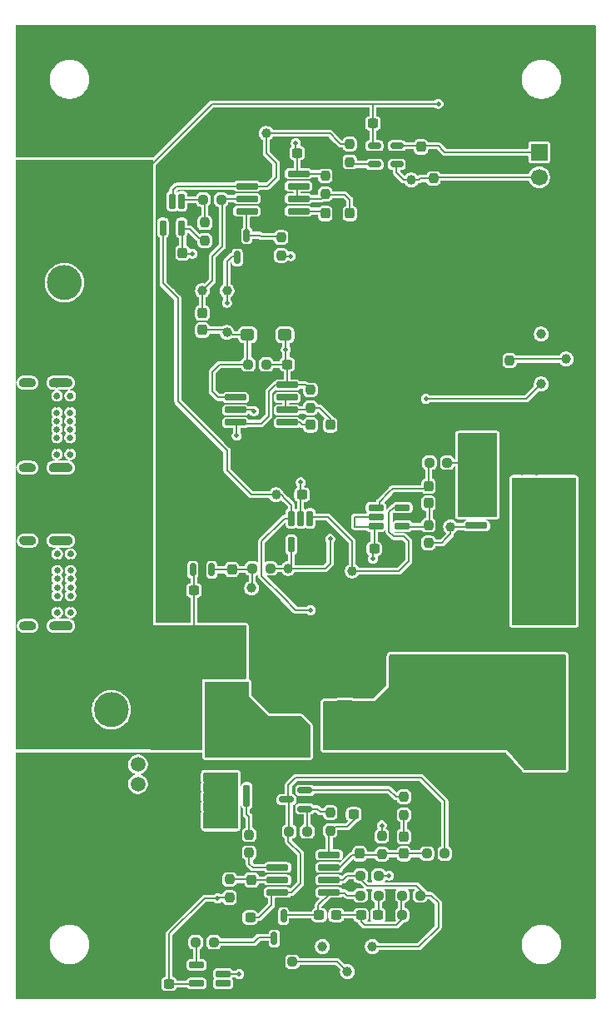
<source format=gbr>
%TF.GenerationSoftware,KiCad,Pcbnew,9.0.4*%
%TF.CreationDate,2025-09-04T23:05:58-07:00*%
%TF.ProjectId,PiTrac Pi Connector,50695472-6163-4205-9069-20436f6e6e65,rev?*%
%TF.SameCoordinates,Original*%
%TF.FileFunction,Copper,L1,Top*%
%TF.FilePolarity,Positive*%
%FSLAX46Y46*%
G04 Gerber Fmt 4.6, Leading zero omitted, Abs format (unit mm)*
G04 Created by KiCad (PCBNEW 9.0.4) date 2025-09-04 23:05:58*
%MOMM*%
%LPD*%
G01*
G04 APERTURE LIST*
G04 Aperture macros list*
%AMRoundRect*
0 Rectangle with rounded corners*
0 $1 Rounding radius*
0 $2 $3 $4 $5 $6 $7 $8 $9 X,Y pos of 4 corners*
0 Add a 4 corners polygon primitive as box body*
4,1,4,$2,$3,$4,$5,$6,$7,$8,$9,$2,$3,0*
0 Add four circle primitives for the rounded corners*
1,1,$1+$1,$2,$3*
1,1,$1+$1,$4,$5*
1,1,$1+$1,$6,$7*
1,1,$1+$1,$8,$9*
0 Add four rect primitives between the rounded corners*
20,1,$1+$1,$2,$3,$4,$5,0*
20,1,$1+$1,$4,$5,$6,$7,0*
20,1,$1+$1,$6,$7,$8,$9,0*
20,1,$1+$1,$8,$9,$2,$3,0*%
G04 Aperture macros list end*
%TA.AperFunction,SMDPad,CuDef*%
%ADD10RoundRect,0.162500X-0.162500X0.617500X-0.162500X-0.617500X0.162500X-0.617500X0.162500X0.617500X0*%
%TD*%
%TA.AperFunction,ComponentPad*%
%ADD11C,0.654000*%
%TD*%
%TA.AperFunction,ComponentPad*%
%ADD12O,2.400000X0.900000*%
%TD*%
%TA.AperFunction,ComponentPad*%
%ADD13O,1.700000X0.900000*%
%TD*%
%TA.AperFunction,SMDPad,CuDef*%
%ADD14RoundRect,0.150000X0.587500X0.150000X-0.587500X0.150000X-0.587500X-0.150000X0.587500X-0.150000X0*%
%TD*%
%TA.AperFunction,SMDPad,CuDef*%
%ADD15RoundRect,0.237500X-0.237500X0.300000X-0.237500X-0.300000X0.237500X-0.300000X0.237500X0.300000X0*%
%TD*%
%TA.AperFunction,SMDPad,CuDef*%
%ADD16C,1.000000*%
%TD*%
%TA.AperFunction,SMDPad,CuDef*%
%ADD17RoundRect,0.237500X0.300000X0.237500X-0.300000X0.237500X-0.300000X-0.237500X0.300000X-0.237500X0*%
%TD*%
%TA.AperFunction,ComponentPad*%
%ADD18C,2.600000*%
%TD*%
%TA.AperFunction,SMDPad,CuDef*%
%ADD19RoundRect,0.237500X0.237500X-0.300000X0.237500X0.300000X-0.237500X0.300000X-0.237500X-0.300000X0*%
%TD*%
%TA.AperFunction,ComponentPad*%
%ADD20C,1.000000*%
%TD*%
%TA.AperFunction,SMDPad,CuDef*%
%ADD21RoundRect,0.250000X-0.475000X0.337500X-0.475000X-0.337500X0.475000X-0.337500X0.475000X0.337500X0*%
%TD*%
%TA.AperFunction,SMDPad,CuDef*%
%ADD22RoundRect,0.237500X-0.250000X-0.237500X0.250000X-0.237500X0.250000X0.237500X-0.250000X0.237500X0*%
%TD*%
%TA.AperFunction,SMDPad,CuDef*%
%ADD23RoundRect,0.237500X0.237500X-0.250000X0.237500X0.250000X-0.237500X0.250000X-0.237500X-0.250000X0*%
%TD*%
%TA.AperFunction,SMDPad,CuDef*%
%ADD24RoundRect,0.237500X-0.237500X0.250000X-0.237500X-0.250000X0.237500X-0.250000X0.237500X0.250000X0*%
%TD*%
%TA.AperFunction,ComponentPad*%
%ADD25RoundRect,0.250000X-0.750000X0.750000X-0.750000X-0.750000X0.750000X-0.750000X0.750000X0.750000X0*%
%TD*%
%TA.AperFunction,ComponentPad*%
%ADD26C,2.000000*%
%TD*%
%TA.AperFunction,SMDPad,CuDef*%
%ADD27RoundRect,0.237500X0.250000X0.237500X-0.250000X0.237500X-0.250000X-0.237500X0.250000X-0.237500X0*%
%TD*%
%TA.AperFunction,SMDPad,CuDef*%
%ADD28RoundRect,0.150000X-0.512500X-0.150000X0.512500X-0.150000X0.512500X0.150000X-0.512500X0.150000X0*%
%TD*%
%TA.AperFunction,SMDPad,CuDef*%
%ADD29RoundRect,0.150000X0.150000X-0.975000X0.150000X0.975000X-0.150000X0.975000X-0.150000X-0.975000X0*%
%TD*%
%TA.AperFunction,SMDPad,CuDef*%
%ADD30RoundRect,0.150000X0.150000X-0.512500X0.150000X0.512500X-0.150000X0.512500X-0.150000X-0.512500X0*%
%TD*%
%TA.AperFunction,SMDPad,CuDef*%
%ADD31RoundRect,0.237500X-0.300000X-0.237500X0.300000X-0.237500X0.300000X0.237500X-0.300000X0.237500X0*%
%TD*%
%TA.AperFunction,SMDPad,CuDef*%
%ADD32RoundRect,0.300000X0.400000X0.300000X-0.400000X0.300000X-0.400000X-0.300000X0.400000X-0.300000X0*%
%TD*%
%TA.AperFunction,ComponentPad*%
%ADD33C,3.500000*%
%TD*%
%TA.AperFunction,SMDPad,CuDef*%
%ADD34RoundRect,0.250000X0.450000X-0.350000X0.450000X0.350000X-0.450000X0.350000X-0.450000X-0.350000X0*%
%TD*%
%TA.AperFunction,ComponentPad*%
%ADD35C,1.500000*%
%TD*%
%TA.AperFunction,SMDPad,CuDef*%
%ADD36RoundRect,0.250000X0.650000X-0.412500X0.650000X0.412500X-0.650000X0.412500X-0.650000X-0.412500X0*%
%TD*%
%TA.AperFunction,SMDPad,CuDef*%
%ADD37RoundRect,0.150000X-0.975000X-0.150000X0.975000X-0.150000X0.975000X0.150000X-0.975000X0.150000X0*%
%TD*%
%TA.AperFunction,SMDPad,CuDef*%
%ADD38RoundRect,0.162500X0.617500X0.162500X-0.617500X0.162500X-0.617500X-0.162500X0.617500X-0.162500X0*%
%TD*%
%TA.AperFunction,ComponentPad*%
%ADD39RoundRect,0.250000X0.750000X-0.750000X0.750000X0.750000X-0.750000X0.750000X-0.750000X-0.750000X0*%
%TD*%
%TA.AperFunction,SMDPad,CuDef*%
%ADD40RoundRect,0.150000X0.975000X0.150000X-0.975000X0.150000X-0.975000X-0.150000X0.975000X-0.150000X0*%
%TD*%
%TA.AperFunction,SMDPad,CuDef*%
%ADD41RoundRect,0.250000X-0.400000X-0.625000X0.400000X-0.625000X0.400000X0.625000X-0.400000X0.625000X0*%
%TD*%
%TA.AperFunction,ComponentPad*%
%ADD42R,1.700000X1.700000*%
%TD*%
%TA.AperFunction,ComponentPad*%
%ADD43C,1.700000*%
%TD*%
%TA.AperFunction,SMDPad,CuDef*%
%ADD44RoundRect,0.250000X1.500000X0.650000X-1.500000X0.650000X-1.500000X-0.650000X1.500000X-0.650000X0*%
%TD*%
%TA.AperFunction,SMDPad,CuDef*%
%ADD45RoundRect,0.162500X0.162500X-0.617500X0.162500X0.617500X-0.162500X0.617500X-0.162500X-0.617500X0*%
%TD*%
%TA.AperFunction,ViaPad*%
%ADD46C,0.508000*%
%TD*%
%TA.AperFunction,Conductor*%
%ADD47C,0.200000*%
%TD*%
%TA.AperFunction,Conductor*%
%ADD48C,0.500000*%
%TD*%
G04 APERTURE END LIST*
D10*
%TO.P,U7,1*%
%TO.N,Net-(R19-Pad2)*%
X111400000Y-62900000D03*
%TO.P,U7,2*%
%TO.N,Net-(U6-TR)*%
X110450000Y-62900000D03*
%TO.P,U7,3,GND*%
%TO.N,GND*%
X109500000Y-62900000D03*
%TO.P,U7,4*%
%TO.N,/CC Sink/STROBE-SAFE*%
X109500000Y-65600000D03*
%TO.P,U7,5,VCC*%
%TO.N,+5V*%
X111400000Y-65600000D03*
%TD*%
D11*
%TO.P,J4,A1,A1*%
%TO.N,GND*%
X100060000Y-82700000D03*
%TO.P,J4,A4,A4*%
%TO.N,+5V*%
X100060000Y-83550000D03*
%TO.P,J4,A5,A5*%
%TO.N,unconnected-(J4-PadA5)*%
X100060000Y-84400000D03*
%TO.P,J4,A6,A6*%
%TO.N,unconnected-(J4-PadA6)*%
X100060000Y-85250000D03*
%TO.P,J4,A7,A7*%
%TO.N,unconnected-(J4-PadA7)*%
X100060000Y-86100000D03*
%TO.P,J4,A8,A8*%
%TO.N,unconnected-(J4-PadA8)*%
X100060000Y-86950000D03*
%TO.P,J4,A9,A9*%
%TO.N,+5V*%
X100060000Y-87800000D03*
%TO.P,J4,A12,A12*%
%TO.N,GND*%
X100060000Y-88650000D03*
%TO.P,J4,B1,B1*%
X98710000Y-88650000D03*
%TO.P,J4,B4,B4*%
%TO.N,+5V*%
X98710000Y-87800000D03*
%TO.P,J4,B5,B5*%
%TO.N,unconnected-(J4-PadB5)*%
X98710000Y-86950000D03*
%TO.P,J4,B6,B6*%
%TO.N,unconnected-(J4-PadB6)*%
X98710000Y-86100000D03*
%TO.P,J4,B7,B7*%
%TO.N,unconnected-(J4-PadB7)*%
X98710000Y-85250000D03*
%TO.P,J4,B8,B8*%
%TO.N,unconnected-(J4-PadB8)*%
X98710000Y-84400000D03*
%TO.P,J4,B9,B9*%
%TO.N,+5V*%
X98710000Y-83550000D03*
%TO.P,J4,B12,B12*%
%TO.N,GND*%
X98710000Y-82700000D03*
D12*
%TO.P,J4,SH1,SH1*%
X99080000Y-81350000D03*
%TO.P,J4,SH2,SH2*%
X99080000Y-90000000D03*
D13*
%TO.P,J4,SH3,SH3*%
X95700000Y-81350000D03*
%TO.P,J4,SH4,SH4*%
X95700000Y-90000000D03*
%TD*%
D14*
%TO.P,Q5,1,B*%
%TO.N,Net-(Q5-B)*%
X123937500Y-124700000D03*
%TO.P,Q5,2,E*%
%TO.N,Net-(Q5-E)*%
X123937500Y-122800000D03*
%TO.P,Q5,3,C*%
%TO.N,Net-(Q5-C)*%
X122062500Y-123750000D03*
%TD*%
D15*
%TO.P,C23,1*%
%TO.N,Net-(C23-Pad1)*%
X134000000Y-127525000D03*
%TO.P,C23,2*%
%TO.N,Net-(U1-CS)*%
X134000000Y-129250000D03*
%TD*%
D16*
%TO.P,TP13,1,1*%
%TO.N,Net-(Q2-G)*%
X138750000Y-96000000D03*
%TD*%
D15*
%TO.P,C3,1*%
%TO.N,Net-(U6-DIS)*%
X128500000Y-64137500D03*
%TO.P,C3,2*%
%TO.N,GND*%
X128500000Y-65862500D03*
%TD*%
D16*
%TO.P,TP6,1,1*%
%TO.N,/CC Sink/VIR-RTN*%
X150250000Y-92250000D03*
%TD*%
D17*
%TO.P,C27,1*%
%TO.N,+5V*%
X130862500Y-55000000D03*
%TO.P,C27,2*%
%TO.N,GND*%
X129137500Y-55000000D03*
%TD*%
D18*
%TO.P,L1,1,1*%
%TO.N,+5V*%
X115980000Y-108500000D03*
%TO.P,L1,2,2*%
%TO.N,Net-(D2-A)*%
X115980000Y-113500000D03*
%TD*%
D16*
%TO.P,TP14,1,1*%
%TO.N,Net-(U2-VOUT)*%
X118500000Y-102250000D03*
%TD*%
D19*
%TO.P,C11,1*%
%TO.N,Net-(U2-VOUT)*%
X116500000Y-100362500D03*
%TO.P,C11,2*%
%TO.N,GND*%
X116500000Y-98637500D03*
%TD*%
D20*
%TO.P,RV2,1,1*%
%TO.N,unconnected-(RV2-Pad1)*%
X147960000Y-76420000D03*
%TO.P,RV2,2,2*%
%TO.N,Net-(R7-Pad2)*%
X150500000Y-78960000D03*
%TO.P,RV2,3,3*%
%TO.N,Net-(U4-NO)*%
X147960000Y-81500000D03*
%TD*%
D19*
%TO.P,C26,1*%
%TO.N,+3.3V*%
X135750000Y-57362500D03*
%TO.P,C26,2*%
%TO.N,GND*%
X135750000Y-55637500D03*
%TD*%
D21*
%TO.P,C18,1*%
%TO.N,+5V*%
X111250000Y-117962500D03*
%TO.P,C18,2*%
%TO.N,GND*%
X111250000Y-120037500D03*
%TD*%
D22*
%TO.P,R15,1*%
%TO.N,Net-(U1-FB)*%
X129587500Y-131500000D03*
%TO.P,R15,2*%
%TO.N,VIR*%
X131412500Y-131500000D03*
%TD*%
D23*
%TO.P,R9,1*%
%TO.N,Net-(Q2-G)*%
X136500000Y-97662500D03*
%TO.P,R9,2*%
%TO.N,Net-(C13-Pad2)*%
X136500000Y-95837500D03*
%TD*%
D24*
%TO.P,R4,1*%
%TO.N,+5V*%
X124500000Y-82087500D03*
%TO.P,R4,2*%
%TO.N,Net-(U8-DIS)*%
X124500000Y-83912500D03*
%TD*%
D15*
%TO.P,C7,1*%
%TO.N,Net-(U8-DIS)*%
X126500000Y-85637500D03*
%TO.P,C7,2*%
%TO.N,GND*%
X126500000Y-87362500D03*
%TD*%
D19*
%TO.P,C22,1*%
%TO.N,Net-(U1-CS)*%
X129500000Y-129250000D03*
%TO.P,C22,2*%
%TO.N,GND*%
X129500000Y-127525000D03*
%TD*%
D25*
%TO.P,C17,1*%
%TO.N,VIR*%
X148000000Y-119632323D03*
D26*
%TO.P,C17,2*%
%TO.N,GND*%
X148000000Y-124632323D03*
%TD*%
D23*
%TO.P,R12,1*%
%TO.N,+5V*%
X116250000Y-133705000D03*
%TO.P,R12,2*%
%TO.N,Net-(U1-VCC)*%
X116250000Y-131880000D03*
%TD*%
D27*
%TO.P,R27,1*%
%TO.N,GND*%
X135662500Y-135500000D03*
%TO.P,R27,2*%
%TO.N,Net-(C20-Pad2)*%
X133837500Y-135500000D03*
%TD*%
D28*
%TO.P,U10,1,VCCA*%
%TO.N,+5V*%
X131000000Y-57250000D03*
%TO.P,U10,2,GND*%
%TO.N,GND*%
X131000000Y-58200000D03*
%TO.P,U10,3,A*%
%TO.N,Net-(U10-A)*%
X131000000Y-59150000D03*
%TO.P,U10,4,B*%
%TO.N,/Connectors/STROBE*%
X133275000Y-59150000D03*
%TO.P,U10,5,DIR*%
%TO.N,GND*%
X133275000Y-58200000D03*
%TO.P,U10,6,VCCB*%
%TO.N,+3.3V*%
X133275000Y-57250000D03*
%TD*%
D16*
%TO.P,TP10,1,1*%
%TO.N,Net-(U6-TR)*%
X120000000Y-56000000D03*
%TD*%
D17*
%TO.P,C16,1*%
%TO.N,Net-(Q5-C)*%
X118362500Y-135750000D03*
%TO.P,C16,2*%
%TO.N,GND*%
X116637500Y-135750000D03*
%TD*%
D22*
%TO.P,R6,1*%
%TO.N,Net-(U2-VOUT)*%
X118587500Y-100250000D03*
%TO.P,R6,2*%
%TO.N,Net-(U4-NO)*%
X120412500Y-100250000D03*
%TD*%
D29*
%TO.P,Q4,1,S*%
%TO.N,Net-(Q4-S-Pad1)*%
X114210000Y-123350000D03*
%TO.P,Q4,2,S*%
X115480000Y-123350000D03*
%TO.P,Q4,3,S*%
X116750000Y-123350000D03*
%TO.P,Q4,4,G*%
%TO.N,Net-(Q4-G)*%
X118020000Y-123350000D03*
%TO.P,Q4,5,D*%
%TO.N,Net-(D2-A)*%
X118020000Y-118100000D03*
%TO.P,Q4,6,D*%
X116750000Y-118100000D03*
%TO.P,Q4,7,D*%
X115480000Y-118100000D03*
%TO.P,Q4,8,D*%
X114210000Y-118100000D03*
%TD*%
D30*
%TO.P,Q3,1,1*%
%TO.N,Net-(Q3-Pad1)*%
X120800000Y-137887500D03*
%TO.P,Q3,2,2*%
%TO.N,GND*%
X122700000Y-137887500D03*
%TO.P,Q3,3,3*%
%TO.N,Net-(U1-COMP)*%
X121750000Y-135612500D03*
%TD*%
D31*
%TO.P,C21,1*%
%TO.N,Net-(U1-RC)*%
X128887500Y-125250000D03*
%TO.P,C21,2*%
%TO.N,GND*%
X130612500Y-125250000D03*
%TD*%
D32*
%TO.P,D1,1,K*%
%TO.N,+5V*%
X121900000Y-76500000D03*
%TO.P,D1,2,A*%
%TO.N,Net-(D1-A)*%
X118100000Y-76500000D03*
%TD*%
D33*
%TO.P,J1,1,Pin_1*%
%TO.N,+5V*%
X99460000Y-63560000D03*
%TO.P,J1,2,Pin_2*%
%TO.N,GND*%
X99460000Y-71180000D03*
%TD*%
D24*
%TO.P,R24,1*%
%TO.N,/Connectors/STROBE*%
X137000000Y-60587500D03*
%TO.P,R24,2*%
%TO.N,GND*%
X137000000Y-62412500D03*
%TD*%
D34*
%TO.P,R11,1*%
%TO.N,GND*%
X115615000Y-128000000D03*
%TO.P,R11,2*%
%TO.N,Net-(Q4-S-Pad1)*%
X115615000Y-126000000D03*
%TD*%
D16*
%TO.P,TP4,1,1*%
%TO.N,GND*%
X150500000Y-87250000D03*
%TD*%
D17*
%TO.P,Z1,1*%
%TO.N,Net-(R16-Pad1)*%
X131362500Y-135500000D03*
%TO.P,Z1,2*%
%TO.N,Net-(C20-Pad2)*%
X129637500Y-135500000D03*
%TD*%
D23*
%TO.P,R21,1*%
%TO.N,Net-(U1-RC)*%
X126500000Y-126912500D03*
%TO.P,R21,2*%
%TO.N,Net-(Q5-B)*%
X126500000Y-125087500D03*
%TD*%
D15*
%TO.P,C1,1*%
%TO.N,Net-(U6-CV)*%
X126000000Y-64137500D03*
%TO.P,C1,2*%
%TO.N,GND*%
X126000000Y-65862500D03*
%TD*%
D22*
%TO.P,R23,1*%
%TO.N,Net-(R23-Pad1)*%
X112837500Y-138250000D03*
%TO.P,R23,2*%
%TO.N,Net-(Q3-Pad1)*%
X114662500Y-138250000D03*
%TD*%
D31*
%TO.P,C5,1*%
%TO.N,+5V*%
X122137500Y-79500000D03*
%TO.P,C5,2*%
%TO.N,GND*%
X123862500Y-79500000D03*
%TD*%
D22*
%TO.P,R14,1*%
%TO.N,GND*%
X120837500Y-140250000D03*
%TO.P,R14,2*%
%TO.N,Net-(R14-Pad2)*%
X122662500Y-140250000D03*
%TD*%
D23*
%TO.P,R20,1*%
%TO.N,+5V*%
X113750000Y-66912500D03*
%TO.P,R20,2*%
%TO.N,Net-(R19-Pad2)*%
X113750000Y-65087500D03*
%TD*%
D30*
%TO.P,Q1,1,1*%
%TO.N,Net-(U8-Q)*%
X117050000Y-68637500D03*
%TO.P,Q1,2,2*%
%TO.N,GND*%
X118950000Y-68637500D03*
%TO.P,Q1,3,3*%
%TO.N,Net-(U6-R)*%
X118000000Y-66362500D03*
%TD*%
D22*
%TO.P,R22,1*%
%TO.N,Net-(U1-CS)*%
X136337500Y-129250000D03*
%TO.P,R22,2*%
%TO.N,Net-(Q5-C)*%
X138162500Y-129250000D03*
%TD*%
D15*
%TO.P,C15,1*%
%TO.N,Net-(U1-VCC)*%
X118525000Y-131930000D03*
%TO.P,C15,2*%
%TO.N,GND*%
X118525000Y-133655000D03*
%TD*%
D16*
%TO.P,TP12,1,1*%
%TO.N,Net-(Q2-S-Pad1)*%
X140500000Y-87500000D03*
%TD*%
D11*
%TO.P,J3,A1,A1*%
%TO.N,GND*%
X100100000Y-98775000D03*
%TO.P,J3,A4,A4*%
%TO.N,+5V*%
X100100000Y-99625000D03*
%TO.P,J3,A5,A5*%
%TO.N,unconnected-(J3-PadA5)*%
X100100000Y-100475000D03*
%TO.P,J3,A6,A6*%
%TO.N,unconnected-(J3-PadA6)*%
X100100000Y-101325000D03*
%TO.P,J3,A7,A7*%
%TO.N,unconnected-(J3-PadA7)*%
X100100000Y-102175000D03*
%TO.P,J3,A8,A8*%
%TO.N,unconnected-(J3-PadA8)*%
X100100000Y-103025000D03*
%TO.P,J3,A9,A9*%
%TO.N,+5V*%
X100100000Y-103875000D03*
%TO.P,J3,A12,A12*%
%TO.N,GND*%
X100100000Y-104725000D03*
%TO.P,J3,B1,B1*%
X98750000Y-104725000D03*
%TO.P,J3,B4,B4*%
%TO.N,+5V*%
X98750000Y-103875000D03*
%TO.P,J3,B5,B5*%
%TO.N,unconnected-(J3-PadB5)*%
X98750000Y-103025000D03*
%TO.P,J3,B6,B6*%
%TO.N,unconnected-(J3-PadB6)*%
X98750000Y-102175000D03*
%TO.P,J3,B7,B7*%
%TO.N,unconnected-(J3-PadB7)*%
X98750000Y-101325000D03*
%TO.P,J3,B8,B8*%
%TO.N,unconnected-(J3-PadB8)*%
X98750000Y-100475000D03*
%TO.P,J3,B9,B9*%
%TO.N,+5V*%
X98750000Y-99625000D03*
%TO.P,J3,B12,B12*%
%TO.N,GND*%
X98750000Y-98775000D03*
D12*
%TO.P,J3,SH1,SH1*%
X99120000Y-97425000D03*
%TO.P,J3,SH2,SH2*%
X99120000Y-106075000D03*
D13*
%TO.P,J3,SH3,SH3*%
X95740000Y-97425000D03*
%TO.P,J3,SH4,SH4*%
X95740000Y-106075000D03*
%TD*%
D22*
%TO.P,R26,1*%
%TO.N,Net-(C20-Pad2)*%
X133837500Y-133500000D03*
%TO.P,R26,2*%
%TO.N,Net-(U1-FB)*%
X135662500Y-133500000D03*
%TD*%
D31*
%TO.P,C20,1*%
%TO.N,Net-(U1-COMP)*%
X125387500Y-135500000D03*
%TO.P,C20,2*%
%TO.N,Net-(C20-Pad2)*%
X127112500Y-135500000D03*
%TD*%
D15*
%TO.P,C4,1*%
%TO.N,Net-(U6-Q)*%
X113500000Y-74275000D03*
%TO.P,C4,2*%
%TO.N,Net-(D1-A)*%
X113500000Y-76000000D03*
%TD*%
D16*
%TO.P,TP9,1,1*%
%TO.N,Net-(U6-Q)*%
X113500000Y-72000000D03*
%TD*%
D35*
%TO.P,J6,1,+V*%
%TO.N,+5V*%
X106960000Y-117680000D03*
%TO.P,J6,2,D-*%
%TO.N,unconnected-(J6-D--Pad2)*%
X106960000Y-120180000D03*
%TO.P,J6,3,D+*%
%TO.N,unconnected-(J6-D+-Pad3)*%
X106960000Y-122180000D03*
%TO.P,J6,4,GND*%
%TO.N,GND*%
X106960000Y-124680000D03*
D33*
%TO.P,J6,SH1,SH1*%
X104250000Y-114610000D03*
%TO.P,J6,SH2,SH2*%
X104250000Y-127750000D03*
%TD*%
D23*
%TO.P,R13,1*%
%TO.N,Net-(U1-CS)*%
X131750000Y-129300000D03*
%TO.P,R13,2*%
%TO.N,Net-(Q4-S-Pad1)*%
X131750000Y-127475000D03*
%TD*%
D33*
%TO.P,J2,1,Pin_1*%
%TO.N,VIR*%
X148500000Y-111260000D03*
%TO.P,J2,2,Pin_2*%
%TO.N,/CC Sink/VIR-RTN*%
X148500000Y-103640000D03*
%TD*%
D36*
%TO.P,C19,1*%
%TO.N,VIR*%
X128000000Y-114312500D03*
%TO.P,C19,2*%
%TO.N,GND*%
X128000000Y-111187500D03*
%TD*%
D15*
%TO.P,C13,1*%
%TO.N,Net-(U3--)*%
X136500000Y-91887500D03*
%TO.P,C13,2*%
%TO.N,Net-(C13-Pad2)*%
X136500000Y-93612500D03*
%TD*%
D37*
%TO.P,Q2,1,S*%
%TO.N,Net-(Q2-S-Pad1)*%
X141375000Y-92095000D03*
%TO.P,Q2,2,S*%
X141375000Y-93365000D03*
%TO.P,Q2,3,S*%
X141375000Y-94635000D03*
%TO.P,Q2,4,G*%
%TO.N,Net-(Q2-G)*%
X141375000Y-95905000D03*
%TO.P,Q2,5,D*%
%TO.N,/CC Sink/VIR-RTN*%
X146625000Y-95905000D03*
%TO.P,Q2,6,D*%
X146625000Y-94635000D03*
%TO.P,Q2,7,D*%
X146625000Y-93365000D03*
%TO.P,Q2,8,D*%
X146625000Y-92095000D03*
%TD*%
D38*
%TO.P,U3,1*%
%TO.N,Net-(C13-Pad2)*%
X133850000Y-95950000D03*
%TO.P,U3,2,V-*%
%TO.N,GND*%
X133850000Y-95000000D03*
%TO.P,U3,3,+*%
%TO.N,Net-(U3-+)*%
X133850000Y-94050000D03*
%TO.P,U3,4,-*%
%TO.N,Net-(U3--)*%
X131150000Y-94050000D03*
%TO.P,U3,5,EN*%
%TO.N,+5V*%
X131150000Y-95000000D03*
%TO.P,U3,6,V+*%
X131150000Y-95950000D03*
%TD*%
D30*
%TO.P,U2,1,VIN*%
%TO.N,+5V*%
X112550000Y-100387500D03*
%TO.P,U2,2,VOUT*%
%TO.N,Net-(U2-VOUT)*%
X114450000Y-100387500D03*
%TO.P,U2,3,GND*%
%TO.N,GND*%
X113500000Y-98112500D03*
%TD*%
D23*
%TO.P,R7,1*%
%TO.N,GND*%
X144750000Y-80912500D03*
%TO.P,R7,2*%
%TO.N,Net-(R7-Pad2)*%
X144750000Y-79087500D03*
%TD*%
D39*
%TO.P,C24,1*%
%TO.N,VIR*%
X135250000Y-110117677D03*
D26*
%TO.P,C24,2*%
%TO.N,GND*%
X135250000Y-105117677D03*
%TD*%
D16*
%TO.P,TP11,1,1*%
%TO.N,Net-(U4-NO)*%
X122250000Y-100250000D03*
%TD*%
D27*
%TO.P,R8,1*%
%TO.N,Net-(Q2-S-Pad1)*%
X138412500Y-89500000D03*
%TO.P,R8,2*%
%TO.N,Net-(U3--)*%
X136587500Y-89500000D03*
%TD*%
%TO.P,R17,1*%
%TO.N,Net-(Q5-B)*%
X124162500Y-127000000D03*
%TO.P,R17,2*%
%TO.N,Net-(Q5-C)*%
X122337500Y-127000000D03*
%TD*%
D37*
%TO.P,U6,1,GND*%
%TO.N,GND*%
X118025000Y-60095000D03*
%TO.P,U6,2,TR*%
%TO.N,Net-(U6-TR)*%
X118025000Y-61365000D03*
%TO.P,U6,3,Q*%
%TO.N,Net-(U6-Q)*%
X118025000Y-62635000D03*
%TO.P,U6,4,R*%
%TO.N,Net-(U6-R)*%
X118025000Y-63905000D03*
%TO.P,U6,5,CV*%
%TO.N,Net-(U6-CV)*%
X123275000Y-63905000D03*
%TO.P,U6,6,THR*%
%TO.N,Net-(U6-DIS)*%
X123275000Y-62635000D03*
%TO.P,U6,7,DIS*%
X123275000Y-61365000D03*
%TO.P,U6,8,VCC*%
%TO.N,+5V*%
X123275000Y-60095000D03*
%TD*%
D31*
%TO.P,C2,1*%
%TO.N,+5V*%
X123137500Y-58000000D03*
%TO.P,C2,2*%
%TO.N,GND*%
X124862500Y-58000000D03*
%TD*%
D17*
%TO.P,C25,1*%
%TO.N,+5V*%
X110112500Y-142500000D03*
%TO.P,C25,2*%
%TO.N,GND*%
X108387500Y-142500000D03*
%TD*%
D23*
%TO.P,R10,1*%
%TO.N,Net-(U1-OUT)*%
X118250000Y-129162500D03*
%TO.P,R10,2*%
%TO.N,Net-(Q4-G)*%
X118250000Y-127337500D03*
%TD*%
D40*
%TO.P,U1,1,COMP*%
%TO.N,Net-(U1-COMP)*%
X126400000Y-133197500D03*
%TO.P,U1,2,FB*%
%TO.N,Net-(U1-FB)*%
X126400000Y-131927500D03*
%TO.P,U1,3,CS*%
%TO.N,Net-(U1-CS)*%
X126400000Y-130657500D03*
%TO.P,U1,4,RC*%
%TO.N,Net-(U1-RC)*%
X126400000Y-129387500D03*
%TO.P,U1,5,GND*%
%TO.N,GND*%
X121150000Y-129387500D03*
%TO.P,U1,6,OUT*%
%TO.N,Net-(U1-OUT)*%
X121150000Y-130657500D03*
%TO.P,U1,7,VCC*%
%TO.N,Net-(U1-VCC)*%
X121150000Y-131927500D03*
%TO.P,U1,8,REF*%
%TO.N,Net-(Q5-C)*%
X121150000Y-133197500D03*
%TD*%
D23*
%TO.P,R18,1*%
%TO.N,Net-(C23-Pad1)*%
X134000000Y-125300000D03*
%TO.P,R18,2*%
%TO.N,Net-(Q5-E)*%
X134000000Y-123475000D03*
%TD*%
D41*
%TO.P,R5,1*%
%TO.N,Net-(Q2-S-Pad1)*%
X142450000Y-88000000D03*
%TO.P,R5,2*%
%TO.N,GND*%
X145550000Y-88000000D03*
%TD*%
D38*
%TO.P,U9,1,NC*%
%TO.N,unconnected-(U9-NC-Pad1)*%
X115600000Y-142450000D03*
%TO.P,U9,2*%
%TO.N,/CC Sink/STROBE-SAFE*%
X115600000Y-141500000D03*
%TO.P,U9,3,GND*%
%TO.N,GND*%
X115600000Y-140550000D03*
%TO.P,U9,4*%
%TO.N,Net-(R23-Pad1)*%
X112900000Y-140550000D03*
%TO.P,U9,5,VCC*%
%TO.N,+5V*%
X112900000Y-142450000D03*
%TD*%
D16*
%TO.P,TP1,1,1*%
%TO.N,/CC Sink/STROBE-SAFE*%
X121000000Y-92750000D03*
%TD*%
%TO.P,TP15,1,1*%
%TO.N,Net-(U3-+)*%
X128750000Y-100500000D03*
%TD*%
D23*
%TO.P,R25,1*%
%TO.N,Net-(U10-A)*%
X128500000Y-58912500D03*
%TO.P,R25,2*%
%TO.N,Net-(U6-TR)*%
X128500000Y-57087500D03*
%TD*%
D42*
%TO.P,J7,1,Pin_1*%
%TO.N,+3.3V*%
X147750000Y-57920000D03*
D43*
%TO.P,J7,2,Pin_2*%
%TO.N,/Connectors/STROBE*%
X147750000Y-60460000D03*
%TO.P,J7,3,Pin_3*%
%TO.N,GND*%
X147750000Y-63000000D03*
%TD*%
D16*
%TO.P,TP2,1,1*%
%TO.N,/Connectors/STROBE*%
X134750000Y-60750000D03*
%TD*%
D37*
%TO.P,U8,1,GND*%
%TO.N,GND*%
X116875000Y-81595000D03*
%TO.P,U8,2,TR*%
%TO.N,Net-(D1-A)*%
X116875000Y-82865000D03*
%TO.P,U8,3,Q*%
%TO.N,Net-(U8-Q)*%
X116875000Y-84135000D03*
%TO.P,U8,4,R*%
%TO.N,+5V*%
X116875000Y-85405000D03*
%TO.P,U8,5,CV*%
%TO.N,Net-(U8-CV)*%
X122125000Y-85405000D03*
%TO.P,U8,6,THR*%
%TO.N,Net-(U8-DIS)*%
X122125000Y-84135000D03*
%TO.P,U8,7,DIS*%
X122125000Y-82865000D03*
%TO.P,U8,8,VCC*%
%TO.N,+5V*%
X122125000Y-81595000D03*
%TD*%
D16*
%TO.P,TP5,1,1*%
%TO.N,VIR*%
X137000000Y-117750000D03*
%TD*%
D15*
%TO.P,C9,1*%
%TO.N,+5V*%
X111500000Y-68137500D03*
%TO.P,C9,2*%
%TO.N,GND*%
X111500000Y-69862500D03*
%TD*%
D27*
%TO.P,R19,1*%
%TO.N,Net-(U6-Q)*%
X115412500Y-62750000D03*
%TO.P,R19,2*%
%TO.N,Net-(R19-Pad2)*%
X113587500Y-62750000D03*
%TD*%
D16*
%TO.P,TP8,1,1*%
%TO.N,Net-(D1-A)*%
X116000000Y-76250000D03*
%TD*%
D23*
%TO.P,R2,1*%
%TO.N,+5V*%
X121500000Y-68412500D03*
%TO.P,R2,2*%
%TO.N,Net-(U6-R)*%
X121500000Y-66587500D03*
%TD*%
D44*
%TO.P,D2,1,K*%
%TO.N,VIR*%
X127750000Y-117750000D03*
%TO.P,D2,2,A*%
%TO.N,Net-(D2-A)*%
X122750000Y-117750000D03*
%TD*%
D27*
%TO.P,R3,1*%
%TO.N,+5V*%
X120000000Y-79500000D03*
%TO.P,R3,2*%
%TO.N,Net-(D1-A)*%
X118175000Y-79500000D03*
%TD*%
D20*
%TO.P,RV1,1,1*%
%TO.N,Net-(U1-FB)*%
X130790000Y-138710000D03*
%TO.P,RV1,2,2*%
%TO.N,Net-(R14-Pad2)*%
X128250000Y-141250000D03*
%TO.P,RV1,3,3*%
%TO.N,unconnected-(RV1-Pad3)*%
X125710000Y-138710000D03*
%TD*%
D31*
%TO.P,C14,1*%
%TO.N,+5V*%
X123637500Y-92750000D03*
%TO.P,C14,2*%
%TO.N,GND*%
X125362500Y-92750000D03*
%TD*%
D15*
%TO.P,C6,1*%
%TO.N,Net-(U8-CV)*%
X124500000Y-85637500D03*
%TO.P,C6,2*%
%TO.N,GND*%
X124500000Y-87362500D03*
%TD*%
D31*
%TO.P,C10,1*%
%TO.N,+5V*%
X112637500Y-102500000D03*
%TO.P,C10,2*%
%TO.N,GND*%
X114362500Y-102500000D03*
%TD*%
%TO.P,C12,1*%
%TO.N,+5V*%
X130987500Y-98250000D03*
%TO.P,C12,2*%
%TO.N,GND*%
X132712500Y-98250000D03*
%TD*%
D45*
%TO.P,U4,1,NO*%
%TO.N,Net-(U4-NO)*%
X122550000Y-97850000D03*
%TO.P,U4,2,GND*%
%TO.N,GND*%
X123500000Y-97850000D03*
%TO.P,U4,3,NC*%
X124450000Y-97850000D03*
%TO.P,U4,4,COM*%
%TO.N,Net-(U3-+)*%
X124450000Y-95150000D03*
%TO.P,U4,5,V+*%
%TO.N,+5V*%
X123500000Y-95150000D03*
%TO.P,U4,6,IN*%
%TO.N,/CC Sink/STROBE-SAFE*%
X122550000Y-95150000D03*
%TD*%
D16*
%TO.P,TP7,1,1*%
%TO.N,Net-(U8-Q)*%
X116000000Y-72000000D03*
%TD*%
D27*
%TO.P,R16,1*%
%TO.N,Net-(R16-Pad1)*%
X131412500Y-133500000D03*
%TO.P,R16,2*%
%TO.N,Net-(U1-COMP)*%
X129587500Y-133500000D03*
%TD*%
D16*
%TO.P,TP3,1,1*%
%TO.N,+5V*%
X107000000Y-93750000D03*
%TD*%
D24*
%TO.P,R1,1*%
%TO.N,+5V*%
X126000000Y-60337500D03*
%TO.P,R1,2*%
%TO.N,Net-(U6-DIS)*%
X126000000Y-62162500D03*
%TD*%
D46*
%TO.N,+5V*%
X122000000Y-78000000D03*
X123000000Y-57000000D03*
X115042500Y-133792500D03*
X123500000Y-91500000D03*
X117000000Y-86750000D03*
X137500000Y-53000000D03*
X122500000Y-68500000D03*
X112500000Y-68250000D03*
X130850000Y-99250000D03*
X107500000Y-64250000D03*
%TO.N,GND*%
X134500000Y-58250000D03*
X147000000Y-88500000D03*
X122978885Y-113593723D03*
X132000000Y-105250000D03*
X116750000Y-105000000D03*
X144500000Y-90000000D03*
X124750000Y-66000000D03*
X123750000Y-134000000D03*
X126500000Y-92750000D03*
X143000000Y-97000000D03*
X120000000Y-65250000D03*
X123750000Y-138000000D03*
X112115000Y-125000000D03*
X108750000Y-50750000D03*
X117500000Y-80750000D03*
X128250000Y-96000000D03*
X108500000Y-143500000D03*
X109500000Y-79750000D03*
X119115000Y-123225000D03*
X153000000Y-121750000D03*
X136500000Y-127000000D03*
X135000000Y-140000000D03*
X144750000Y-82250000D03*
X115750000Y-139500000D03*
X121750000Y-137750000D03*
X137000000Y-63500000D03*
X144000000Y-106500000D03*
X113750000Y-88000000D03*
X128500000Y-136500000D03*
X119115000Y-124225000D03*
X142500000Y-98000000D03*
X125000000Y-108500000D03*
X115500000Y-81500000D03*
X111250000Y-121000000D03*
X126000000Y-95750000D03*
X113115000Y-124000000D03*
X141500000Y-98000000D03*
X151250000Y-117750000D03*
X127250000Y-65750000D03*
X124500000Y-130250000D03*
X126000000Y-67000000D03*
X152000000Y-53500000D03*
X120750000Y-141250000D03*
X144498696Y-92009122D03*
X140000000Y-136250000D03*
X119000000Y-69750000D03*
X114115000Y-120225000D03*
X146250000Y-129250000D03*
X132750000Y-135500000D03*
X110250000Y-121000000D03*
X114615000Y-128000000D03*
X144000000Y-56750000D03*
X140000000Y-97000000D03*
X146500000Y-86500000D03*
X113500000Y-96750000D03*
X132750000Y-99300000D03*
X120115000Y-123225000D03*
X115500000Y-102500000D03*
X130000000Y-140500000D03*
X123750000Y-80500000D03*
X129500000Y-99300000D03*
X144500000Y-86500000D03*
X137250000Y-120000000D03*
X123500000Y-87250000D03*
X120750000Y-139250000D03*
X139000000Y-125000000D03*
X130000000Y-104000000D03*
X113524905Y-91444397D03*
X125500000Y-98000000D03*
X140750000Y-142000000D03*
X147500000Y-85750000D03*
X112750000Y-119500000D03*
X125500000Y-74250000D03*
X110500000Y-65500000D03*
X116615000Y-128000000D03*
X144500000Y-94000000D03*
X114480000Y-128975000D03*
X129250000Y-130500000D03*
X120750000Y-128637500D03*
X142000000Y-97000000D03*
X120250000Y-103500000D03*
X112115000Y-124000000D03*
X138000000Y-74000000D03*
X131000000Y-46750000D03*
X120115000Y-124225000D03*
X132500000Y-130500000D03*
X132137500Y-58200000D03*
X140000000Y-77500000D03*
X151250000Y-112250000D03*
X110000000Y-120000000D03*
X146500000Y-89500000D03*
X144000000Y-88500000D03*
X143500000Y-98000000D03*
X118000000Y-90000000D03*
X120000000Y-69000000D03*
X128500000Y-67000000D03*
X124500000Y-88500000D03*
X144434157Y-65151020D03*
X147000000Y-87500000D03*
X133000000Y-63750000D03*
X115615000Y-129000000D03*
X139000000Y-65750000D03*
X116730000Y-128975000D03*
X117500000Y-133750000D03*
X124500000Y-99250000D03*
X137250000Y-130500000D03*
X142000000Y-125750000D03*
X126250000Y-111250000D03*
X133000000Y-120250000D03*
X135750000Y-54500000D03*
X106000000Y-46500000D03*
X125500000Y-87250000D03*
X115115000Y-120225000D03*
X135250000Y-94000000D03*
X118115000Y-121225000D03*
X119115000Y-121225000D03*
X113500000Y-79750000D03*
X116500000Y-80750000D03*
X117115000Y-120225000D03*
X118750000Y-59250000D03*
X129069136Y-81704975D03*
X126500000Y-88500000D03*
X125500000Y-120500000D03*
X123250000Y-69250000D03*
X144000000Y-97000000D03*
X125000000Y-59000000D03*
X123500000Y-67000000D03*
X142250000Y-68750000D03*
X131000000Y-130500000D03*
X128000000Y-75500000D03*
X112115000Y-122000000D03*
X145250000Y-124250000D03*
X112115000Y-121000000D03*
X109233861Y-135725279D03*
X127000000Y-94500000D03*
X128000000Y-128000000D03*
X110000000Y-87000000D03*
X113115000Y-123000000D03*
X124750000Y-90750000D03*
X120500000Y-111500000D03*
X144000000Y-91000000D03*
X129750000Y-111250000D03*
X113115000Y-121000000D03*
X142750000Y-53000000D03*
X114000000Y-135750000D03*
X146500000Y-80210000D03*
X113250000Y-120250000D03*
X139250000Y-122000000D03*
X129000000Y-120500000D03*
X127500000Y-97500000D03*
X108500000Y-141500000D03*
X125000000Y-79500000D03*
X125250000Y-117250000D03*
X107250000Y-142500000D03*
X134500000Y-50750000D03*
X117750000Y-59250000D03*
X132750000Y-133500000D03*
X128250000Y-134500000D03*
X126500000Y-134250000D03*
X150750000Y-134750000D03*
X119750000Y-60250000D03*
X145500000Y-89500000D03*
X120115000Y-121225000D03*
X132500000Y-74500000D03*
X134750000Y-86250000D03*
X124000000Y-103250000D03*
X128500000Y-132500000D03*
X121000000Y-125500000D03*
X117500000Y-137250000D03*
X127000000Y-105500000D03*
X138250000Y-62500000D03*
X141250000Y-59250000D03*
X102210000Y-120680000D03*
X135750000Y-123000000D03*
X112500000Y-98000000D03*
X128000000Y-109500000D03*
X119000000Y-67500000D03*
X118500000Y-82000000D03*
X141000000Y-97000000D03*
X127500000Y-87250000D03*
X121750000Y-128637500D03*
X119775000Y-129292500D03*
X98000000Y-56500000D03*
X118115000Y-120225000D03*
X126000000Y-59000000D03*
X133850000Y-98250000D03*
X151373525Y-71318186D03*
X151500000Y-81710000D03*
X131000000Y-86500000D03*
X113115000Y-122000000D03*
X129500000Y-66000000D03*
X119750000Y-96250000D03*
X152750000Y-102500000D03*
X152500000Y-106750000D03*
X125250000Y-125750000D03*
X144000000Y-87500000D03*
X122750000Y-102250000D03*
X140500000Y-98000000D03*
X152750000Y-85000000D03*
X116000000Y-47000000D03*
X112115000Y-123019076D03*
X132750000Y-128500000D03*
X145750000Y-108250000D03*
X121500000Y-50750000D03*
X133250000Y-67750000D03*
X152500000Y-61750000D03*
X111750000Y-94000000D03*
X125250000Y-128000000D03*
X144500000Y-96000000D03*
X141503150Y-102267070D03*
X147500000Y-90500000D03*
X113250000Y-68750000D03*
X121000000Y-77500000D03*
X118000000Y-68750000D03*
X141469355Y-47638216D03*
X131750000Y-125250000D03*
X109750000Y-74500000D03*
X115500000Y-55750000D03*
X135250000Y-107500000D03*
X144500000Y-98000000D03*
X138000000Y-56500000D03*
X153000000Y-126750000D03*
X130500000Y-134500000D03*
X143500000Y-96000000D03*
X130225488Y-90454069D03*
X98750000Y-126500000D03*
X130500000Y-120250000D03*
X140250000Y-131500000D03*
X117500000Y-98750000D03*
X122000000Y-57000000D03*
X113115000Y-125000000D03*
X146000000Y-90500000D03*
X119500000Y-84500000D03*
X144000000Y-95000000D03*
X128000000Y-55000000D03*
X152750000Y-93750000D03*
X114500000Y-98000000D03*
X145500000Y-86500000D03*
X130500000Y-126500000D03*
X117000000Y-140500000D03*
X120115000Y-120225000D03*
X109500000Y-61500000D03*
X121250000Y-87000000D03*
X119115000Y-120225000D03*
X120750000Y-107250000D03*
X136750000Y-135500000D03*
X130500000Y-128500000D03*
X114250000Y-103500000D03*
X133925633Y-80250000D03*
X116500000Y-93750000D03*
X144000000Y-93000000D03*
X122750000Y-139000000D03*
X153000000Y-114500000D03*
X105500000Y-134500000D03*
X150750000Y-124500000D03*
X121750000Y-120500000D03*
X116500000Y-97500000D03*
X119750000Y-126000000D03*
X148000000Y-122500000D03*
X116115000Y-120225000D03*
X135500000Y-95000000D03*
X116500000Y-60000000D03*
X138250000Y-105000000D03*
%TO.N,Net-(U8-Q)*%
X116000000Y-73250000D03*
X118750000Y-84250000D03*
%TO.N,VIR*%
X132500000Y-131500000D03*
%TO.N,Net-(U4-NO)*%
X136250000Y-83000000D03*
X126500000Y-97250000D03*
%TO.N,/CC Sink/STROBE-SAFE*%
X124500000Y-104500000D03*
X117250000Y-141500000D03*
%TO.N,Net-(Q4-S-Pad1)*%
X131750000Y-126387500D03*
X116730000Y-121450000D03*
%TD*%
D47*
%TO.N,+5V*%
X120905000Y-81595000D02*
X120250000Y-82250000D01*
X130862500Y-55000000D02*
X130862500Y-53112500D01*
X112550000Y-102450000D02*
X112500000Y-102500000D01*
X121975000Y-81595000D02*
X120905000Y-81595000D01*
X120250000Y-82250000D02*
X120250000Y-84750000D01*
X131150000Y-95150000D02*
X131000000Y-95000000D01*
X113750000Y-66662500D02*
X113162500Y-66662500D01*
X129000000Y-96000000D02*
X129000000Y-95000000D01*
X122500000Y-68500000D02*
X121500000Y-68500000D01*
X130862500Y-55000000D02*
X130862500Y-57112500D01*
X122137500Y-79500000D02*
X120000000Y-79500000D01*
X124595000Y-60095000D02*
X125845000Y-60095000D01*
X125845000Y-60095000D02*
X126000000Y-60250000D01*
X123137500Y-60082500D02*
X123125000Y-60095000D01*
X110112500Y-142500000D02*
X110112500Y-137387500D01*
X122000000Y-78000000D02*
X122000000Y-79362500D01*
X131000000Y-96000000D02*
X130987500Y-96012500D01*
X114500000Y-53000000D02*
X108250000Y-59250000D01*
X113162500Y-66662500D02*
X112500000Y-66000000D01*
X124007500Y-81595000D02*
X124500000Y-82087500D01*
X122000000Y-79362500D02*
X122137500Y-79500000D01*
D48*
X99460000Y-63560000D02*
X99460000Y-63680000D01*
D47*
X112500000Y-66000000D02*
X112250000Y-65750000D01*
X112637500Y-102500000D02*
X112637500Y-106637500D01*
X112500000Y-68250000D02*
X111750000Y-68250000D01*
X123137500Y-58000000D02*
X123137500Y-60082500D01*
X120250000Y-84750000D02*
X119500000Y-85500000D01*
X112250000Y-65750000D02*
X111500000Y-65750000D01*
X130987500Y-96087500D02*
X130850000Y-95950000D01*
X123500000Y-91500000D02*
X123500000Y-95150000D01*
X111500000Y-68137500D02*
X111500000Y-65500000D01*
X125837500Y-60500000D02*
X125750000Y-60587500D01*
X108250000Y-59250000D02*
X107750000Y-59250000D01*
X130862500Y-53112500D02*
X130750000Y-53000000D01*
X123000000Y-57000000D02*
X123000000Y-58000000D01*
X121975000Y-81595000D02*
X124007500Y-81595000D01*
X122137500Y-79500000D02*
X122137500Y-81432500D01*
X117000000Y-86750000D02*
X117000000Y-85500000D01*
X119500000Y-85500000D02*
X117000000Y-85500000D01*
X130987500Y-96012500D02*
X130987500Y-98250000D01*
X122137500Y-81432500D02*
X121975000Y-81595000D01*
X123275000Y-60095000D02*
X124595000Y-60095000D01*
X122000000Y-78000000D02*
X122000000Y-76500000D01*
X137500000Y-53000000D02*
X130750000Y-53000000D01*
X112637500Y-106637500D02*
X112750000Y-106750000D01*
X110112500Y-137387500D02*
X113707500Y-133792500D01*
X115130000Y-133705000D02*
X115042500Y-133792500D01*
X130862500Y-57112500D02*
X131000000Y-57250000D01*
X116250000Y-133705000D02*
X115130000Y-133705000D01*
X130750000Y-53000000D02*
X114500000Y-53000000D01*
X110112500Y-142500000D02*
X113000000Y-142500000D01*
X113707500Y-133792500D02*
X115042500Y-133792500D01*
X112637500Y-100637500D02*
X112500000Y-100500000D01*
X129000000Y-96000000D02*
X131000000Y-96000000D01*
X130850000Y-99250000D02*
X130850000Y-98250000D01*
X131150000Y-95000000D02*
X129000000Y-95000000D01*
X112637500Y-102500000D02*
X112637500Y-100637500D01*
%TO.N,GND*%
X119775000Y-129492500D02*
X119775000Y-129405000D01*
%TO.N,Net-(U6-CV)*%
X126000000Y-64000000D02*
X126000000Y-64250000D01*
X123275000Y-63905000D02*
X125905000Y-63905000D01*
X125767500Y-63905000D02*
X126000000Y-64137500D01*
X125905000Y-63905000D02*
X126000000Y-64000000D01*
%TO.N,Net-(U6-DIS)*%
X125615000Y-62635000D02*
X126000000Y-62250000D01*
X123275000Y-62635000D02*
X125615000Y-62635000D01*
X126000000Y-62250000D02*
X128000000Y-62250000D01*
X123125000Y-61365000D02*
X123125000Y-62635000D01*
X128500000Y-62750000D02*
X128500000Y-64250000D01*
X123125000Y-61375000D02*
X123000000Y-61500000D01*
X123125000Y-61365000D02*
X123125000Y-61375000D01*
X128000000Y-62250000D02*
X128500000Y-62750000D01*
%TO.N,Net-(D1-A)*%
X115250000Y-79500000D02*
X118000000Y-79500000D01*
X116000000Y-76000000D02*
X113500000Y-76000000D01*
X115115000Y-82865000D02*
X114500000Y-82250000D01*
X115000000Y-79750000D02*
X115250000Y-79500000D01*
X114500000Y-80250000D02*
X115000000Y-79750000D01*
X116500000Y-76500000D02*
X116000000Y-76000000D01*
X114500000Y-80750000D02*
X114500000Y-80250000D01*
X114500000Y-80500000D02*
X114500000Y-80750000D01*
X114500000Y-82250000D02*
X114500000Y-80500000D01*
X116875000Y-82865000D02*
X115115000Y-82865000D01*
X118100000Y-79400000D02*
X118000000Y-79500000D01*
X118100000Y-76500000D02*
X116500000Y-76500000D01*
X118100000Y-76500000D02*
X118100000Y-79400000D01*
%TO.N,Net-(U6-Q)*%
X113500000Y-74275000D02*
X113500000Y-72000000D01*
X114500000Y-71000000D02*
X113500000Y-72000000D01*
X115615000Y-62635000D02*
X115500000Y-62750000D01*
X114500000Y-68500000D02*
X114500000Y-71000000D01*
X118025000Y-62635000D02*
X115615000Y-62635000D01*
X115500000Y-62750000D02*
X115500000Y-67500000D01*
X115500000Y-67500000D02*
X114500000Y-68500000D01*
%TO.N,Net-(U8-CV)*%
X124500000Y-85637500D02*
X123637500Y-85637500D01*
X123637500Y-85637500D02*
X123405000Y-85405000D01*
X123405000Y-85405000D02*
X121975000Y-85405000D01*
%TO.N,Net-(U8-DIS)*%
X124277500Y-84135000D02*
X124500000Y-83912500D01*
X124500000Y-83912500D02*
X125412500Y-83912500D01*
X121975000Y-82865000D02*
X121975000Y-84135000D01*
X125412500Y-83912500D02*
X126500000Y-85000000D01*
X126500000Y-85000000D02*
X126500000Y-85637500D01*
X121975000Y-84135000D02*
X124277500Y-84135000D01*
%TO.N,Net-(U6-R)*%
X118000000Y-66362500D02*
X118000000Y-64080000D01*
X119362500Y-66362500D02*
X119500000Y-66500000D01*
X119500000Y-66500000D02*
X121500000Y-66500000D01*
X118000000Y-66362500D02*
X119362500Y-66362500D01*
X118000000Y-64080000D02*
X118175000Y-63905000D01*
%TO.N,Net-(U8-Q)*%
X116875000Y-84135000D02*
X118635000Y-84135000D01*
X116000000Y-69000000D02*
X116500000Y-68500000D01*
X116000000Y-73250000D02*
X116000000Y-69000000D01*
X117025000Y-84135000D02*
X117025000Y-84025000D01*
X118635000Y-84135000D02*
X118750000Y-84250000D01*
X116500000Y-68500000D02*
X117000000Y-68500000D01*
X117000000Y-84000000D02*
X117025000Y-84025000D01*
%TO.N,VIR*%
X131412500Y-131500000D02*
X132500000Y-131500000D01*
%TO.N,Net-(U2-VOUT)*%
X118587500Y-100250000D02*
X118587500Y-102162500D01*
X118387500Y-100362500D02*
X118500000Y-100250000D01*
X114450000Y-100387500D02*
X116362500Y-100387500D01*
X116362500Y-100387500D02*
X116500000Y-100250000D01*
X116500000Y-100362500D02*
X118387500Y-100362500D01*
X118587500Y-102162500D02*
X118500000Y-102250000D01*
%TO.N,Net-(Q2-S-Pad1)*%
X138412500Y-89500000D02*
X140500000Y-89500000D01*
%TO.N,Net-(Q2-G)*%
X137837500Y-97662500D02*
X138250000Y-97250000D01*
X138250000Y-97250000D02*
X138750000Y-96750000D01*
X138750000Y-96000000D02*
X141250000Y-96000000D01*
X136500000Y-97662500D02*
X137837500Y-97662500D01*
X138750000Y-96750000D02*
X138750000Y-96000000D01*
%TO.N,Net-(U3-+)*%
X132500000Y-96500000D02*
X133000000Y-97000000D01*
X132500000Y-94500000D02*
X132500000Y-96500000D01*
X133850000Y-94050000D02*
X132950000Y-94050000D01*
X132950000Y-94050000D02*
X132500000Y-94500000D01*
X126250000Y-95000000D02*
X124500000Y-95000000D01*
X128750000Y-100500000D02*
X128750000Y-97500000D01*
X134500000Y-99500000D02*
X133500000Y-100500000D01*
X134000000Y-97000000D02*
X134500000Y-97500000D01*
X128750000Y-97500000D02*
X126250000Y-95000000D01*
X134500000Y-97500000D02*
X134500000Y-99500000D01*
X133000000Y-97000000D02*
X134000000Y-97000000D01*
X133500000Y-100500000D02*
X128750000Y-100500000D01*
%TO.N,Net-(U3--)*%
X132862500Y-92137500D02*
X132500000Y-92500000D01*
X132862500Y-92137500D02*
X136362500Y-92137500D01*
X131500000Y-93500000D02*
X131500000Y-94000000D01*
X136500000Y-91637500D02*
X136500000Y-89500000D01*
X132500000Y-92500000D02*
X131500000Y-93500000D01*
X136362500Y-92137500D02*
X136500000Y-92000000D01*
%TO.N,Net-(C13-Pad2)*%
X136587500Y-95750000D02*
X136587500Y-93837500D01*
X136587500Y-96000000D02*
X134000000Y-96000000D01*
X136587500Y-93837500D02*
X136500000Y-93750000D01*
%TO.N,/Connectors/STROBE*%
X137040000Y-60460000D02*
X137000000Y-60500000D01*
X134000000Y-60750000D02*
X133750000Y-60500000D01*
X137000000Y-60587500D02*
X135662500Y-60587500D01*
X135000000Y-60750000D02*
X134000000Y-60750000D01*
X133750000Y-60500000D02*
X133250000Y-60000000D01*
X133250000Y-60000000D02*
X133250000Y-59250000D01*
X147750000Y-60460000D02*
X137040000Y-60460000D01*
X135500000Y-60750000D02*
X135000000Y-60750000D01*
X135662500Y-60587500D02*
X135500000Y-60750000D01*
%TO.N,Net-(U4-NO)*%
X122550000Y-97850000D02*
X122550000Y-99950000D01*
X126250000Y-100000000D02*
X126500000Y-99750000D01*
X122250000Y-100250000D02*
X126000000Y-100250000D01*
X122550000Y-99950000D02*
X122250000Y-100250000D01*
X146460000Y-83000000D02*
X136250000Y-83000000D01*
X126500000Y-99750000D02*
X126500000Y-97250000D01*
X147960000Y-81500000D02*
X146460000Y-83000000D01*
X122250000Y-100250000D02*
X120500000Y-100250000D01*
X126000000Y-100250000D02*
X126250000Y-100000000D01*
%TO.N,/CC Sink/STROBE-SAFE*%
X121500000Y-92750000D02*
X121250000Y-92750000D01*
X122550000Y-95150000D02*
X122550000Y-93800000D01*
X115600000Y-141500000D02*
X117250000Y-141500000D01*
X121750000Y-103250000D02*
X123000000Y-104500000D01*
X121500000Y-95500000D02*
X119500000Y-97500000D01*
X109500000Y-65600000D02*
X109500000Y-71250000D01*
X119500000Y-97500000D02*
X119500000Y-101000000D01*
X123000000Y-104500000D02*
X124500000Y-104500000D01*
X122550000Y-93800000D02*
X122000000Y-93250000D01*
X118500000Y-92750000D02*
X121000000Y-92750000D01*
X122550000Y-95150000D02*
X121850000Y-95150000D01*
X115500000Y-87750000D02*
X116000000Y-88250000D01*
X109500000Y-71250000D02*
X111000000Y-72750000D01*
X119500000Y-101000000D02*
X121750000Y-103250000D01*
X111000000Y-83250000D02*
X115500000Y-87750000D01*
X122000000Y-93250000D02*
X121500000Y-92750000D01*
X116000000Y-90250000D02*
X118500000Y-92750000D01*
X111000000Y-72750000D02*
X111000000Y-83250000D01*
X116000000Y-88250000D02*
X116000000Y-90250000D01*
X121850000Y-95150000D02*
X121500000Y-95500000D01*
%TO.N,Net-(U1-VCC)*%
X118660000Y-131927500D02*
X118525000Y-131792500D01*
X118437500Y-131880000D02*
X118525000Y-131792500D01*
X121050000Y-131927500D02*
X118660000Y-131927500D01*
X121300000Y-131927500D02*
X121300000Y-131817500D01*
X116525000Y-131880000D02*
X118437500Y-131880000D01*
X121300000Y-131817500D02*
X121275000Y-131792500D01*
%TO.N,Net-(Q4-G)*%
X118250000Y-125500000D02*
X118000000Y-125250000D01*
X118000000Y-125250000D02*
X118000000Y-123500000D01*
X118250000Y-127337500D02*
X118250000Y-125500000D01*
%TO.N,Net-(U1-OUT)*%
X118640000Y-130657500D02*
X118275000Y-130292500D01*
X118275000Y-130292500D02*
X118275000Y-129292500D01*
X121300000Y-130657500D02*
X118640000Y-130657500D01*
%TO.N,Net-(Q4-S-Pad1)*%
X131750000Y-126387500D02*
X131750000Y-127387500D01*
%TO.N,Net-(U1-CS)*%
X126250000Y-130657500D02*
X127480000Y-130657500D01*
X131862500Y-129250000D02*
X131750000Y-129137500D01*
X129500000Y-129387500D02*
X131750000Y-129387500D01*
X127750000Y-130387500D02*
X128750000Y-129387500D01*
X128750000Y-129387500D02*
X129500000Y-129387500D01*
X127480000Y-130657500D02*
X127750000Y-130387500D01*
X134000000Y-129250000D02*
X136250000Y-129250000D01*
X134000000Y-129250000D02*
X131862500Y-129250000D01*
%TO.N,Net-(U1-FB)*%
X136750000Y-133500000D02*
X135750000Y-133500000D01*
X126400000Y-131927500D02*
X127822500Y-131927500D01*
X135250000Y-132500000D02*
X130250000Y-132500000D01*
X130790000Y-138710000D02*
X135540000Y-138710000D01*
X127822500Y-131927500D02*
X128250000Y-131500000D01*
X135750000Y-133000000D02*
X135250000Y-132500000D01*
X137500000Y-134250000D02*
X136750000Y-133500000D01*
X126400000Y-131927500D02*
X125322500Y-131927500D01*
X129587500Y-131837500D02*
X129587500Y-131500000D01*
X130250000Y-132500000D02*
X129587500Y-131837500D01*
X126250000Y-131927500D02*
X127410000Y-131927500D01*
X135750000Y-133500000D02*
X135750000Y-133000000D01*
X128250000Y-131500000D02*
X129500000Y-131500000D01*
X137500000Y-136750000D02*
X137500000Y-134250000D01*
X135540000Y-138710000D02*
X137500000Y-136750000D01*
%TO.N,Net-(U1-COMP)*%
X125387500Y-135500000D02*
X121750000Y-135500000D01*
X125250000Y-134500000D02*
X125250000Y-135500000D01*
X128000000Y-133250000D02*
X126500000Y-133250000D01*
X129500000Y-133500000D02*
X129750000Y-133500000D01*
X126500000Y-133250000D02*
X125250000Y-134500000D01*
X128250000Y-133500000D02*
X128000000Y-133250000D01*
X129587500Y-133500000D02*
X128250000Y-133500000D01*
%TO.N,Net-(Q5-C)*%
X122250000Y-128000000D02*
X122250000Y-127000000D01*
X138162500Y-129250000D02*
X138162500Y-123912500D01*
X122250000Y-122250000D02*
X122250000Y-123750000D01*
X119250000Y-135750000D02*
X120500000Y-134500000D01*
X138162500Y-123912500D02*
X135750000Y-121500000D01*
X120500000Y-134500000D02*
X120500000Y-133250000D01*
X122337500Y-123837500D02*
X122337500Y-127000000D01*
X123500000Y-129250000D02*
X122250000Y-128000000D01*
X122250000Y-123750000D02*
X122337500Y-123837500D01*
X122552500Y-133197500D02*
X123500000Y-132250000D01*
X123500000Y-132250000D02*
X123500000Y-129250000D01*
X135750000Y-121500000D02*
X123000000Y-121500000D01*
X118362500Y-135750000D02*
X119250000Y-135750000D01*
X121300000Y-133197500D02*
X122552500Y-133197500D01*
X123000000Y-121500000D02*
X122250000Y-122250000D01*
%TO.N,Net-(Q5-B)*%
X125500000Y-125000000D02*
X126500000Y-125000000D01*
X125200000Y-124700000D02*
X125500000Y-125000000D01*
X124162500Y-127000000D02*
X124162500Y-124912500D01*
X123937500Y-124700000D02*
X125200000Y-124700000D01*
X124162500Y-124912500D02*
X124000000Y-124750000D01*
%TO.N,Net-(C23-Pad1)*%
X134000000Y-127525000D02*
X134000000Y-125387500D01*
%TO.N,Net-(Q5-E)*%
X133225000Y-123475000D02*
X132500000Y-122750000D01*
X132500000Y-122750000D02*
X124000000Y-122750000D01*
X134000000Y-123475000D02*
X133225000Y-123475000D01*
%TO.N,Net-(R19-Pad2)*%
X113587500Y-62750000D02*
X111500000Y-62750000D01*
X113750000Y-63000000D02*
X113500000Y-62750000D01*
X113750000Y-64837500D02*
X113750000Y-63000000D01*
%TO.N,Net-(R14-Pad2)*%
X127250000Y-140250000D02*
X127000000Y-140250000D01*
X127000000Y-140250000D02*
X122750000Y-140250000D01*
X128250000Y-141250000D02*
X127250000Y-140250000D01*
%TO.N,Net-(U1-RC)*%
X129000000Y-125750000D02*
X129000000Y-125250000D01*
X127000000Y-126500000D02*
X128250000Y-126500000D01*
X128250000Y-126500000D02*
X129000000Y-125750000D01*
X126500000Y-127000000D02*
X127000000Y-126500000D01*
X126400000Y-129387500D02*
X126400000Y-127100000D01*
X126400000Y-127100000D02*
X126500000Y-127000000D01*
%TO.N,Net-(R16-Pad1)*%
X131412500Y-133500000D02*
X131412500Y-135337500D01*
X131412500Y-135337500D02*
X131250000Y-135500000D01*
%TO.N,+3.3V*%
X138170000Y-57920000D02*
X138000000Y-57750000D01*
X137500000Y-57250000D02*
X135750000Y-57250000D01*
X135750000Y-57250000D02*
X133250000Y-57250000D01*
X138000000Y-57750000D02*
X137500000Y-57250000D01*
X147750000Y-57920000D02*
X138170000Y-57920000D01*
%TO.N,Net-(Q3-Pad1)*%
X114662500Y-138250000D02*
X118750000Y-138250000D01*
X118750000Y-138250000D02*
X119250000Y-137750000D01*
X119250000Y-137750000D02*
X120750000Y-137750000D01*
%TO.N,Net-(R23-Pad1)*%
X112900000Y-138350000D02*
X113000000Y-138250000D01*
X112900000Y-140550000D02*
X112900000Y-138350000D01*
%TO.N,Net-(U10-A)*%
X131000000Y-59150000D02*
X128650000Y-59150000D01*
X128650000Y-59150000D02*
X128500000Y-59000000D01*
%TO.N,Net-(U6-TR)*%
X120135000Y-61365000D02*
X121000000Y-60500000D01*
X121000000Y-59000000D02*
X121000000Y-60500000D01*
X128500000Y-57087500D02*
X127587500Y-57087500D01*
X120000000Y-56250000D02*
X120000000Y-58000000D01*
X110885000Y-61365000D02*
X110500000Y-61750000D01*
X120250000Y-56000000D02*
X120000000Y-56250000D01*
X110500000Y-61750000D02*
X110500000Y-62500000D01*
X118025000Y-61365000D02*
X120135000Y-61365000D01*
X120000000Y-58000000D02*
X121000000Y-59000000D01*
X127587500Y-57087500D02*
X127250000Y-56750000D01*
X127250000Y-56750000D02*
X126500000Y-56000000D01*
X118025000Y-61365000D02*
X110885000Y-61365000D01*
X120250000Y-55750000D02*
X120000000Y-56000000D01*
X126500000Y-56000000D02*
X120000000Y-56000000D01*
%TO.N,Net-(C20-Pad2)*%
X129637500Y-136137500D02*
X129750000Y-136250000D01*
X129750000Y-136250000D02*
X130000000Y-136500000D01*
X130000000Y-136500000D02*
X133250000Y-136500000D01*
X133750000Y-136000000D02*
X133750000Y-135500000D01*
X127112500Y-135500000D02*
X129750000Y-135500000D01*
X129637500Y-135500000D02*
X129637500Y-136137500D01*
X133250000Y-136500000D02*
X133750000Y-136000000D01*
X133750000Y-135500000D02*
X133750000Y-133500000D01*
%TO.N,Net-(R7-Pad2)*%
X150500000Y-78960000D02*
X144790000Y-78960000D01*
X144790000Y-78960000D02*
X144750000Y-79000000D01*
%TD*%
%TA.AperFunction,Conductor*%
%TO.N,Net-(Q2-S-Pad1)*%
G36*
X143485648Y-86514352D02*
G01*
X143500000Y-86549000D01*
X143500000Y-87394882D01*
X143498330Y-87407565D01*
X143491500Y-87433053D01*
X143491500Y-87566946D01*
X143498330Y-87592434D01*
X143500000Y-87605117D01*
X143500000Y-88394882D01*
X143498330Y-88407565D01*
X143491500Y-88433053D01*
X143491500Y-88566946D01*
X143498330Y-88592434D01*
X143500000Y-88605117D01*
X143500000Y-90894882D01*
X143498330Y-90907565D01*
X143491500Y-90933053D01*
X143491500Y-91066946D01*
X143498330Y-91092434D01*
X143500000Y-91105117D01*
X143500000Y-92894882D01*
X143498330Y-92907565D01*
X143491500Y-92933053D01*
X143491500Y-93066946D01*
X143498330Y-93092434D01*
X143500000Y-93105117D01*
X143500000Y-94894882D01*
X143499447Y-94902220D01*
X143499037Y-94904924D01*
X143491500Y-94933055D01*
X143491500Y-94954687D01*
X143490947Y-94958338D01*
X143483019Y-94971473D01*
X143477148Y-94985648D01*
X143473570Y-94987129D01*
X143471569Y-94990446D01*
X143456675Y-94994128D01*
X143442500Y-95000000D01*
X139549000Y-95000000D01*
X139514352Y-94985648D01*
X139500000Y-94951000D01*
X139500000Y-86549000D01*
X139514352Y-86514352D01*
X139549000Y-86500000D01*
X143451000Y-86500000D01*
X143485648Y-86514352D01*
G37*
%TD.AperFunction*%
%TD*%
%TA.AperFunction,Conductor*%
%TO.N,+5V*%
G36*
X117943039Y-106019685D02*
G01*
X117988794Y-106072489D01*
X118000000Y-106124000D01*
X118000000Y-111366500D01*
X117980315Y-111433539D01*
X117927511Y-111479294D01*
X117876000Y-111490500D01*
X113873991Y-111490500D01*
X113818836Y-111496431D01*
X113815458Y-111497166D01*
X113789099Y-111500000D01*
X113500000Y-111500000D01*
X113500000Y-111799056D01*
X113498738Y-111816702D01*
X113490500Y-111873999D01*
X113490500Y-118626000D01*
X113470815Y-118693039D01*
X113418011Y-118738794D01*
X113366500Y-118750000D01*
X108371362Y-118750000D01*
X108304323Y-118730315D01*
X108283681Y-118713681D01*
X108250000Y-118680000D01*
X108250000Y-106000000D01*
X108460000Y-106000000D01*
X117876000Y-106000000D01*
X117943039Y-106019685D01*
G37*
%TD.AperFunction*%
%TD*%
%TA.AperFunction,Conductor*%
%TO.N,Net-(D2-A)*%
G36*
X118193039Y-111769685D02*
G01*
X118238794Y-111822489D01*
X118250000Y-111874000D01*
X118250000Y-113250000D01*
X120250000Y-115250000D01*
X123448638Y-115250000D01*
X123515677Y-115269685D01*
X123536319Y-115286319D01*
X124463681Y-116213681D01*
X124497166Y-116275004D01*
X124500000Y-116301362D01*
X124500000Y-119376000D01*
X124480315Y-119443039D01*
X124427511Y-119488794D01*
X124376000Y-119500000D01*
X113874000Y-119500000D01*
X113806961Y-119480315D01*
X113761206Y-119427511D01*
X113750000Y-119376000D01*
X113750000Y-111874000D01*
X113769685Y-111806961D01*
X113822489Y-111761206D01*
X113874000Y-111750000D01*
X118126000Y-111750000D01*
X118193039Y-111769685D01*
G37*
%TD.AperFunction*%
%TD*%
%TA.AperFunction,Conductor*%
%TO.N,/CC Sink/VIR-RTN*%
G36*
X145907565Y-91001670D02*
G01*
X145933053Y-91008500D01*
X145933055Y-91008500D01*
X146066947Y-91008500D01*
X146092435Y-91001670D01*
X146105118Y-91000000D01*
X147394882Y-91000000D01*
X147407565Y-91001670D01*
X147433053Y-91008500D01*
X147433055Y-91008500D01*
X147566947Y-91008500D01*
X147592435Y-91001670D01*
X147605118Y-91000000D01*
X151451000Y-91000000D01*
X151485648Y-91014352D01*
X151500000Y-91049000D01*
X151500000Y-105951000D01*
X151485648Y-105985648D01*
X151451000Y-106000000D01*
X145049000Y-106000000D01*
X145014352Y-105985648D01*
X145000000Y-105951000D01*
X145000000Y-98105117D01*
X145001670Y-98092434D01*
X145008500Y-98066946D01*
X145008500Y-97933053D01*
X145001670Y-97907565D01*
X145000000Y-97894882D01*
X145000000Y-96105117D01*
X145001670Y-96092434D01*
X145008500Y-96066946D01*
X145008500Y-95933053D01*
X145001670Y-95907565D01*
X145000000Y-95894882D01*
X145000000Y-94105117D01*
X145001670Y-94092434D01*
X145008500Y-94066946D01*
X145008500Y-93933053D01*
X145001670Y-93907565D01*
X145000000Y-93894882D01*
X145000000Y-92109373D01*
X145001670Y-92096690D01*
X145007196Y-92076068D01*
X145007196Y-91942176D01*
X145001669Y-91921548D01*
X145000000Y-91908867D01*
X145000000Y-91049000D01*
X145014352Y-91014352D01*
X145049000Y-91000000D01*
X145894882Y-91000000D01*
X145907565Y-91001670D01*
G37*
%TD.AperFunction*%
%TD*%
%TA.AperFunction,Conductor*%
%TO.N,GND*%
G36*
X133215100Y-132868852D02*
G01*
X133229452Y-132903500D01*
X133219678Y-132932865D01*
X133151243Y-133024283D01*
X133151240Y-133024287D01*
X133101801Y-133156838D01*
X133101799Y-133156846D01*
X133095500Y-133215436D01*
X133095500Y-133784562D01*
X133101798Y-133843153D01*
X133101801Y-133843161D01*
X133151240Y-133975712D01*
X133151241Y-133975714D01*
X133151242Y-133975715D01*
X133236026Y-134088974D01*
X133349285Y-134173758D01*
X133363622Y-134179105D01*
X133391071Y-134204659D01*
X133395500Y-134225016D01*
X133395500Y-134774983D01*
X133381148Y-134809631D01*
X133363625Y-134820893D01*
X133358156Y-134822933D01*
X133349286Y-134826241D01*
X133236026Y-134911026D01*
X133151240Y-135024287D01*
X133101801Y-135156838D01*
X133101799Y-135156846D01*
X133095500Y-135215436D01*
X133095500Y-135784562D01*
X133101798Y-135843153D01*
X133101801Y-135843161D01*
X133151240Y-135975712D01*
X133151243Y-135975716D01*
X133177899Y-136011325D01*
X133181734Y-136026353D01*
X133187673Y-136040689D01*
X133186262Y-136044093D01*
X133187174Y-136047663D01*
X133173321Y-136075338D01*
X133117512Y-136131148D01*
X133082866Y-136145500D01*
X132069548Y-136145500D01*
X132034900Y-136131148D01*
X132020548Y-136096500D01*
X132030322Y-136067135D01*
X132098758Y-135975715D01*
X132148200Y-135843157D01*
X132154500Y-135784557D01*
X132154499Y-135215444D01*
X132154499Y-135215443D01*
X132154499Y-135215437D01*
X132148201Y-135156846D01*
X132148198Y-135156838D01*
X132098759Y-135024287D01*
X132095925Y-135020501D01*
X132013974Y-134911026D01*
X131900715Y-134826242D01*
X131900714Y-134826241D01*
X131900712Y-134826240D01*
X131798876Y-134788257D01*
X131771428Y-134762702D01*
X131767000Y-134742347D01*
X131767000Y-134257652D01*
X131781352Y-134223004D01*
X131798871Y-134211744D01*
X131900715Y-134173758D01*
X132013974Y-134088974D01*
X132098758Y-133975715D01*
X132148200Y-133843157D01*
X132154500Y-133784557D01*
X132154499Y-133215444D01*
X132154499Y-133215443D01*
X132154499Y-133215437D01*
X132148201Y-133156846D01*
X132148198Y-133156838D01*
X132098759Y-133024287D01*
X132098758Y-133024286D01*
X132098758Y-133024285D01*
X132030321Y-132932864D01*
X132021047Y-132896527D01*
X132040183Y-132864274D01*
X132069548Y-132854500D01*
X133180452Y-132854500D01*
X133215100Y-132868852D01*
G37*
%TD.AperFunction*%
%TA.AperFunction,Conductor*%
G36*
X153485148Y-45014852D02*
G01*
X153499500Y-45049500D01*
X153499500Y-143950500D01*
X153485148Y-143985148D01*
X153450500Y-143999500D01*
X94549500Y-143999500D01*
X94514852Y-143985148D01*
X94500500Y-143950500D01*
X94500500Y-142215436D01*
X109320500Y-142215436D01*
X109320500Y-142784562D01*
X109326798Y-142843153D01*
X109326801Y-142843161D01*
X109376240Y-142975712D01*
X109376241Y-142975714D01*
X109376242Y-142975715D01*
X109461026Y-143088974D01*
X109574285Y-143173758D01*
X109574286Y-143173758D01*
X109574287Y-143173759D01*
X109660822Y-143206035D01*
X109706843Y-143223200D01*
X109765443Y-143229500D01*
X110459556Y-143229499D01*
X110459562Y-143229499D01*
X110518153Y-143223201D01*
X110518155Y-143223200D01*
X110518157Y-143223200D01*
X110650715Y-143173758D01*
X110763974Y-143088974D01*
X110848758Y-142975715D01*
X110856833Y-142954065D01*
X110882081Y-142886376D01*
X110907636Y-142858928D01*
X110927991Y-142854500D01*
X111914476Y-142854500D01*
X111949124Y-142868852D01*
X112034336Y-142954063D01*
X112034338Y-142954065D01*
X112034340Y-142954066D01*
X112034344Y-142954069D01*
X112152030Y-143014032D01*
X112152034Y-143014034D01*
X112249681Y-143029500D01*
X113550318Y-143029499D01*
X113647966Y-143014034D01*
X113647970Y-143014032D01*
X113765655Y-142954069D01*
X113765657Y-142954067D01*
X113765662Y-142954065D01*
X113859065Y-142860662D01*
X113867985Y-142843157D01*
X113919032Y-142742969D01*
X113919034Y-142742966D01*
X113934500Y-142645319D01*
X113934499Y-142254682D01*
X113919034Y-142157034D01*
X113919034Y-142157033D01*
X113859069Y-142039344D01*
X113859064Y-142039337D01*
X113765662Y-141945935D01*
X113765655Y-141945930D01*
X113647969Y-141885967D01*
X113647967Y-141885966D01*
X113647966Y-141885966D01*
X113550319Y-141870500D01*
X113550317Y-141870500D01*
X112249683Y-141870500D01*
X112152033Y-141885965D01*
X112034344Y-141945930D01*
X112034337Y-141945935D01*
X111940935Y-142039337D01*
X111940933Y-142039340D01*
X111917425Y-142085478D01*
X111900474Y-142118746D01*
X111871958Y-142143102D01*
X111856816Y-142145500D01*
X110927991Y-142145500D01*
X110893343Y-142131148D01*
X110882081Y-142113624D01*
X110848759Y-142024287D01*
X110848758Y-142024285D01*
X110763974Y-141911026D01*
X110650715Y-141826242D01*
X110650714Y-141826241D01*
X110650712Y-141826240D01*
X110518157Y-141776799D01*
X110510761Y-141776004D01*
X110477846Y-141758030D01*
X110467000Y-141727285D01*
X110467000Y-141304682D01*
X114565500Y-141304682D01*
X114565500Y-141695316D01*
X114580965Y-141792966D01*
X114640930Y-141910655D01*
X114640935Y-141910662D01*
X114670625Y-141940352D01*
X114684977Y-141975000D01*
X114670625Y-142009648D01*
X114640935Y-142039337D01*
X114640930Y-142039344D01*
X114580967Y-142157030D01*
X114565500Y-142254682D01*
X114565500Y-142645316D01*
X114580965Y-142742966D01*
X114640930Y-142860655D01*
X114640935Y-142860662D01*
X114734337Y-142954064D01*
X114734344Y-142954069D01*
X114852030Y-143014032D01*
X114852034Y-143014034D01*
X114949681Y-143029500D01*
X116250318Y-143029499D01*
X116347966Y-143014034D01*
X116347970Y-143014032D01*
X116465655Y-142954069D01*
X116465657Y-142954067D01*
X116465662Y-142954065D01*
X116559065Y-142860662D01*
X116567985Y-142843157D01*
X116619032Y-142742969D01*
X116619034Y-142742966D01*
X116634500Y-142645319D01*
X116634499Y-142254682D01*
X116619034Y-142157034D01*
X116619034Y-142157033D01*
X116559069Y-142039344D01*
X116559064Y-142039337D01*
X116529375Y-142009648D01*
X116523425Y-141995285D01*
X116515512Y-141981904D01*
X116516569Y-141978733D01*
X116515023Y-141975000D01*
X116524839Y-141945579D01*
X116526921Y-141942805D01*
X116559065Y-141910662D01*
X116575975Y-141877472D01*
X116578524Y-141874079D01*
X116591288Y-141866530D01*
X116602565Y-141856899D01*
X116609407Y-141855815D01*
X116610804Y-141854989D01*
X116612260Y-141855362D01*
X116617708Y-141854500D01*
X116865077Y-141854500D01*
X116899725Y-141868852D01*
X116937774Y-141906901D01*
X116937778Y-141906903D01*
X116937779Y-141906904D01*
X117053724Y-141973846D01*
X117053726Y-141973847D01*
X117183051Y-142008499D01*
X117183052Y-142008500D01*
X117183055Y-142008500D01*
X117316948Y-142008500D01*
X117316948Y-142008499D01*
X117446274Y-141973847D01*
X117562226Y-141906901D01*
X117656901Y-141812226D01*
X117723847Y-141696274D01*
X117758499Y-141566948D01*
X117758500Y-141566948D01*
X117758500Y-141433052D01*
X117758499Y-141433051D01*
X117723847Y-141303726D01*
X117723846Y-141303724D01*
X117656904Y-141187779D01*
X117656903Y-141187778D01*
X117656901Y-141187774D01*
X117562226Y-141093099D01*
X117562222Y-141093097D01*
X117562220Y-141093095D01*
X117446275Y-141026153D01*
X117446273Y-141026152D01*
X117316948Y-140991500D01*
X117316945Y-140991500D01*
X117183055Y-140991500D01*
X117183052Y-140991500D01*
X117053726Y-141026152D01*
X117053724Y-141026153D01*
X116937779Y-141093095D01*
X116937770Y-141093102D01*
X116899725Y-141131148D01*
X116865077Y-141145500D01*
X116617708Y-141145500D01*
X116583060Y-141131148D01*
X116574050Y-141118747D01*
X116560983Y-141093102D01*
X116559066Y-141089339D01*
X116465662Y-140995935D01*
X116465655Y-140995930D01*
X116347969Y-140935967D01*
X116347967Y-140935966D01*
X116347966Y-140935966D01*
X116250319Y-140920500D01*
X116250317Y-140920500D01*
X114949683Y-140920500D01*
X114852033Y-140935965D01*
X114734344Y-140995930D01*
X114734337Y-140995935D01*
X114640935Y-141089337D01*
X114640930Y-141089344D01*
X114580967Y-141207030D01*
X114565500Y-141304682D01*
X110467000Y-141304682D01*
X110467000Y-140354682D01*
X111865500Y-140354682D01*
X111865500Y-140745316D01*
X111880965Y-140842966D01*
X111940930Y-140960655D01*
X111940935Y-140960662D01*
X112034337Y-141054064D01*
X112034344Y-141054069D01*
X112152030Y-141114032D01*
X112152034Y-141114034D01*
X112249681Y-141129500D01*
X113550318Y-141129499D01*
X113647966Y-141114034D01*
X113647970Y-141114032D01*
X113765655Y-141054069D01*
X113765657Y-141054067D01*
X113765662Y-141054065D01*
X113859065Y-140960662D01*
X113877869Y-140923758D01*
X113919032Y-140842969D01*
X113919034Y-140842966D01*
X113934500Y-140745319D01*
X113934499Y-140354682D01*
X113919034Y-140257034D01*
X113919034Y-140257033D01*
X113859069Y-140139344D01*
X113859064Y-140139337D01*
X113765662Y-140045935D01*
X113765659Y-140045933D01*
X113730609Y-140028075D01*
X113690797Y-140007789D01*
X113647969Y-139985967D01*
X113647967Y-139985966D01*
X113647966Y-139985966D01*
X113550319Y-139970500D01*
X113550317Y-139970500D01*
X113303500Y-139970500D01*
X113291275Y-139965436D01*
X121920500Y-139965436D01*
X121920500Y-140534562D01*
X121926798Y-140593153D01*
X121926801Y-140593161D01*
X121976240Y-140725712D01*
X121976241Y-140725714D01*
X121976242Y-140725715D01*
X122061026Y-140838974D01*
X122174285Y-140923758D01*
X122174286Y-140923758D01*
X122174287Y-140923759D01*
X122207018Y-140935967D01*
X122306843Y-140973200D01*
X122365443Y-140979500D01*
X122959556Y-140979499D01*
X122959562Y-140979499D01*
X123018153Y-140973201D01*
X123018155Y-140973200D01*
X123018157Y-140973200D01*
X123150715Y-140923758D01*
X123263974Y-140838974D01*
X123348758Y-140725715D01*
X123371799Y-140663941D01*
X123382081Y-140636376D01*
X123407636Y-140608928D01*
X123427991Y-140604500D01*
X126953329Y-140604500D01*
X127082865Y-140604500D01*
X127117513Y-140618852D01*
X127506652Y-141007991D01*
X127521004Y-141042639D01*
X127520063Y-141052198D01*
X127519692Y-141054064D01*
X127495500Y-141175688D01*
X127495500Y-141175689D01*
X127495500Y-141175691D01*
X127495500Y-141324317D01*
X127524492Y-141470068D01*
X127524494Y-141470077D01*
X127524495Y-141470080D01*
X127581371Y-141607390D01*
X127663941Y-141730966D01*
X127769034Y-141836059D01*
X127892610Y-141918629D01*
X128029920Y-141975505D01*
X128101767Y-141989796D01*
X128175682Y-142004499D01*
X128175685Y-142004499D01*
X128175688Y-142004500D01*
X128175689Y-142004500D01*
X128324311Y-142004500D01*
X128324312Y-142004500D01*
X128470080Y-141975505D01*
X128607390Y-141918629D01*
X128730966Y-141836059D01*
X128836059Y-141730966D01*
X128918629Y-141607390D01*
X128975505Y-141470080D01*
X129004500Y-141324312D01*
X129004500Y-141175688D01*
X128995640Y-141131148D01*
X128987324Y-141089337D01*
X128975505Y-141029920D01*
X128918629Y-140892610D01*
X128836059Y-140769034D01*
X128730966Y-140663941D01*
X128607390Y-140581371D01*
X128494384Y-140534562D01*
X128470083Y-140524496D01*
X128470081Y-140524495D01*
X128470080Y-140524495D01*
X128470077Y-140524494D01*
X128470068Y-140524492D01*
X128324317Y-140495500D01*
X128324312Y-140495500D01*
X128175688Y-140495500D01*
X128119623Y-140506652D01*
X128052198Y-140520063D01*
X128015416Y-140512746D01*
X128007991Y-140506652D01*
X127467670Y-139966331D01*
X127467664Y-139966326D01*
X127423636Y-139940907D01*
X127386832Y-139919659D01*
X127386829Y-139919658D01*
X127296673Y-139895500D01*
X127296671Y-139895500D01*
X127046671Y-139895500D01*
X123427991Y-139895500D01*
X123393343Y-139881148D01*
X123382081Y-139863624D01*
X123348759Y-139774287D01*
X123348758Y-139774285D01*
X123263974Y-139661026D01*
X123150715Y-139576242D01*
X123150714Y-139576241D01*
X123150712Y-139576240D01*
X123018161Y-139526801D01*
X123018153Y-139526799D01*
X122959563Y-139520500D01*
X122365437Y-139520500D01*
X122306846Y-139526798D01*
X122306838Y-139526801D01*
X122174287Y-139576240D01*
X122061026Y-139661026D01*
X121976240Y-139774287D01*
X121926801Y-139906838D01*
X121926799Y-139906846D01*
X121920500Y-139965436D01*
X113291275Y-139965436D01*
X113268852Y-139956148D01*
X113254500Y-139921500D01*
X113254500Y-138984341D01*
X113268852Y-138949693D01*
X113286373Y-138938431D01*
X113325715Y-138923758D01*
X113438974Y-138838974D01*
X113523758Y-138725715D01*
X113573200Y-138593157D01*
X113579500Y-138534557D01*
X113579499Y-137965444D01*
X113579499Y-137965443D01*
X113579499Y-137965437D01*
X113579499Y-137965436D01*
X113920500Y-137965436D01*
X113920500Y-138534562D01*
X113926798Y-138593153D01*
X113926801Y-138593161D01*
X113976240Y-138725712D01*
X113976241Y-138725714D01*
X113976242Y-138725715D01*
X114061026Y-138838974D01*
X114174285Y-138923758D01*
X114174286Y-138923758D01*
X114174287Y-138923759D01*
X114243819Y-138949693D01*
X114306843Y-138973200D01*
X114365443Y-138979500D01*
X114959556Y-138979499D01*
X114959562Y-138979499D01*
X115018153Y-138973201D01*
X115018155Y-138973200D01*
X115018157Y-138973200D01*
X115150715Y-138923758D01*
X115263974Y-138838974D01*
X115348758Y-138725715D01*
X115351832Y-138717472D01*
X115382081Y-138636376D01*
X115407636Y-138608928D01*
X115427991Y-138604500D01*
X118796673Y-138604500D01*
X118839003Y-138593157D01*
X118886832Y-138580341D01*
X118967668Y-138533671D01*
X119382487Y-138118852D01*
X119417135Y-138104500D01*
X120196500Y-138104500D01*
X120231148Y-138118852D01*
X120245500Y-138153500D01*
X120245500Y-138431834D01*
X120260502Y-138526555D01*
X120260502Y-138526556D01*
X120260503Y-138526557D01*
X120316108Y-138635688D01*
X120318674Y-138640723D01*
X120409277Y-138731326D01*
X120523445Y-138789498D01*
X120618166Y-138804500D01*
X120618167Y-138804500D01*
X120981833Y-138804500D01*
X120981834Y-138804500D01*
X121076555Y-138789498D01*
X121190723Y-138731326D01*
X121281326Y-138640723D01*
X121283895Y-138635682D01*
X124955500Y-138635682D01*
X124955500Y-138784317D01*
X124984492Y-138930068D01*
X124984496Y-138930083D01*
X125006971Y-138984341D01*
X125041371Y-139067390D01*
X125123941Y-139190966D01*
X125229034Y-139296059D01*
X125352610Y-139378629D01*
X125489920Y-139435505D01*
X125561767Y-139449796D01*
X125635682Y-139464499D01*
X125635685Y-139464499D01*
X125635688Y-139464500D01*
X125635689Y-139464500D01*
X125784311Y-139464500D01*
X125784312Y-139464500D01*
X125930080Y-139435505D01*
X126067390Y-139378629D01*
X126190966Y-139296059D01*
X126296059Y-139190966D01*
X126378629Y-139067390D01*
X126435505Y-138930080D01*
X126464500Y-138784312D01*
X126464500Y-138635688D01*
X126463591Y-138631120D01*
X126444207Y-138533668D01*
X126435505Y-138489920D01*
X126378629Y-138352610D01*
X126296059Y-138229034D01*
X126190966Y-138123941D01*
X126168431Y-138108884D01*
X126129594Y-138082934D01*
X126067390Y-138041371D01*
X126067388Y-138041370D01*
X125930083Y-137984496D01*
X125930081Y-137984495D01*
X125930080Y-137984495D01*
X125930077Y-137984494D01*
X125930068Y-137984492D01*
X125784317Y-137955500D01*
X125784312Y-137955500D01*
X125635688Y-137955500D01*
X125635682Y-137955500D01*
X125489931Y-137984492D01*
X125489916Y-137984496D01*
X125352611Y-138041370D01*
X125229034Y-138123940D01*
X125123940Y-138229034D01*
X125041370Y-138352611D01*
X124984496Y-138489916D01*
X124984492Y-138489931D01*
X124955500Y-138635682D01*
X121283895Y-138635682D01*
X121339498Y-138526555D01*
X121354500Y-138431834D01*
X121354500Y-137343166D01*
X121339498Y-137248445D01*
X121281326Y-137134277D01*
X121190723Y-137043674D01*
X121190721Y-137043673D01*
X121190720Y-137043672D01*
X121076557Y-136985503D01*
X121076556Y-136985502D01*
X121076555Y-136985502D01*
X120981834Y-136970500D01*
X120618166Y-136970500D01*
X120523445Y-136985502D01*
X120523443Y-136985502D01*
X120523442Y-136985503D01*
X120409279Y-137043672D01*
X120409273Y-137043677D01*
X120318677Y-137134273D01*
X120318672Y-137134279D01*
X120260503Y-137248442D01*
X120260502Y-137248443D01*
X120260502Y-137248445D01*
X120260150Y-137250668D01*
X120245500Y-137343166D01*
X120245500Y-137346500D01*
X120231148Y-137381148D01*
X120196500Y-137395500D01*
X119203327Y-137395500D01*
X119113170Y-137419658D01*
X119113168Y-137419659D01*
X119032335Y-137466326D01*
X119032329Y-137466331D01*
X118617513Y-137881148D01*
X118582865Y-137895500D01*
X115427991Y-137895500D01*
X115393343Y-137881148D01*
X115382081Y-137863624D01*
X115348759Y-137774287D01*
X115348758Y-137774285D01*
X115263974Y-137661026D01*
X115150715Y-137576242D01*
X115150714Y-137576241D01*
X115150712Y-137576240D01*
X115018161Y-137526801D01*
X115018153Y-137526799D01*
X114959563Y-137520500D01*
X114365437Y-137520500D01*
X114306846Y-137526798D01*
X114306838Y-137526801D01*
X114174287Y-137576240D01*
X114061026Y-137661026D01*
X113976240Y-137774287D01*
X113926801Y-137906838D01*
X113926799Y-137906846D01*
X113920500Y-137965436D01*
X113579499Y-137965436D01*
X113573201Y-137906846D01*
X113573198Y-137906838D01*
X113523759Y-137774287D01*
X113523758Y-137774285D01*
X113438974Y-137661026D01*
X113325715Y-137576242D01*
X113325714Y-137576241D01*
X113325712Y-137576240D01*
X113193161Y-137526801D01*
X113193153Y-137526799D01*
X113134563Y-137520500D01*
X112540437Y-137520500D01*
X112481846Y-137526798D01*
X112481838Y-137526801D01*
X112349287Y-137576240D01*
X112236026Y-137661026D01*
X112151240Y-137774287D01*
X112101801Y-137906838D01*
X112101799Y-137906846D01*
X112095500Y-137965436D01*
X112095500Y-138534562D01*
X112101798Y-138593153D01*
X112101801Y-138593161D01*
X112151240Y-138725712D01*
X112151241Y-138725714D01*
X112151242Y-138725715D01*
X112236026Y-138838974D01*
X112349285Y-138923758D01*
X112349286Y-138923758D01*
X112349287Y-138923759D01*
X112481838Y-138973198D01*
X112481846Y-138973201D01*
X112501737Y-138975339D01*
X112534653Y-138993311D01*
X112545500Y-139024058D01*
X112545500Y-139921500D01*
X112531148Y-139956148D01*
X112496500Y-139970500D01*
X112249683Y-139970500D01*
X112152033Y-139985965D01*
X112034344Y-140045930D01*
X112034337Y-140045935D01*
X111940935Y-140139337D01*
X111940930Y-140139344D01*
X111880967Y-140257030D01*
X111865500Y-140354682D01*
X110467000Y-140354682D01*
X110467000Y-137554635D01*
X110481352Y-137519987D01*
X112535903Y-135465436D01*
X117570500Y-135465436D01*
X117570500Y-136034562D01*
X117576798Y-136093153D01*
X117576801Y-136093161D01*
X117626240Y-136225712D01*
X117626241Y-136225714D01*
X117626242Y-136225715D01*
X117711026Y-136338974D01*
X117824285Y-136423758D01*
X117824286Y-136423758D01*
X117824287Y-136423759D01*
X117910822Y-136456035D01*
X117956843Y-136473200D01*
X118015443Y-136479500D01*
X118709556Y-136479499D01*
X118709562Y-136479499D01*
X118768153Y-136473201D01*
X118768155Y-136473200D01*
X118768157Y-136473200D01*
X118900715Y-136423758D01*
X119013974Y-136338974D01*
X119098758Y-136225715D01*
X119118137Y-136173759D01*
X119132081Y-136136376D01*
X119157636Y-136108928D01*
X119177991Y-136104500D01*
X119296673Y-136104500D01*
X119339003Y-136093157D01*
X119386832Y-136080341D01*
X119467668Y-136033671D01*
X120433173Y-135068166D01*
X121195500Y-135068166D01*
X121195500Y-136156834D01*
X121210502Y-136251555D01*
X121210502Y-136251556D01*
X121210503Y-136251557D01*
X121263295Y-136355168D01*
X121268674Y-136365723D01*
X121359277Y-136456326D01*
X121473445Y-136514498D01*
X121568166Y-136529500D01*
X121568167Y-136529500D01*
X121931833Y-136529500D01*
X121931834Y-136529500D01*
X122026555Y-136514498D01*
X122140723Y-136456326D01*
X122231326Y-136365723D01*
X122289498Y-136251555D01*
X122304500Y-136156834D01*
X122304500Y-135903500D01*
X122318852Y-135868852D01*
X122353500Y-135854500D01*
X124572009Y-135854500D01*
X124606657Y-135868852D01*
X124617919Y-135886376D01*
X124651240Y-135975712D01*
X124651241Y-135975714D01*
X124651242Y-135975715D01*
X124736026Y-136088974D01*
X124849285Y-136173758D01*
X124849286Y-136173758D01*
X124849287Y-136173759D01*
X124935822Y-136206035D01*
X124981843Y-136223200D01*
X125040443Y-136229500D01*
X125734556Y-136229499D01*
X125734562Y-136229499D01*
X125793153Y-136223201D01*
X125793155Y-136223200D01*
X125793157Y-136223200D01*
X125925715Y-136173758D01*
X126038974Y-136088974D01*
X126123758Y-135975715D01*
X126173200Y-135843157D01*
X126179500Y-135784557D01*
X126179499Y-135215444D01*
X126179499Y-135215443D01*
X126179499Y-135215437D01*
X126173201Y-135156846D01*
X126173198Y-135156838D01*
X126123759Y-135024287D01*
X126120925Y-135020501D01*
X126038974Y-134911026D01*
X125925715Y-134826242D01*
X125925714Y-134826241D01*
X125925712Y-134826240D01*
X125793161Y-134776801D01*
X125793153Y-134776799D01*
X125734564Y-134770500D01*
X125734557Y-134770500D01*
X125653500Y-134770500D01*
X125618852Y-134756148D01*
X125604500Y-134721500D01*
X125604500Y-134667135D01*
X125618852Y-134632487D01*
X126484987Y-133766352D01*
X126519635Y-133752000D01*
X127406833Y-133752000D01*
X127406834Y-133752000D01*
X127501555Y-133736998D01*
X127615723Y-133678826D01*
X127675697Y-133618852D01*
X127710345Y-133604500D01*
X127832865Y-133604500D01*
X127867513Y-133618852D01*
X127966327Y-133717666D01*
X127966329Y-133717668D01*
X128032332Y-133783671D01*
X128032333Y-133783672D01*
X128032335Y-133783673D01*
X128033875Y-133784562D01*
X128113168Y-133830341D01*
X128158248Y-133842420D01*
X128203327Y-133854500D01*
X128203329Y-133854500D01*
X128822009Y-133854500D01*
X128856657Y-133868852D01*
X128867919Y-133886376D01*
X128901240Y-133975712D01*
X128901241Y-133975714D01*
X128901242Y-133975715D01*
X128986026Y-134088974D01*
X129099285Y-134173758D01*
X129099286Y-134173758D01*
X129099287Y-134173759D01*
X129151448Y-134193214D01*
X129231843Y-134223200D01*
X129290443Y-134229500D01*
X129884556Y-134229499D01*
X129884562Y-134229499D01*
X129943153Y-134223201D01*
X129943155Y-134223200D01*
X129943157Y-134223200D01*
X130075715Y-134173758D01*
X130188974Y-134088974D01*
X130273758Y-133975715D01*
X130323200Y-133843157D01*
X130329500Y-133784557D01*
X130329499Y-133215444D01*
X130329499Y-133215443D01*
X130329499Y-133215437D01*
X130323201Y-133156846D01*
X130323198Y-133156838D01*
X130273759Y-133024287D01*
X130273758Y-133024286D01*
X130273758Y-133024285D01*
X130205321Y-132932864D01*
X130196047Y-132896527D01*
X130215183Y-132864274D01*
X130244548Y-132854500D01*
X130755452Y-132854500D01*
X130790100Y-132868852D01*
X130804452Y-132903500D01*
X130794678Y-132932865D01*
X130726243Y-133024283D01*
X130726240Y-133024287D01*
X130676801Y-133156838D01*
X130676799Y-133156846D01*
X130670500Y-133215436D01*
X130670500Y-133784562D01*
X130676798Y-133843153D01*
X130676801Y-133843161D01*
X130726240Y-133975712D01*
X130726241Y-133975714D01*
X130726242Y-133975715D01*
X130811026Y-134088974D01*
X130924285Y-134173758D01*
X131026126Y-134211743D01*
X131053572Y-134237296D01*
X131058000Y-134257652D01*
X131058000Y-134721910D01*
X131043648Y-134756558D01*
X131014238Y-134770629D01*
X130956846Y-134776799D01*
X130956838Y-134776801D01*
X130824287Y-134826240D01*
X130711026Y-134911026D01*
X130626240Y-135024287D01*
X130576801Y-135156838D01*
X130576799Y-135156846D01*
X130570500Y-135215436D01*
X130570500Y-135784562D01*
X130576798Y-135843153D01*
X130576801Y-135843161D01*
X130626240Y-135975712D01*
X130626241Y-135975714D01*
X130626242Y-135975715D01*
X130680101Y-136047663D01*
X130694678Y-136067135D01*
X130703953Y-136103473D01*
X130684817Y-136135726D01*
X130655452Y-136145500D01*
X130344548Y-136145500D01*
X130309900Y-136131148D01*
X130295548Y-136096500D01*
X130305322Y-136067135D01*
X130373758Y-135975715D01*
X130423200Y-135843157D01*
X130429500Y-135784557D01*
X130429499Y-135215444D01*
X130429499Y-135215443D01*
X130429499Y-135215437D01*
X130423201Y-135156846D01*
X130423198Y-135156838D01*
X130373759Y-135024287D01*
X130370925Y-135020501D01*
X130288974Y-134911026D01*
X130175715Y-134826242D01*
X130175714Y-134826241D01*
X130175712Y-134826240D01*
X130043161Y-134776801D01*
X130043153Y-134776799D01*
X129984563Y-134770500D01*
X129290437Y-134770500D01*
X129231846Y-134776798D01*
X129231838Y-134776801D01*
X129099287Y-134826240D01*
X128986026Y-134911026D01*
X128901240Y-135024287D01*
X128867919Y-135113624D01*
X128842364Y-135141072D01*
X128822009Y-135145500D01*
X127927991Y-135145500D01*
X127893343Y-135131148D01*
X127882081Y-135113624D01*
X127848759Y-135024287D01*
X127845925Y-135020501D01*
X127763974Y-134911026D01*
X127650715Y-134826242D01*
X127650714Y-134826241D01*
X127650712Y-134826240D01*
X127518161Y-134776801D01*
X127518153Y-134776799D01*
X127459563Y-134770500D01*
X126765437Y-134770500D01*
X126706846Y-134776798D01*
X126706838Y-134776801D01*
X126574287Y-134826240D01*
X126461026Y-134911026D01*
X126376240Y-135024287D01*
X126326801Y-135156838D01*
X126326799Y-135156846D01*
X126320500Y-135215436D01*
X126320500Y-135784562D01*
X126326798Y-135843153D01*
X126326801Y-135843161D01*
X126376240Y-135975712D01*
X126376241Y-135975714D01*
X126376242Y-135975715D01*
X126461026Y-136088974D01*
X126574285Y-136173758D01*
X126574286Y-136173758D01*
X126574287Y-136173759D01*
X126660822Y-136206035D01*
X126706843Y-136223200D01*
X126765443Y-136229500D01*
X127459556Y-136229499D01*
X127459562Y-136229499D01*
X127518153Y-136223201D01*
X127518155Y-136223200D01*
X127518157Y-136223200D01*
X127650715Y-136173758D01*
X127763974Y-136088974D01*
X127848758Y-135975715D01*
X127851832Y-135967472D01*
X127882081Y-135886376D01*
X127907636Y-135858928D01*
X127927991Y-135854500D01*
X128822009Y-135854500D01*
X128856657Y-135868852D01*
X128867919Y-135886376D01*
X128901240Y-135975712D01*
X128901241Y-135975714D01*
X128901242Y-135975715D01*
X128986026Y-136088974D01*
X129099285Y-136173758D01*
X129099286Y-136173758D01*
X129099287Y-136173759D01*
X129185822Y-136206035D01*
X129231843Y-136223200D01*
X129231844Y-136223200D01*
X129231847Y-136223201D01*
X129261886Y-136226430D01*
X129294802Y-136244402D01*
X129303979Y-136262465D01*
X129307159Y-136274332D01*
X129328407Y-136311136D01*
X129353826Y-136355164D01*
X129353828Y-136355166D01*
X129353829Y-136355168D01*
X129466329Y-136467668D01*
X129716327Y-136717666D01*
X129716329Y-136717668D01*
X129782332Y-136783671D01*
X129863168Y-136830341D01*
X129908248Y-136842420D01*
X129953327Y-136854500D01*
X129953329Y-136854500D01*
X133296673Y-136854500D01*
X133332735Y-136844836D01*
X133386832Y-136830341D01*
X133467668Y-136783671D01*
X134007487Y-136243850D01*
X134042135Y-136229499D01*
X134134562Y-136229499D01*
X134193153Y-136223201D01*
X134193155Y-136223200D01*
X134193157Y-136223200D01*
X134325715Y-136173758D01*
X134438974Y-136088974D01*
X134523758Y-135975715D01*
X134573200Y-135843157D01*
X134579500Y-135784557D01*
X134579499Y-135215444D01*
X134579499Y-135215443D01*
X134579499Y-135215437D01*
X134573201Y-135156846D01*
X134573198Y-135156838D01*
X134523759Y-135024287D01*
X134520925Y-135020501D01*
X134438974Y-134911026D01*
X134325715Y-134826242D01*
X134325714Y-134826241D01*
X134325712Y-134826240D01*
X134193161Y-134776801D01*
X134193153Y-134776799D01*
X134148261Y-134771972D01*
X134115346Y-134753998D01*
X134104500Y-134723253D01*
X134104500Y-134276745D01*
X134118852Y-134242097D01*
X134148263Y-134228026D01*
X134193153Y-134223201D01*
X134193155Y-134223200D01*
X134193157Y-134223200D01*
X134325715Y-134173758D01*
X134438974Y-134088974D01*
X134523758Y-133975715D01*
X134573200Y-133843157D01*
X134579500Y-133784557D01*
X134579499Y-133215444D01*
X134579499Y-133215443D01*
X134579499Y-133215437D01*
X134573201Y-133156846D01*
X134573198Y-133156838D01*
X134523759Y-133024287D01*
X134523758Y-133024286D01*
X134523758Y-133024285D01*
X134455321Y-132932864D01*
X134446047Y-132896527D01*
X134465183Y-132864274D01*
X134494548Y-132854500D01*
X135005452Y-132854500D01*
X135040100Y-132868852D01*
X135054452Y-132903500D01*
X135044678Y-132932865D01*
X134976243Y-133024283D01*
X134976240Y-133024287D01*
X134926801Y-133156838D01*
X134926799Y-133156846D01*
X134920500Y-133215436D01*
X134920500Y-133784562D01*
X134926798Y-133843153D01*
X134926801Y-133843161D01*
X134976240Y-133975712D01*
X134976241Y-133975714D01*
X134976242Y-133975715D01*
X135061026Y-134088974D01*
X135174285Y-134173758D01*
X135174286Y-134173758D01*
X135174287Y-134173759D01*
X135226448Y-134193214D01*
X135306843Y-134223200D01*
X135365443Y-134229500D01*
X135959556Y-134229499D01*
X135959562Y-134229499D01*
X136018153Y-134223201D01*
X136018155Y-134223200D01*
X136018157Y-134223200D01*
X136150715Y-134173758D01*
X136263974Y-134088974D01*
X136348758Y-133975715D01*
X136352259Y-133966329D01*
X136382081Y-133886376D01*
X136407636Y-133858928D01*
X136427991Y-133854500D01*
X136582865Y-133854500D01*
X136617513Y-133868852D01*
X137131148Y-134382487D01*
X137145500Y-134417135D01*
X137145500Y-136582865D01*
X137131148Y-136617513D01*
X135407513Y-138341148D01*
X135372865Y-138355500D01*
X131486752Y-138355500D01*
X131452104Y-138341148D01*
X131446010Y-138333723D01*
X131376059Y-138229034D01*
X131270965Y-138123940D01*
X131209594Y-138082934D01*
X131147390Y-138041371D01*
X131147388Y-138041370D01*
X131010083Y-137984496D01*
X131010081Y-137984495D01*
X131010080Y-137984495D01*
X131010077Y-137984494D01*
X131010068Y-137984492D01*
X130864317Y-137955500D01*
X130864312Y-137955500D01*
X130715688Y-137955500D01*
X130715682Y-137955500D01*
X130569931Y-137984492D01*
X130569916Y-137984496D01*
X130432611Y-138041370D01*
X130309034Y-138123940D01*
X130203940Y-138229034D01*
X130121370Y-138352611D01*
X130064496Y-138489916D01*
X130064492Y-138489931D01*
X130035500Y-138635682D01*
X130035500Y-138784317D01*
X130064492Y-138930068D01*
X130064496Y-138930083D01*
X130086971Y-138984341D01*
X130121371Y-139067390D01*
X130203941Y-139190966D01*
X130309034Y-139296059D01*
X130432610Y-139378629D01*
X130569920Y-139435505D01*
X130641767Y-139449796D01*
X130715682Y-139464499D01*
X130715685Y-139464499D01*
X130715688Y-139464500D01*
X130715689Y-139464500D01*
X130864311Y-139464500D01*
X130864312Y-139464500D01*
X131010080Y-139435505D01*
X131147390Y-139378629D01*
X131270966Y-139296059D01*
X131376059Y-139190966D01*
X131408761Y-139142022D01*
X131446010Y-139086277D01*
X131477193Y-139065442D01*
X131486752Y-139064500D01*
X135586673Y-139064500D01*
X135622735Y-139054836D01*
X135676832Y-139040341D01*
X135757668Y-138993671D01*
X136382459Y-138368880D01*
X145999500Y-138368880D01*
X145999500Y-138631120D01*
X146033730Y-138891116D01*
X146033731Y-138891120D01*
X146033732Y-138891127D01*
X146101599Y-139144412D01*
X146101602Y-139144419D01*
X146201957Y-139386697D01*
X146201959Y-139386700D01*
X146333074Y-139613800D01*
X146333084Y-139613815D01*
X146492709Y-139821841D01*
X146492720Y-139821853D01*
X146678146Y-140007279D01*
X146678158Y-140007290D01*
X146886184Y-140166915D01*
X146886193Y-140166921D01*
X146886197Y-140166924D01*
X147113303Y-140298043D01*
X147355581Y-140398398D01*
X147355584Y-140398398D01*
X147355587Y-140398400D01*
X147608872Y-140466267D01*
X147608873Y-140466267D01*
X147608884Y-140466270D01*
X147868880Y-140500500D01*
X147868883Y-140500500D01*
X148131117Y-140500500D01*
X148131120Y-140500500D01*
X148391116Y-140466270D01*
X148644419Y-140398398D01*
X148886697Y-140298043D01*
X149113803Y-140166924D01*
X149271478Y-140045935D01*
X149321841Y-140007290D01*
X149321843Y-140007287D01*
X149321851Y-140007282D01*
X149507282Y-139821851D01*
X149543780Y-139774287D01*
X149666915Y-139613815D01*
X149666916Y-139613812D01*
X149666924Y-139613803D01*
X149798043Y-139386697D01*
X149898398Y-139144419D01*
X149926286Y-139040341D01*
X149966267Y-138891127D01*
X149966266Y-138891127D01*
X149966270Y-138891116D01*
X150000500Y-138631120D01*
X150000500Y-138368880D01*
X149966270Y-138108884D01*
X149966267Y-138108872D01*
X149898400Y-137855587D01*
X149898396Y-137855577D01*
X149798043Y-137613303D01*
X149666924Y-137386197D01*
X149666921Y-137386193D01*
X149666915Y-137386184D01*
X149507290Y-137178158D01*
X149507279Y-137178146D01*
X149321853Y-136992720D01*
X149321841Y-136992709D01*
X149113815Y-136833084D01*
X149113800Y-136833074D01*
X148886700Y-136701959D01*
X148886701Y-136701959D01*
X148886697Y-136701957D01*
X148703209Y-136625953D01*
X148644422Y-136601603D01*
X148644412Y-136601599D01*
X148391127Y-136533732D01*
X148391120Y-136533731D01*
X148391116Y-136533730D01*
X148131120Y-136499500D01*
X147868880Y-136499500D01*
X147608884Y-136533730D01*
X147608880Y-136533730D01*
X147608872Y-136533732D01*
X147355587Y-136601599D01*
X147355577Y-136601603D01*
X147196435Y-136667522D01*
X147113303Y-136701957D01*
X147113300Y-136701958D01*
X147113299Y-136701959D01*
X146886199Y-136833074D01*
X146886184Y-136833084D01*
X146678158Y-136992709D01*
X146678146Y-136992720D01*
X146492720Y-137178146D01*
X146492709Y-137178158D01*
X146333084Y-137386184D01*
X146333074Y-137386199D01*
X146223355Y-137576240D01*
X146201957Y-137613303D01*
X146167522Y-137696435D01*
X146101603Y-137855577D01*
X146101599Y-137855587D01*
X146033732Y-138108872D01*
X146033730Y-138108880D01*
X146033730Y-138108884D01*
X145999500Y-138368880D01*
X136382459Y-138368880D01*
X137783671Y-136967668D01*
X137830341Y-136886832D01*
X137835446Y-136867777D01*
X137854501Y-136796671D01*
X137854501Y-136703329D01*
X137854501Y-136700333D01*
X137854500Y-136700315D01*
X137854500Y-134203327D01*
X137839406Y-134147000D01*
X137830341Y-134113168D01*
X137783671Y-134032332D01*
X137717668Y-133966329D01*
X136967668Y-133216329D01*
X136967666Y-133216328D01*
X136967664Y-133216326D01*
X136923636Y-133190907D01*
X136886832Y-133169659D01*
X136886829Y-133169658D01*
X136796673Y-133145500D01*
X136796671Y-133145500D01*
X136427991Y-133145500D01*
X136393343Y-133131148D01*
X136382081Y-133113624D01*
X136348759Y-133024287D01*
X136348758Y-133024285D01*
X136263974Y-132911026D01*
X136150715Y-132826242D01*
X136150714Y-132826241D01*
X136150712Y-132826240D01*
X136044063Y-132786462D01*
X136026539Y-132775200D01*
X135467670Y-132216331D01*
X135467664Y-132216326D01*
X135423636Y-132190907D01*
X135386832Y-132169659D01*
X135386829Y-132169658D01*
X135296673Y-132145500D01*
X135296671Y-132145500D01*
X132069548Y-132145500D01*
X132034900Y-132131148D01*
X132020548Y-132096500D01*
X132030322Y-132067135D01*
X132098758Y-131975715D01*
X132115405Y-131931080D01*
X132140959Y-131903633D01*
X132178438Y-131902294D01*
X132185815Y-131905770D01*
X132303724Y-131973846D01*
X132303726Y-131973847D01*
X132433051Y-132008499D01*
X132433052Y-132008500D01*
X132433055Y-132008500D01*
X132566948Y-132008500D01*
X132566948Y-132008499D01*
X132696274Y-131973847D01*
X132812226Y-131906901D01*
X132906901Y-131812226D01*
X132973847Y-131696274D01*
X133008499Y-131566948D01*
X133008500Y-131566948D01*
X133008500Y-131433052D01*
X133008499Y-131433051D01*
X132973847Y-131303726D01*
X132973846Y-131303724D01*
X132906904Y-131187779D01*
X132906903Y-131187778D01*
X132906901Y-131187774D01*
X132812226Y-131093099D01*
X132812222Y-131093097D01*
X132812220Y-131093095D01*
X132696275Y-131026153D01*
X132696273Y-131026152D01*
X132566948Y-130991500D01*
X132566945Y-130991500D01*
X132433055Y-130991500D01*
X132433052Y-130991500D01*
X132303726Y-131026152D01*
X132303723Y-131026153D01*
X132185816Y-131094229D01*
X132148634Y-131099124D01*
X132118881Y-131076294D01*
X132115406Y-131068918D01*
X132098759Y-131024287D01*
X132098758Y-131024285D01*
X132013974Y-130911026D01*
X131900715Y-130826242D01*
X131900714Y-130826241D01*
X131900712Y-130826240D01*
X131768161Y-130776801D01*
X131768153Y-130776799D01*
X131709563Y-130770500D01*
X131115437Y-130770500D01*
X131056846Y-130776798D01*
X131056838Y-130776801D01*
X130924287Y-130826240D01*
X130811026Y-130911026D01*
X130726240Y-131024287D01*
X130676801Y-131156838D01*
X130676799Y-131156846D01*
X130670500Y-131215436D01*
X130670500Y-131784562D01*
X130676798Y-131843153D01*
X130676801Y-131843161D01*
X130726240Y-131975712D01*
X130726241Y-131975714D01*
X130726242Y-131975715D01*
X130792579Y-132064332D01*
X130794678Y-132067135D01*
X130803953Y-132103473D01*
X130784817Y-132135726D01*
X130755452Y-132145500D01*
X130417134Y-132145500D01*
X130382486Y-132131148D01*
X130283200Y-132031861D01*
X130268848Y-131997213D01*
X130273417Y-131979328D01*
X130272534Y-131978999D01*
X130318969Y-131854500D01*
X130323200Y-131843157D01*
X130329500Y-131784557D01*
X130329499Y-131215444D01*
X130329499Y-131215443D01*
X130329499Y-131215437D01*
X130323201Y-131156846D01*
X130323198Y-131156838D01*
X130273759Y-131024287D01*
X130273758Y-131024285D01*
X130188974Y-130911026D01*
X130075715Y-130826242D01*
X130075714Y-130826241D01*
X130075712Y-130826240D01*
X129943161Y-130776801D01*
X129943153Y-130776799D01*
X129884563Y-130770500D01*
X129290437Y-130770500D01*
X129231846Y-130776798D01*
X129231838Y-130776801D01*
X129099287Y-130826240D01*
X128986026Y-130911026D01*
X128901240Y-131024287D01*
X128867919Y-131113624D01*
X128842364Y-131141072D01*
X128822009Y-131145500D01*
X128203327Y-131145500D01*
X128113170Y-131169658D01*
X128113168Y-131169659D01*
X128032335Y-131216326D01*
X128032329Y-131216331D01*
X127743752Y-131504907D01*
X127709104Y-131519259D01*
X127674456Y-131504907D01*
X127615726Y-131446177D01*
X127615723Y-131446174D01*
X127615721Y-131446173D01*
X127615720Y-131446172D01*
X127501557Y-131388003D01*
X127501556Y-131388002D01*
X127501555Y-131388002D01*
X127406834Y-131373000D01*
X125393166Y-131373000D01*
X125298445Y-131388002D01*
X125298443Y-131388002D01*
X125298442Y-131388003D01*
X125184279Y-131446172D01*
X125184273Y-131446177D01*
X125093677Y-131536773D01*
X125093672Y-131536779D01*
X125035503Y-131650942D01*
X125035502Y-131650943D01*
X125035502Y-131650945D01*
X125029681Y-131687693D01*
X125022811Y-131731065D01*
X125016850Y-131747897D01*
X124992160Y-131790664D01*
X124992158Y-131790670D01*
X124968000Y-131880827D01*
X124968000Y-131974172D01*
X124983458Y-132031861D01*
X124992159Y-132064332D01*
X125002859Y-132082865D01*
X125016850Y-132107100D01*
X125022811Y-132123933D01*
X125035502Y-132204055D01*
X125035502Y-132204056D01*
X125035503Y-132204057D01*
X125088848Y-132308753D01*
X125093674Y-132318223D01*
X125184277Y-132408826D01*
X125298445Y-132466998D01*
X125393166Y-132482000D01*
X125393167Y-132482000D01*
X127406833Y-132482000D01*
X127406834Y-132482000D01*
X127501555Y-132466998D01*
X127615723Y-132408826D01*
X127706326Y-132318223D01*
X127711151Y-132308752D01*
X127739670Y-132284398D01*
X127754810Y-132282000D01*
X127869173Y-132282000D01*
X127905235Y-132272336D01*
X127959332Y-132257841D01*
X128040168Y-132211171D01*
X128382487Y-131868852D01*
X128417135Y-131854500D01*
X128822009Y-131854500D01*
X128856657Y-131868852D01*
X128867919Y-131886376D01*
X128901240Y-131975712D01*
X128901241Y-131975714D01*
X128901242Y-131975715D01*
X128986026Y-132088974D01*
X129099285Y-132173758D01*
X129099286Y-132173758D01*
X129099287Y-132173759D01*
X129108127Y-132177056D01*
X129231843Y-132223200D01*
X129290443Y-132229500D01*
X129457864Y-132229499D01*
X129492512Y-132243851D01*
X129716876Y-132468215D01*
X129937161Y-132688499D01*
X129951513Y-132723147D01*
X129937161Y-132757795D01*
X129902513Y-132772147D01*
X129897277Y-132771866D01*
X129884566Y-132770500D01*
X129290437Y-132770500D01*
X129231846Y-132776798D01*
X129231838Y-132776801D01*
X129099287Y-132826240D01*
X128986026Y-132911026D01*
X128901240Y-133024287D01*
X128867919Y-133113624D01*
X128842364Y-133141072D01*
X128822009Y-133145500D01*
X128417134Y-133145500D01*
X128382486Y-133131148D01*
X128217670Y-132966331D01*
X128217664Y-132966326D01*
X128173636Y-132940907D01*
X128136832Y-132919659D01*
X128136829Y-132919658D01*
X128046673Y-132895500D01*
X128046671Y-132895500D01*
X127781560Y-132895500D01*
X127746912Y-132881148D01*
X127737901Y-132868746D01*
X127706327Y-132806779D01*
X127706326Y-132806777D01*
X127615723Y-132716174D01*
X127615721Y-132716173D01*
X127615720Y-132716172D01*
X127501557Y-132658003D01*
X127501556Y-132658002D01*
X127501555Y-132658002D01*
X127406834Y-132643000D01*
X125393166Y-132643000D01*
X125298445Y-132658002D01*
X125298443Y-132658002D01*
X125298442Y-132658003D01*
X125184279Y-132716172D01*
X125184273Y-132716177D01*
X125093677Y-132806773D01*
X125093672Y-132806779D01*
X125035503Y-132920942D01*
X125035502Y-132920943D01*
X125035502Y-132920945D01*
X125020500Y-133015666D01*
X125020500Y-133379334D01*
X125035502Y-133474055D01*
X125035502Y-133474056D01*
X125035503Y-133474057D01*
X125088848Y-133578753D01*
X125093674Y-133588223D01*
X125184277Y-133678826D01*
X125298445Y-133736998D01*
X125387527Y-133751106D01*
X125419503Y-133770701D01*
X125428258Y-133807168D01*
X125414509Y-133834151D01*
X125032332Y-134216329D01*
X124966331Y-134282329D01*
X124966326Y-134282335D01*
X124919659Y-134363168D01*
X124919658Y-134363170D01*
X124895500Y-134453327D01*
X124895500Y-134774983D01*
X124881148Y-134809631D01*
X124863625Y-134820893D01*
X124858156Y-134822933D01*
X124849286Y-134826241D01*
X124736026Y-134911026D01*
X124651240Y-135024287D01*
X124617919Y-135113624D01*
X124592364Y-135141072D01*
X124572009Y-135145500D01*
X122353500Y-135145500D01*
X122318852Y-135131148D01*
X122304500Y-135096500D01*
X122304500Y-135068166D01*
X122289498Y-134973445D01*
X122231326Y-134859277D01*
X122140723Y-134768674D01*
X122140721Y-134768673D01*
X122140720Y-134768672D01*
X122026557Y-134710503D01*
X122026556Y-134710502D01*
X122026555Y-134710502D01*
X121931834Y-134695500D01*
X121568166Y-134695500D01*
X121473445Y-134710502D01*
X121473443Y-134710502D01*
X121473442Y-134710503D01*
X121359279Y-134768672D01*
X121359273Y-134768677D01*
X121268677Y-134859273D01*
X121268672Y-134859279D01*
X121210503Y-134973442D01*
X121210502Y-134973443D01*
X121210502Y-134973445D01*
X121195500Y-135068166D01*
X120433173Y-135068166D01*
X120783671Y-134717668D01*
X120787808Y-134710502D01*
X120830341Y-134636832D01*
X120854500Y-134546671D01*
X120854500Y-133801000D01*
X120868852Y-133766352D01*
X120903500Y-133752000D01*
X122156833Y-133752000D01*
X122156834Y-133752000D01*
X122251555Y-133736998D01*
X122365723Y-133678826D01*
X122456326Y-133588223D01*
X122461151Y-133578752D01*
X122489670Y-133554398D01*
X122504810Y-133552000D01*
X122599173Y-133552000D01*
X122635235Y-133542336D01*
X122689332Y-133527841D01*
X122770168Y-133481171D01*
X123713633Y-132537703D01*
X123713638Y-132537700D01*
X123717666Y-132533671D01*
X123717668Y-132533671D01*
X123783671Y-132467668D01*
X123830341Y-132386832D01*
X123854500Y-132296671D01*
X123854500Y-130475666D01*
X125020500Y-130475666D01*
X125020500Y-130839334D01*
X125035502Y-130934055D01*
X125035502Y-130934056D01*
X125035503Y-130934057D01*
X125088848Y-131038753D01*
X125093674Y-131048223D01*
X125184277Y-131138826D01*
X125298445Y-131196998D01*
X125393166Y-131212000D01*
X125393167Y-131212000D01*
X127406833Y-131212000D01*
X127406834Y-131212000D01*
X127501555Y-131196998D01*
X127615723Y-131138826D01*
X127706326Y-131048223D01*
X127764498Y-130934055D01*
X127773244Y-130878826D01*
X127786991Y-130851846D01*
X128033671Y-130605168D01*
X128796694Y-129842143D01*
X128831341Y-129827792D01*
X128865989Y-129842144D01*
X128870567Y-129847427D01*
X128886583Y-129868822D01*
X128911026Y-129901474D01*
X129024285Y-129986258D01*
X129024286Y-129986258D01*
X129024287Y-129986259D01*
X129110822Y-130018535D01*
X129156843Y-130035700D01*
X129215443Y-130042000D01*
X129784556Y-130041999D01*
X129784562Y-130041999D01*
X129843153Y-130035701D01*
X129843155Y-130035700D01*
X129843157Y-130035700D01*
X129975715Y-129986258D01*
X130088974Y-129901474D01*
X130173758Y-129788215D01*
X130177486Y-129778220D01*
X130179107Y-129773875D01*
X130204662Y-129746428D01*
X130225017Y-129742000D01*
X131024983Y-129742000D01*
X131059631Y-129756352D01*
X131070893Y-129773875D01*
X131072514Y-129778220D01*
X131076242Y-129788215D01*
X131161026Y-129901474D01*
X131274285Y-129986258D01*
X131274286Y-129986258D01*
X131274287Y-129986259D01*
X131360822Y-130018535D01*
X131406843Y-130035700D01*
X131465443Y-130042000D01*
X132034556Y-130041999D01*
X132034562Y-130041999D01*
X132093153Y-130035701D01*
X132093155Y-130035700D01*
X132093157Y-130035700D01*
X132225715Y-129986258D01*
X132338974Y-129901474D01*
X132423758Y-129788215D01*
X132473200Y-129655657D01*
X132473996Y-129648261D01*
X132491970Y-129615346D01*
X132522715Y-129604500D01*
X133227286Y-129604500D01*
X133261934Y-129618852D01*
X133276005Y-129648263D01*
X133276269Y-129650715D01*
X133276800Y-129655660D01*
X133276801Y-129655661D01*
X133326240Y-129788212D01*
X133326241Y-129788213D01*
X133326242Y-129788215D01*
X133411026Y-129901474D01*
X133524285Y-129986258D01*
X133524286Y-129986258D01*
X133524287Y-129986259D01*
X133610822Y-130018535D01*
X133656843Y-130035700D01*
X133715443Y-130042000D01*
X134284556Y-130041999D01*
X134284562Y-130041999D01*
X134343153Y-130035701D01*
X134343155Y-130035700D01*
X134343157Y-130035700D01*
X134475715Y-129986258D01*
X134588974Y-129901474D01*
X134673758Y-129788215D01*
X134723200Y-129655657D01*
X134723996Y-129648261D01*
X134741970Y-129615346D01*
X134772715Y-129604500D01*
X135572009Y-129604500D01*
X135606657Y-129618852D01*
X135617919Y-129636376D01*
X135651240Y-129725712D01*
X135651241Y-129725714D01*
X135651242Y-129725715D01*
X135736026Y-129838974D01*
X135849285Y-129923758D01*
X135849286Y-129923758D01*
X135849287Y-129923759D01*
X135885632Y-129937315D01*
X135981843Y-129973200D01*
X136040443Y-129979500D01*
X136634556Y-129979499D01*
X136634562Y-129979499D01*
X136693153Y-129973201D01*
X136693155Y-129973200D01*
X136693157Y-129973200D01*
X136825715Y-129923758D01*
X136938974Y-129838974D01*
X137023758Y-129725715D01*
X137073200Y-129593157D01*
X137079500Y-129534557D01*
X137079499Y-128965444D01*
X137079499Y-128965443D01*
X137079499Y-128965437D01*
X137073201Y-128906846D01*
X137073198Y-128906838D01*
X137072951Y-128906177D01*
X137023758Y-128774285D01*
X136938974Y-128661026D01*
X136825715Y-128576242D01*
X136825714Y-128576241D01*
X136825712Y-128576240D01*
X136693161Y-128526801D01*
X136693153Y-128526799D01*
X136634563Y-128520500D01*
X136040437Y-128520500D01*
X135981846Y-128526798D01*
X135981838Y-128526801D01*
X135849287Y-128576240D01*
X135736026Y-128661026D01*
X135651240Y-128774287D01*
X135617919Y-128863624D01*
X135592364Y-128891072D01*
X135572009Y-128895500D01*
X134772714Y-128895500D01*
X134738066Y-128881148D01*
X134723994Y-128851736D01*
X134723200Y-128844343D01*
X134697070Y-128774287D01*
X134673759Y-128711787D01*
X134673758Y-128711785D01*
X134588974Y-128598526D01*
X134475715Y-128513742D01*
X134475714Y-128513741D01*
X134475712Y-128513740D01*
X134343161Y-128464301D01*
X134343153Y-128464299D01*
X134284563Y-128458000D01*
X133715437Y-128458000D01*
X133656846Y-128464298D01*
X133656838Y-128464301D01*
X133524287Y-128513740D01*
X133411026Y-128598526D01*
X133326240Y-128711787D01*
X133276799Y-128844342D01*
X133276004Y-128851739D01*
X133258030Y-128884654D01*
X133227285Y-128895500D01*
X132489004Y-128895500D01*
X132454356Y-128881148D01*
X132443094Y-128863624D01*
X132423759Y-128811787D01*
X132423758Y-128811785D01*
X132338974Y-128698526D01*
X132225715Y-128613742D01*
X132225714Y-128613741D01*
X132225712Y-128613740D01*
X132093161Y-128564301D01*
X132093153Y-128564299D01*
X132034563Y-128558000D01*
X131465437Y-128558000D01*
X131406846Y-128564298D01*
X131406838Y-128564301D01*
X131274287Y-128613740D01*
X131161026Y-128698526D01*
X131076240Y-128811787D01*
X131026801Y-128944338D01*
X131026799Y-128944346D01*
X131021973Y-128989238D01*
X131004000Y-129022153D01*
X130973254Y-129033000D01*
X130278499Y-129033000D01*
X130243851Y-129018648D01*
X130229499Y-128984000D01*
X130229499Y-128902937D01*
X130223201Y-128844346D01*
X130223200Y-128844343D01*
X130197070Y-128774287D01*
X130173759Y-128711787D01*
X130173758Y-128711785D01*
X130088974Y-128598526D01*
X129975715Y-128513742D01*
X129975714Y-128513741D01*
X129975712Y-128513740D01*
X129843161Y-128464301D01*
X129843153Y-128464299D01*
X129784563Y-128458000D01*
X129215437Y-128458000D01*
X129156846Y-128464298D01*
X129156838Y-128464301D01*
X129024287Y-128513740D01*
X128911026Y-128598526D01*
X128826240Y-128711787D01*
X128776801Y-128844338D01*
X128776799Y-128844346D01*
X128770500Y-128902936D01*
X128770500Y-128983999D01*
X128756148Y-129018647D01*
X128721500Y-129032999D01*
X128703327Y-129032999D01*
X128613170Y-129057157D01*
X128613166Y-129057158D01*
X128532331Y-129103829D01*
X127533543Y-130102617D01*
X127498895Y-130116969D01*
X127491230Y-130116366D01*
X127406834Y-130103000D01*
X125393166Y-130103000D01*
X125298445Y-130118002D01*
X125298443Y-130118002D01*
X125298442Y-130118003D01*
X125184279Y-130176172D01*
X125184273Y-130176177D01*
X125093677Y-130266773D01*
X125093672Y-130266779D01*
X125035503Y-130380942D01*
X125035502Y-130380943D01*
X125035502Y-130380945D01*
X125020500Y-130475666D01*
X123854500Y-130475666D01*
X123854500Y-129205666D01*
X125020500Y-129205666D01*
X125020500Y-129569334D01*
X125035502Y-129664055D01*
X125035502Y-129664056D01*
X125035503Y-129664057D01*
X125091458Y-129773875D01*
X125093674Y-129778223D01*
X125184277Y-129868826D01*
X125298445Y-129926998D01*
X125393166Y-129942000D01*
X125393167Y-129942000D01*
X127406833Y-129942000D01*
X127406834Y-129942000D01*
X127501555Y-129926998D01*
X127615723Y-129868826D01*
X127706326Y-129778223D01*
X127764498Y-129664055D01*
X127779500Y-129569334D01*
X127779500Y-129205666D01*
X127764498Y-129110945D01*
X127706326Y-128996777D01*
X127615723Y-128906174D01*
X127615721Y-128906173D01*
X127615720Y-128906172D01*
X127501557Y-128848003D01*
X127501556Y-128848002D01*
X127501555Y-128848002D01*
X127406834Y-128833000D01*
X127406833Y-128833000D01*
X126803500Y-128833000D01*
X126768852Y-128818648D01*
X126754500Y-128784000D01*
X126754500Y-127701745D01*
X126768852Y-127667097D01*
X126798263Y-127653026D01*
X126843153Y-127648201D01*
X126843155Y-127648200D01*
X126843157Y-127648200D01*
X126975715Y-127598758D01*
X127088974Y-127513974D01*
X127173758Y-127400715D01*
X127223200Y-127268157D01*
X127225720Y-127244717D01*
X127229500Y-127209563D01*
X127229500Y-127177936D01*
X131020500Y-127177936D01*
X131020500Y-127772062D01*
X131026798Y-127830653D01*
X131026801Y-127830661D01*
X131076240Y-127963212D01*
X131076241Y-127963214D01*
X131076242Y-127963215D01*
X131161026Y-128076474D01*
X131274285Y-128161258D01*
X131274286Y-128161258D01*
X131274287Y-128161259D01*
X131315080Y-128176474D01*
X131406843Y-128210700D01*
X131465443Y-128217000D01*
X132034556Y-128216999D01*
X132034562Y-128216999D01*
X132093153Y-128210701D01*
X132093155Y-128210700D01*
X132093157Y-128210700D01*
X132225715Y-128161258D01*
X132338974Y-128076474D01*
X132423758Y-127963215D01*
X132473200Y-127830657D01*
X132479500Y-127772057D01*
X132479499Y-127177944D01*
X132479499Y-127177943D01*
X132479499Y-127177937D01*
X132473201Y-127119346D01*
X132473198Y-127119338D01*
X132423759Y-126986787D01*
X132422047Y-126984500D01*
X132338974Y-126873526D01*
X132225715Y-126788742D01*
X132225714Y-126788741D01*
X132225712Y-126788740D01*
X132181081Y-126772093D01*
X132153633Y-126746538D01*
X132152295Y-126709059D01*
X132155770Y-126701682D01*
X132156897Y-126699729D01*
X132156901Y-126699726D01*
X132223847Y-126583774D01*
X132258499Y-126454448D01*
X132258500Y-126454448D01*
X132258500Y-126320552D01*
X132258499Y-126320551D01*
X132223847Y-126191226D01*
X132223846Y-126191224D01*
X132156904Y-126075279D01*
X132156903Y-126075278D01*
X132156901Y-126075274D01*
X132062226Y-125980599D01*
X132062222Y-125980597D01*
X132062220Y-125980595D01*
X131946275Y-125913653D01*
X131946273Y-125913652D01*
X131816948Y-125879000D01*
X131816945Y-125879000D01*
X131683055Y-125879000D01*
X131683052Y-125879000D01*
X131553726Y-125913652D01*
X131553724Y-125913653D01*
X131437779Y-125980595D01*
X131437770Y-125980602D01*
X131343102Y-126075270D01*
X131343095Y-126075279D01*
X131276153Y-126191224D01*
X131276152Y-126191226D01*
X131241500Y-126320551D01*
X131241500Y-126454448D01*
X131276152Y-126583773D01*
X131276153Y-126583776D01*
X131344229Y-126701684D01*
X131349124Y-126738866D01*
X131326294Y-126768619D01*
X131318918Y-126772094D01*
X131274287Y-126788740D01*
X131161026Y-126873526D01*
X131076240Y-126986787D01*
X131026801Y-127119338D01*
X131026799Y-127119346D01*
X131020500Y-127177936D01*
X127229500Y-127177936D01*
X127229500Y-127176631D01*
X127229499Y-126903500D01*
X127243851Y-126868852D01*
X127278499Y-126854500D01*
X128296673Y-126854500D01*
X128332735Y-126844836D01*
X128386832Y-126830341D01*
X128467668Y-126783671D01*
X129264106Y-125987231D01*
X129290355Y-125974677D01*
X129290173Y-125973905D01*
X129293154Y-125973200D01*
X129293157Y-125973200D01*
X129425715Y-125923758D01*
X129538974Y-125838974D01*
X129623758Y-125725715D01*
X129673200Y-125593157D01*
X129679500Y-125534557D01*
X129679499Y-125002936D01*
X133270500Y-125002936D01*
X133270500Y-125597062D01*
X133276798Y-125655653D01*
X133276801Y-125655661D01*
X133326240Y-125788212D01*
X133326241Y-125788214D01*
X133326242Y-125788215D01*
X133411026Y-125901474D01*
X133524285Y-125986258D01*
X133613625Y-126019580D01*
X133641072Y-126045135D01*
X133645500Y-126065490D01*
X133645500Y-126709509D01*
X133631148Y-126744157D01*
X133613624Y-126755419D01*
X133524288Y-126788739D01*
X133411026Y-126873526D01*
X133326240Y-126986787D01*
X133276801Y-127119338D01*
X133276799Y-127119346D01*
X133270500Y-127177936D01*
X133270500Y-127872062D01*
X133276798Y-127930653D01*
X133276801Y-127930661D01*
X133326240Y-128063212D01*
X133326241Y-128063214D01*
X133326242Y-128063215D01*
X133411026Y-128176474D01*
X133524285Y-128261258D01*
X133524286Y-128261258D01*
X133524287Y-128261259D01*
X133610822Y-128293535D01*
X133656843Y-128310700D01*
X133715443Y-128317000D01*
X134284556Y-128316999D01*
X134284562Y-128316999D01*
X134343153Y-128310701D01*
X134343155Y-128310700D01*
X134343157Y-128310700D01*
X134475715Y-128261258D01*
X134588974Y-128176474D01*
X134673758Y-128063215D01*
X134723200Y-127930657D01*
X134729500Y-127872057D01*
X134729499Y-127177944D01*
X134729499Y-127177943D01*
X134729499Y-127177937D01*
X134723201Y-127119346D01*
X134723198Y-127119338D01*
X134673759Y-126986787D01*
X134672047Y-126984500D01*
X134588974Y-126873526D01*
X134475715Y-126788742D01*
X134475711Y-126788739D01*
X134386376Y-126755419D01*
X134358928Y-126729864D01*
X134354500Y-126709509D01*
X134354500Y-126065490D01*
X134368852Y-126030842D01*
X134386372Y-126019580D01*
X134475715Y-125986258D01*
X134588974Y-125901474D01*
X134673758Y-125788215D01*
X134723200Y-125655657D01*
X134729500Y-125597057D01*
X134729499Y-125002944D01*
X134729499Y-125002943D01*
X134729499Y-125002937D01*
X134723201Y-124944346D01*
X134723198Y-124944338D01*
X134673759Y-124811787D01*
X134657777Y-124790437D01*
X134588974Y-124698526D01*
X134475715Y-124613742D01*
X134475714Y-124613741D01*
X134475712Y-124613740D01*
X134343161Y-124564301D01*
X134343153Y-124564299D01*
X134284563Y-124558000D01*
X133715437Y-124558000D01*
X133656846Y-124564298D01*
X133656838Y-124564301D01*
X133524287Y-124613740D01*
X133411026Y-124698526D01*
X133326240Y-124811787D01*
X133276801Y-124944338D01*
X133276799Y-124944346D01*
X133270500Y-125002936D01*
X129679499Y-125002936D01*
X129679499Y-124965444D01*
X129679499Y-124965443D01*
X129679499Y-124965437D01*
X129673201Y-124906846D01*
X129673198Y-124906838D01*
X129623759Y-124774287D01*
X129623758Y-124774285D01*
X129538974Y-124661026D01*
X129425715Y-124576242D01*
X129425714Y-124576241D01*
X129425712Y-124576240D01*
X129293161Y-124526801D01*
X129293153Y-124526799D01*
X129234563Y-124520500D01*
X128540437Y-124520500D01*
X128481846Y-124526798D01*
X128481838Y-124526801D01*
X128349287Y-124576240D01*
X128236026Y-124661026D01*
X128151240Y-124774287D01*
X128101801Y-124906838D01*
X128101799Y-124906846D01*
X128095500Y-124965436D01*
X128095500Y-125534562D01*
X128101798Y-125593153D01*
X128101801Y-125593161D01*
X128151240Y-125725712D01*
X128151241Y-125725714D01*
X128151242Y-125725715D01*
X128236026Y-125838974D01*
X128236029Y-125838976D01*
X128236029Y-125838977D01*
X128281797Y-125873237D01*
X128289495Y-125879000D01*
X128290070Y-125879430D01*
X128309207Y-125911683D01*
X128299933Y-125948021D01*
X128295354Y-125953305D01*
X128117513Y-126131148D01*
X128082865Y-126145500D01*
X126953327Y-126145500D01*
X126863170Y-126169658D01*
X126860199Y-126170889D01*
X126859932Y-126170245D01*
X126833705Y-126175783D01*
X126784563Y-126170500D01*
X126215437Y-126170500D01*
X126156846Y-126176798D01*
X126156838Y-126176801D01*
X126024287Y-126226240D01*
X125911026Y-126311026D01*
X125826240Y-126424287D01*
X125776801Y-126556838D01*
X125776799Y-126556846D01*
X125770500Y-126615436D01*
X125770500Y-127209562D01*
X125776798Y-127268153D01*
X125776801Y-127268161D01*
X125826240Y-127400712D01*
X125826241Y-127400714D01*
X125826242Y-127400715D01*
X125911026Y-127513974D01*
X126024285Y-127598758D01*
X126024287Y-127598758D01*
X126025865Y-127599940D01*
X126045001Y-127632194D01*
X126045500Y-127639167D01*
X126045500Y-128784000D01*
X126031148Y-128818648D01*
X125996500Y-128833000D01*
X125393166Y-128833000D01*
X125298445Y-128848002D01*
X125298443Y-128848002D01*
X125298442Y-128848003D01*
X125184279Y-128906172D01*
X125184273Y-128906177D01*
X125093677Y-128996773D01*
X125093672Y-128996779D01*
X125035503Y-129110942D01*
X125035502Y-129110943D01*
X125035502Y-129110945D01*
X125020500Y-129205666D01*
X123854500Y-129205666D01*
X123854500Y-129203329D01*
X123854500Y-129203327D01*
X123842420Y-129158248D01*
X123830341Y-129113168D01*
X123783671Y-129032332D01*
X123717668Y-128966329D01*
X122618852Y-127867513D01*
X122604500Y-127832865D01*
X122604500Y-127776745D01*
X122618852Y-127742097D01*
X122648263Y-127728026D01*
X122693153Y-127723201D01*
X122693155Y-127723200D01*
X122693157Y-127723200D01*
X122825715Y-127673758D01*
X122938974Y-127588974D01*
X123023758Y-127475715D01*
X123073200Y-127343157D01*
X123079500Y-127284557D01*
X123079499Y-126715444D01*
X123079499Y-126715443D01*
X123079499Y-126715437D01*
X123073201Y-126656846D01*
X123073198Y-126656838D01*
X123023759Y-126524287D01*
X123023758Y-126524285D01*
X122938974Y-126411026D01*
X122825715Y-126326242D01*
X122825714Y-126326241D01*
X122825712Y-126326240D01*
X122723876Y-126288257D01*
X122696428Y-126262702D01*
X122692000Y-126242347D01*
X122692000Y-124518166D01*
X122945500Y-124518166D01*
X122945500Y-124881834D01*
X122960502Y-124976555D01*
X122960502Y-124976556D01*
X122960503Y-124976557D01*
X123013848Y-125081253D01*
X123018674Y-125090723D01*
X123109277Y-125181326D01*
X123223445Y-125239498D01*
X123318166Y-125254500D01*
X123759000Y-125254500D01*
X123793648Y-125268852D01*
X123808000Y-125303500D01*
X123808000Y-126242347D01*
X123793648Y-126276995D01*
X123776124Y-126288257D01*
X123674287Y-126326240D01*
X123561026Y-126411026D01*
X123476240Y-126524287D01*
X123426801Y-126656838D01*
X123426799Y-126656846D01*
X123420500Y-126715436D01*
X123420500Y-127284562D01*
X123426798Y-127343153D01*
X123426801Y-127343161D01*
X123476240Y-127475712D01*
X123476241Y-127475714D01*
X123476242Y-127475715D01*
X123561026Y-127588974D01*
X123674285Y-127673758D01*
X123674286Y-127673758D01*
X123674287Y-127673759D01*
X123726295Y-127693157D01*
X123806843Y-127723200D01*
X123865443Y-127729500D01*
X124459556Y-127729499D01*
X124459562Y-127729499D01*
X124518153Y-127723201D01*
X124518155Y-127723200D01*
X124518157Y-127723200D01*
X124650715Y-127673758D01*
X124763974Y-127588974D01*
X124848758Y-127475715D01*
X124898200Y-127343157D01*
X124904500Y-127284557D01*
X124904499Y-126715444D01*
X124904499Y-126715443D01*
X124904499Y-126715437D01*
X124898201Y-126656846D01*
X124898198Y-126656838D01*
X124848759Y-126524287D01*
X124848758Y-126524285D01*
X124763974Y-126411026D01*
X124650715Y-126326242D01*
X124650714Y-126326241D01*
X124650712Y-126326240D01*
X124548876Y-126288257D01*
X124521428Y-126262702D01*
X124517000Y-126242347D01*
X124517000Y-125302659D01*
X124531352Y-125268011D01*
X124558334Y-125254262D01*
X124651555Y-125239498D01*
X124765723Y-125181326D01*
X124856326Y-125090723D01*
X124861151Y-125081252D01*
X124889670Y-125056898D01*
X124904810Y-125054500D01*
X125032865Y-125054500D01*
X125067513Y-125068852D01*
X125282332Y-125283671D01*
X125363168Y-125330341D01*
X125408248Y-125342420D01*
X125453327Y-125354500D01*
X125453329Y-125354500D01*
X125546671Y-125354500D01*
X125723255Y-125354500D01*
X125757903Y-125368852D01*
X125771974Y-125398263D01*
X125776798Y-125443153D01*
X125776801Y-125443161D01*
X125826240Y-125575712D01*
X125826241Y-125575714D01*
X125826242Y-125575715D01*
X125911026Y-125688974D01*
X126024285Y-125773758D01*
X126024286Y-125773758D01*
X126024287Y-125773759D01*
X126063037Y-125788212D01*
X126156843Y-125823200D01*
X126215443Y-125829500D01*
X126784556Y-125829499D01*
X126784562Y-125829499D01*
X126843153Y-125823201D01*
X126843155Y-125823200D01*
X126843157Y-125823200D01*
X126975715Y-125773758D01*
X127088974Y-125688974D01*
X127173758Y-125575715D01*
X127223200Y-125443157D01*
X127229500Y-125384557D01*
X127229499Y-124790444D01*
X127229499Y-124790437D01*
X127223201Y-124731846D01*
X127223198Y-124731838D01*
X127173759Y-124599287D01*
X127156508Y-124576242D01*
X127088974Y-124486026D01*
X126975715Y-124401242D01*
X126975714Y-124401241D01*
X126975712Y-124401240D01*
X126843161Y-124351801D01*
X126843153Y-124351799D01*
X126784563Y-124345500D01*
X126215437Y-124345500D01*
X126156846Y-124351798D01*
X126156838Y-124351801D01*
X126024287Y-124401240D01*
X125911026Y-124486026D01*
X125826241Y-124599286D01*
X125820893Y-124613625D01*
X125795338Y-124641072D01*
X125774983Y-124645500D01*
X125667135Y-124645500D01*
X125632487Y-124631148D01*
X125417670Y-124416331D01*
X125417664Y-124416326D01*
X125373636Y-124390907D01*
X125336832Y-124369659D01*
X125336829Y-124369658D01*
X125246673Y-124345500D01*
X125246671Y-124345500D01*
X124904810Y-124345500D01*
X124870162Y-124331148D01*
X124861151Y-124318747D01*
X124856326Y-124309277D01*
X124765723Y-124218674D01*
X124765721Y-124218673D01*
X124765720Y-124218672D01*
X124651557Y-124160503D01*
X124651556Y-124160502D01*
X124651555Y-124160502D01*
X124556834Y-124145500D01*
X123318166Y-124145500D01*
X123223445Y-124160502D01*
X123223443Y-124160502D01*
X123223442Y-124160503D01*
X123109279Y-124218672D01*
X123109273Y-124218677D01*
X123018677Y-124309273D01*
X123018672Y-124309279D01*
X122960503Y-124423442D01*
X122960502Y-124423443D01*
X122960502Y-124423445D01*
X122945500Y-124518166D01*
X122692000Y-124518166D01*
X122692000Y-124344739D01*
X122706352Y-124310091D01*
X122733334Y-124296342D01*
X122776555Y-124289498D01*
X122890723Y-124231326D01*
X122981326Y-124140723D01*
X123039498Y-124026555D01*
X123054500Y-123931834D01*
X123054500Y-123568166D01*
X123039498Y-123473445D01*
X122981326Y-123359277D01*
X122890723Y-123268674D01*
X122890721Y-123268673D01*
X122890720Y-123268672D01*
X122776557Y-123210503D01*
X122776556Y-123210502D01*
X122776555Y-123210502D01*
X122681834Y-123195500D01*
X122681833Y-123195500D01*
X122653500Y-123195500D01*
X122618852Y-123181148D01*
X122604500Y-123146500D01*
X122604500Y-122618166D01*
X122945500Y-122618166D01*
X122945500Y-122981834D01*
X122960502Y-123076555D01*
X122960502Y-123076556D01*
X122960503Y-123076557D01*
X123015502Y-123184499D01*
X123018674Y-123190723D01*
X123109277Y-123281326D01*
X123223445Y-123339498D01*
X123318166Y-123354500D01*
X123318167Y-123354500D01*
X124556833Y-123354500D01*
X124556834Y-123354500D01*
X124651555Y-123339498D01*
X124765723Y-123281326D01*
X124856326Y-123190723D01*
X124886627Y-123131254D01*
X124915144Y-123106898D01*
X124930286Y-123104500D01*
X132332865Y-123104500D01*
X132367513Y-123118852D01*
X132941329Y-123692668D01*
X133007332Y-123758671D01*
X133088168Y-123805341D01*
X133133248Y-123817420D01*
X133178327Y-123829500D01*
X133178329Y-123829500D01*
X133242347Y-123829500D01*
X133276995Y-123843852D01*
X133288257Y-123861376D01*
X133326240Y-123963212D01*
X133326241Y-123963214D01*
X133326242Y-123963215D01*
X133411026Y-124076474D01*
X133524285Y-124161258D01*
X133524286Y-124161258D01*
X133524287Y-124161259D01*
X133610822Y-124193535D01*
X133656843Y-124210700D01*
X133715443Y-124217000D01*
X134284556Y-124216999D01*
X134284562Y-124216999D01*
X134343153Y-124210701D01*
X134343155Y-124210700D01*
X134343157Y-124210700D01*
X134475715Y-124161258D01*
X134588974Y-124076474D01*
X134673758Y-123963215D01*
X134723200Y-123830657D01*
X134729500Y-123772057D01*
X134729499Y-123177944D01*
X134729499Y-123177937D01*
X134723201Y-123119346D01*
X134723198Y-123119338D01*
X134715488Y-123098668D01*
X134673758Y-122986785D01*
X134588974Y-122873526D01*
X134475715Y-122788742D01*
X134475714Y-122788741D01*
X134475712Y-122788740D01*
X134343161Y-122739301D01*
X134343153Y-122739299D01*
X134284563Y-122733000D01*
X133715437Y-122733000D01*
X133656846Y-122739298D01*
X133656838Y-122739301D01*
X133524287Y-122788740D01*
X133411026Y-122873526D01*
X133326242Y-122986785D01*
X133326241Y-122986786D01*
X133324142Y-122989591D01*
X133323262Y-122988932D01*
X133297284Y-123009864D01*
X133259996Y-123005852D01*
X133248835Y-122997496D01*
X132717670Y-122466331D01*
X132717664Y-122466326D01*
X132673636Y-122440907D01*
X132636832Y-122419659D01*
X132636829Y-122419658D01*
X132546673Y-122395500D01*
X132546671Y-122395500D01*
X124862845Y-122395500D01*
X124828197Y-122381148D01*
X124765726Y-122318677D01*
X124765723Y-122318674D01*
X124765721Y-122318673D01*
X124765720Y-122318672D01*
X124651557Y-122260503D01*
X124651556Y-122260502D01*
X124651555Y-122260502D01*
X124556834Y-122245500D01*
X123318166Y-122245500D01*
X123223445Y-122260502D01*
X123223443Y-122260502D01*
X123223442Y-122260503D01*
X123109279Y-122318672D01*
X123109273Y-122318677D01*
X123018677Y-122409273D01*
X123018672Y-122409279D01*
X122960503Y-122523442D01*
X122960502Y-122523443D01*
X122960502Y-122523445D01*
X122945500Y-122618166D01*
X122604500Y-122618166D01*
X122604500Y-122417135D01*
X122618852Y-122382487D01*
X123132487Y-121868852D01*
X123167135Y-121854500D01*
X135582865Y-121854500D01*
X135617513Y-121868852D01*
X137793648Y-124044987D01*
X137808000Y-124079635D01*
X137808000Y-128492347D01*
X137793648Y-128526995D01*
X137776124Y-128538257D01*
X137674287Y-128576240D01*
X137561026Y-128661026D01*
X137476240Y-128774287D01*
X137426801Y-128906838D01*
X137426799Y-128906846D01*
X137420500Y-128965436D01*
X137420500Y-129534562D01*
X137426798Y-129593153D01*
X137426801Y-129593161D01*
X137476240Y-129725712D01*
X137476241Y-129725714D01*
X137476242Y-129725715D01*
X137561026Y-129838974D01*
X137674285Y-129923758D01*
X137674286Y-129923758D01*
X137674287Y-129923759D01*
X137710632Y-129937315D01*
X137806843Y-129973200D01*
X137865443Y-129979500D01*
X138459556Y-129979499D01*
X138459562Y-129979499D01*
X138518153Y-129973201D01*
X138518155Y-129973200D01*
X138518157Y-129973200D01*
X138650715Y-129923758D01*
X138763974Y-129838974D01*
X138848758Y-129725715D01*
X138898200Y-129593157D01*
X138904500Y-129534557D01*
X138904499Y-128965444D01*
X138904499Y-128965443D01*
X138904499Y-128965437D01*
X138898201Y-128906846D01*
X138898198Y-128906838D01*
X138897951Y-128906177D01*
X138848758Y-128774285D01*
X138763974Y-128661026D01*
X138650715Y-128576242D01*
X138650714Y-128576241D01*
X138650712Y-128576240D01*
X138548876Y-128538257D01*
X138521428Y-128512702D01*
X138517000Y-128492347D01*
X138517000Y-123865827D01*
X138500792Y-123805340D01*
X138492841Y-123775668D01*
X138446171Y-123694832D01*
X138380168Y-123628829D01*
X135967668Y-121216329D01*
X135967666Y-121216328D01*
X135967664Y-121216326D01*
X135904743Y-121180000D01*
X135886832Y-121169659D01*
X135886829Y-121169658D01*
X135796673Y-121145500D01*
X135796671Y-121145500D01*
X123046671Y-121145500D01*
X122953329Y-121145500D01*
X122953327Y-121145500D01*
X122863170Y-121169658D01*
X122863168Y-121169659D01*
X122782335Y-121216326D01*
X122782329Y-121216331D01*
X121966331Y-122032329D01*
X121966326Y-122032335D01*
X121919659Y-122113168D01*
X121919658Y-122113170D01*
X121895500Y-122203327D01*
X121895500Y-123146500D01*
X121881148Y-123181148D01*
X121846500Y-123195500D01*
X121443166Y-123195500D01*
X121348445Y-123210502D01*
X121348443Y-123210502D01*
X121348442Y-123210503D01*
X121234279Y-123268672D01*
X121234273Y-123268677D01*
X121143677Y-123359273D01*
X121143672Y-123359279D01*
X121085503Y-123473442D01*
X121085502Y-123473443D01*
X121085502Y-123473445D01*
X121070500Y-123568166D01*
X121070500Y-123931834D01*
X121085502Y-124026555D01*
X121085502Y-124026556D01*
X121085503Y-124026557D01*
X121130558Y-124114983D01*
X121143674Y-124140723D01*
X121234277Y-124231326D01*
X121348445Y-124289498D01*
X121443166Y-124304500D01*
X121934000Y-124304500D01*
X121968648Y-124318852D01*
X121983000Y-124353500D01*
X121983000Y-126242347D01*
X121968648Y-126276995D01*
X121951124Y-126288257D01*
X121849287Y-126326240D01*
X121736026Y-126411026D01*
X121651240Y-126524287D01*
X121601801Y-126656838D01*
X121601799Y-126656846D01*
X121595500Y-126715436D01*
X121595500Y-127284562D01*
X121601798Y-127343153D01*
X121601801Y-127343161D01*
X121651240Y-127475712D01*
X121651241Y-127475714D01*
X121651242Y-127475715D01*
X121736026Y-127588974D01*
X121849285Y-127673758D01*
X121863622Y-127679105D01*
X121891071Y-127704659D01*
X121895500Y-127725016D01*
X121895500Y-128046672D01*
X121919658Y-128136829D01*
X121919659Y-128136832D01*
X121933761Y-128161258D01*
X121966326Y-128217664D01*
X121966331Y-128217670D01*
X123131148Y-129382487D01*
X123145500Y-129417135D01*
X123145500Y-132082865D01*
X123131148Y-132117513D01*
X122483753Y-132764908D01*
X122449105Y-132779260D01*
X122414457Y-132764908D01*
X122365726Y-132716177D01*
X122365723Y-132716174D01*
X122365721Y-132716173D01*
X122365720Y-132716172D01*
X122251557Y-132658003D01*
X122251556Y-132658002D01*
X122251555Y-132658002D01*
X122156834Y-132643000D01*
X120143166Y-132643000D01*
X120048445Y-132658002D01*
X120048443Y-132658002D01*
X120048442Y-132658003D01*
X119934279Y-132716172D01*
X119934273Y-132716177D01*
X119843677Y-132806773D01*
X119843672Y-132806779D01*
X119785503Y-132920942D01*
X119785502Y-132920943D01*
X119785502Y-132920945D01*
X119770500Y-133015666D01*
X119770500Y-133379334D01*
X119785502Y-133474055D01*
X119785502Y-133474056D01*
X119785503Y-133474057D01*
X119838848Y-133578753D01*
X119843674Y-133588223D01*
X119934277Y-133678826D01*
X120048445Y-133736998D01*
X120104167Y-133745823D01*
X120136142Y-133765417D01*
X120145500Y-133794219D01*
X120145500Y-134332864D01*
X120131148Y-134367512D01*
X119186796Y-135311863D01*
X119152148Y-135326215D01*
X119117500Y-135311863D01*
X119106237Y-135294338D01*
X119098758Y-135274287D01*
X119098758Y-135274285D01*
X119013974Y-135161026D01*
X118900715Y-135076242D01*
X118900714Y-135076241D01*
X118900712Y-135076240D01*
X118768161Y-135026801D01*
X118768153Y-135026799D01*
X118709563Y-135020500D01*
X118015437Y-135020500D01*
X117956846Y-135026798D01*
X117956838Y-135026801D01*
X117824287Y-135076240D01*
X117711026Y-135161026D01*
X117626240Y-135274287D01*
X117576801Y-135406838D01*
X117576799Y-135406846D01*
X117570500Y-135465436D01*
X112535903Y-135465436D01*
X113839987Y-134161352D01*
X113874635Y-134147000D01*
X114657577Y-134147000D01*
X114692225Y-134161352D01*
X114730274Y-134199401D01*
X114730278Y-134199403D01*
X114730279Y-134199404D01*
X114846224Y-134266346D01*
X114846226Y-134266347D01*
X114975551Y-134300999D01*
X114975552Y-134301000D01*
X114975555Y-134301000D01*
X115109448Y-134301000D01*
X115109448Y-134300999D01*
X115238774Y-134266347D01*
X115354726Y-134199401D01*
X115449401Y-134104726D01*
X115454407Y-134096054D01*
X115484159Y-134073223D01*
X115521341Y-134078117D01*
X115542752Y-134103427D01*
X115576242Y-134193215D01*
X115661026Y-134306474D01*
X115774285Y-134391258D01*
X115774286Y-134391258D01*
X115774287Y-134391259D01*
X115789248Y-134396839D01*
X115906843Y-134440700D01*
X115965443Y-134447000D01*
X116534556Y-134446999D01*
X116534562Y-134446999D01*
X116593153Y-134440701D01*
X116593155Y-134440700D01*
X116593157Y-134440700D01*
X116725715Y-134391258D01*
X116838974Y-134306474D01*
X116923758Y-134193215D01*
X116973200Y-134060657D01*
X116979500Y-134002057D01*
X116979499Y-133407944D01*
X116979499Y-133407937D01*
X116973201Y-133349346D01*
X116973198Y-133349338D01*
X116923759Y-133216787D01*
X116923418Y-133216331D01*
X116838974Y-133103526D01*
X116725715Y-133018742D01*
X116725714Y-133018741D01*
X116725712Y-133018740D01*
X116593161Y-132969301D01*
X116593153Y-132969299D01*
X116534563Y-132963000D01*
X115965437Y-132963000D01*
X115906846Y-132969298D01*
X115906838Y-132969301D01*
X115774287Y-133018740D01*
X115661026Y-133103526D01*
X115576240Y-133216787D01*
X115538257Y-133318624D01*
X115512702Y-133346072D01*
X115492347Y-133350500D01*
X115307063Y-133350500D01*
X115282564Y-133343935D01*
X115238774Y-133318653D01*
X115238773Y-133318652D01*
X115109448Y-133284000D01*
X115109445Y-133284000D01*
X114975555Y-133284000D01*
X114975552Y-133284000D01*
X114846226Y-133318652D01*
X114846224Y-133318653D01*
X114730279Y-133385595D01*
X114730270Y-133385602D01*
X114692225Y-133423648D01*
X114657577Y-133438000D01*
X113660827Y-133438000D01*
X113570670Y-133462158D01*
X113570668Y-133462159D01*
X113489835Y-133508826D01*
X113489829Y-133508831D01*
X109828831Y-137169829D01*
X109828826Y-137169835D01*
X109782159Y-137250668D01*
X109782158Y-137250670D01*
X109758000Y-137340827D01*
X109758000Y-141727285D01*
X109743648Y-141761933D01*
X109714240Y-141776004D01*
X109706845Y-141776799D01*
X109706838Y-141776801D01*
X109574287Y-141826240D01*
X109461026Y-141911026D01*
X109376240Y-142024287D01*
X109326801Y-142156838D01*
X109326799Y-142156846D01*
X109320500Y-142215436D01*
X94500500Y-142215436D01*
X94500500Y-138368880D01*
X97999500Y-138368880D01*
X97999500Y-138631120D01*
X98033730Y-138891116D01*
X98033731Y-138891120D01*
X98033732Y-138891127D01*
X98101599Y-139144412D01*
X98101602Y-139144419D01*
X98201957Y-139386697D01*
X98201959Y-139386700D01*
X98333074Y-139613800D01*
X98333084Y-139613815D01*
X98492709Y-139821841D01*
X98492720Y-139821853D01*
X98678146Y-140007279D01*
X98678158Y-140007290D01*
X98886184Y-140166915D01*
X98886193Y-140166921D01*
X98886197Y-140166924D01*
X99113303Y-140298043D01*
X99355581Y-140398398D01*
X99355584Y-140398398D01*
X99355587Y-140398400D01*
X99608872Y-140466267D01*
X99608873Y-140466267D01*
X99608884Y-140466270D01*
X99868880Y-140500500D01*
X99868883Y-140500500D01*
X100131117Y-140500500D01*
X100131120Y-140500500D01*
X100391116Y-140466270D01*
X100644419Y-140398398D01*
X100886697Y-140298043D01*
X101113803Y-140166924D01*
X101271478Y-140045935D01*
X101321841Y-140007290D01*
X101321843Y-140007287D01*
X101321851Y-140007282D01*
X101507282Y-139821851D01*
X101543780Y-139774287D01*
X101666915Y-139613815D01*
X101666916Y-139613812D01*
X101666924Y-139613803D01*
X101798043Y-139386697D01*
X101898398Y-139144419D01*
X101926286Y-139040341D01*
X101966267Y-138891127D01*
X101966266Y-138891127D01*
X101966270Y-138891116D01*
X102000500Y-138631120D01*
X102000500Y-138368880D01*
X101966270Y-138108884D01*
X101966267Y-138108872D01*
X101898400Y-137855587D01*
X101898396Y-137855577D01*
X101798043Y-137613303D01*
X101666924Y-137386197D01*
X101666921Y-137386193D01*
X101666915Y-137386184D01*
X101507290Y-137178158D01*
X101507279Y-137178146D01*
X101321853Y-136992720D01*
X101321841Y-136992709D01*
X101113815Y-136833084D01*
X101113800Y-136833074D01*
X100886700Y-136701959D01*
X100886701Y-136701959D01*
X100886697Y-136701957D01*
X100703209Y-136625953D01*
X100644422Y-136601603D01*
X100644412Y-136601599D01*
X100391127Y-136533732D01*
X100391120Y-136533731D01*
X100391116Y-136533730D01*
X100131120Y-136499500D01*
X99868880Y-136499500D01*
X99608884Y-136533730D01*
X99608880Y-136533730D01*
X99608872Y-136533732D01*
X99355587Y-136601599D01*
X99355577Y-136601603D01*
X99196435Y-136667522D01*
X99113303Y-136701957D01*
X99113300Y-136701958D01*
X99113299Y-136701959D01*
X98886199Y-136833074D01*
X98886184Y-136833084D01*
X98678158Y-136992709D01*
X98678146Y-136992720D01*
X98492720Y-137178146D01*
X98492709Y-137178158D01*
X98333084Y-137386184D01*
X98333074Y-137386199D01*
X98223355Y-137576240D01*
X98201957Y-137613303D01*
X98167522Y-137696435D01*
X98101603Y-137855577D01*
X98101599Y-137855587D01*
X98033732Y-138108872D01*
X98033730Y-138108880D01*
X98033730Y-138108884D01*
X97999500Y-138368880D01*
X94500500Y-138368880D01*
X94500500Y-131582936D01*
X115520500Y-131582936D01*
X115520500Y-132177062D01*
X115526798Y-132235653D01*
X115526801Y-132235661D01*
X115576240Y-132368212D01*
X115576241Y-132368214D01*
X115576242Y-132368215D01*
X115661026Y-132481474D01*
X115774285Y-132566258D01*
X115774286Y-132566258D01*
X115774287Y-132566259D01*
X115815080Y-132581474D01*
X115906843Y-132615700D01*
X115965443Y-132622000D01*
X116534556Y-132621999D01*
X116534562Y-132621999D01*
X116593153Y-132615701D01*
X116593155Y-132615700D01*
X116593157Y-132615700D01*
X116725715Y-132566258D01*
X116838974Y-132481474D01*
X116923758Y-132368215D01*
X116935902Y-132335656D01*
X116961743Y-132266376D01*
X116987298Y-132238928D01*
X117007653Y-132234500D01*
X117746911Y-132234500D01*
X117781559Y-132248852D01*
X117795630Y-132278263D01*
X117801798Y-132335652D01*
X117801801Y-132335661D01*
X117851240Y-132468212D01*
X117851241Y-132468214D01*
X117851242Y-132468215D01*
X117936026Y-132581474D01*
X118049285Y-132666258D01*
X118049286Y-132666258D01*
X118049287Y-132666259D01*
X118108915Y-132688499D01*
X118181843Y-132715700D01*
X118240443Y-132722000D01*
X118809556Y-132721999D01*
X118809562Y-132721999D01*
X118868153Y-132715701D01*
X118868155Y-132715700D01*
X118868157Y-132715700D01*
X119000715Y-132666258D01*
X119113974Y-132581474D01*
X119198758Y-132468215D01*
X119248200Y-132335657D01*
X119249264Y-132325764D01*
X119267236Y-132292848D01*
X119297983Y-132282000D01*
X119795190Y-132282000D01*
X119829838Y-132296352D01*
X119838847Y-132308751D01*
X119843674Y-132318223D01*
X119934277Y-132408826D01*
X120048445Y-132466998D01*
X120143166Y-132482000D01*
X120143167Y-132482000D01*
X122156833Y-132482000D01*
X122156834Y-132482000D01*
X122251555Y-132466998D01*
X122365723Y-132408826D01*
X122456326Y-132318223D01*
X122514498Y-132204055D01*
X122529500Y-132109334D01*
X122529500Y-131745666D01*
X122514498Y-131650945D01*
X122456326Y-131536777D01*
X122365723Y-131446174D01*
X122365721Y-131446173D01*
X122365720Y-131446172D01*
X122251557Y-131388003D01*
X122251556Y-131388002D01*
X122251555Y-131388002D01*
X122156834Y-131373000D01*
X120143166Y-131373000D01*
X120048445Y-131388002D01*
X120048443Y-131388002D01*
X120048442Y-131388003D01*
X119934279Y-131446172D01*
X119934273Y-131446177D01*
X119843677Y-131536773D01*
X119843675Y-131536775D01*
X119843674Y-131536777D01*
X119838849Y-131546247D01*
X119810330Y-131570602D01*
X119795190Y-131573000D01*
X119297446Y-131573000D01*
X119262798Y-131558648D01*
X119248727Y-131529239D01*
X119248200Y-131524346D01*
X119248200Y-131524343D01*
X119219044Y-131446174D01*
X119198759Y-131391787D01*
X119198758Y-131391785D01*
X119113974Y-131278526D01*
X119000715Y-131193742D01*
X119000714Y-131193741D01*
X119000712Y-131193740D01*
X118868161Y-131144301D01*
X118868153Y-131144299D01*
X118809563Y-131138000D01*
X118240437Y-131138000D01*
X118181846Y-131144298D01*
X118181838Y-131144301D01*
X118049287Y-131193740D01*
X117936026Y-131278526D01*
X117851240Y-131391787D01*
X117813257Y-131493624D01*
X117787702Y-131521072D01*
X117767347Y-131525500D01*
X117007653Y-131525500D01*
X116973005Y-131511148D01*
X116961743Y-131493624D01*
X116923759Y-131391787D01*
X116923758Y-131391785D01*
X116838974Y-131278526D01*
X116725715Y-131193742D01*
X116725714Y-131193741D01*
X116725712Y-131193740D01*
X116593161Y-131144301D01*
X116593153Y-131144299D01*
X116534563Y-131138000D01*
X115965437Y-131138000D01*
X115906846Y-131144298D01*
X115906838Y-131144301D01*
X115774287Y-131193740D01*
X115661026Y-131278526D01*
X115576240Y-131391787D01*
X115526801Y-131524338D01*
X115526799Y-131524346D01*
X115520500Y-131582936D01*
X94500500Y-131582936D01*
X94500500Y-128865436D01*
X117520500Y-128865436D01*
X117520500Y-129459562D01*
X117526798Y-129518153D01*
X117526801Y-129518161D01*
X117576240Y-129650712D01*
X117576241Y-129650714D01*
X117576242Y-129650715D01*
X117661026Y-129763974D01*
X117774285Y-129848758D01*
X117888625Y-129891405D01*
X117916072Y-129916960D01*
X117920500Y-129937315D01*
X117920500Y-130339172D01*
X117944658Y-130429329D01*
X117944659Y-130429332D01*
X117965907Y-130466136D01*
X117991326Y-130510164D01*
X117991328Y-130510166D01*
X117991329Y-130510168D01*
X118356329Y-130875168D01*
X118422332Y-130941171D01*
X118503168Y-130987841D01*
X118548248Y-130999920D01*
X118593327Y-131012000D01*
X118593329Y-131012000D01*
X119795190Y-131012000D01*
X119829838Y-131026352D01*
X119838847Y-131038751D01*
X119843674Y-131048223D01*
X119934277Y-131138826D01*
X120048445Y-131196998D01*
X120143166Y-131212000D01*
X120143167Y-131212000D01*
X122156833Y-131212000D01*
X122156834Y-131212000D01*
X122251555Y-131196998D01*
X122365723Y-131138826D01*
X122456326Y-131048223D01*
X122514498Y-130934055D01*
X122529500Y-130839334D01*
X122529500Y-130475666D01*
X122514498Y-130380945D01*
X122456326Y-130266777D01*
X122365723Y-130176174D01*
X122365721Y-130176173D01*
X122365720Y-130176172D01*
X122251557Y-130118003D01*
X122251556Y-130118002D01*
X122251555Y-130118002D01*
X122156834Y-130103000D01*
X120143166Y-130103000D01*
X120048445Y-130118002D01*
X120048443Y-130118002D01*
X120048442Y-130118003D01*
X119934279Y-130176172D01*
X119934273Y-130176177D01*
X119843677Y-130266773D01*
X119843675Y-130266775D01*
X119843674Y-130266777D01*
X119843673Y-130266779D01*
X119838849Y-130276247D01*
X119810330Y-130300602D01*
X119795190Y-130303000D01*
X118807135Y-130303000D01*
X118772487Y-130288648D01*
X118643852Y-130160013D01*
X118629500Y-130125365D01*
X118629500Y-129918665D01*
X118643852Y-129884017D01*
X118661374Y-129872755D01*
X118725715Y-129848758D01*
X118838974Y-129763974D01*
X118923758Y-129650715D01*
X118973200Y-129518157D01*
X118979500Y-129459557D01*
X118979499Y-128865444D01*
X118979499Y-128865443D01*
X118979499Y-128865437D01*
X118973201Y-128806846D01*
X118973198Y-128806838D01*
X118923759Y-128674287D01*
X118923758Y-128674285D01*
X118838974Y-128561026D01*
X118725715Y-128476242D01*
X118725714Y-128476241D01*
X118725712Y-128476240D01*
X118593161Y-128426801D01*
X118593153Y-128426799D01*
X118534563Y-128420500D01*
X117965437Y-128420500D01*
X117906846Y-128426798D01*
X117906838Y-128426801D01*
X117774287Y-128476240D01*
X117661026Y-128561026D01*
X117576240Y-128674287D01*
X117526801Y-128806838D01*
X117526799Y-128806846D01*
X117520500Y-128865436D01*
X94500500Y-128865436D01*
X94500500Y-120081061D01*
X105955500Y-120081061D01*
X105955500Y-120278938D01*
X105994100Y-120472991D01*
X105994105Y-120473009D01*
X106057478Y-120626004D01*
X106069824Y-120655809D01*
X106179754Y-120820331D01*
X106319669Y-120960246D01*
X106484191Y-121070176D01*
X106592365Y-121114983D01*
X106640038Y-121134730D01*
X106666556Y-121161249D01*
X106666556Y-121198752D01*
X106640038Y-121225270D01*
X106484192Y-121289823D01*
X106319669Y-121399753D01*
X106179753Y-121539669D01*
X106069822Y-121704194D01*
X105994105Y-121886990D01*
X105994100Y-121887008D01*
X105955500Y-122081061D01*
X105955500Y-122278938D01*
X105994100Y-122472991D01*
X105994105Y-122473009D01*
X106069822Y-122655805D01*
X106069824Y-122655809D01*
X106121402Y-122733001D01*
X106158645Y-122788740D01*
X106179754Y-122820331D01*
X106319669Y-122960246D01*
X106484191Y-123070176D01*
X106552977Y-123098668D01*
X106666990Y-123145894D01*
X106666992Y-123145894D01*
X106666998Y-123145897D01*
X106861065Y-123184500D01*
X107058935Y-123184500D01*
X107253002Y-123145897D01*
X107435809Y-123070176D01*
X107600331Y-122960246D01*
X107740246Y-122820331D01*
X107850176Y-122655809D01*
X107925897Y-122473002D01*
X107964500Y-122278935D01*
X107964500Y-122081065D01*
X107925897Y-121886998D01*
X107925075Y-121885014D01*
X107850177Y-121704194D01*
X107850176Y-121704191D01*
X107740246Y-121539669D01*
X107600331Y-121399754D01*
X107435809Y-121289824D01*
X107435806Y-121289822D01*
X107435805Y-121289822D01*
X107279962Y-121225270D01*
X107253443Y-121198752D01*
X107253443Y-121161249D01*
X107279960Y-121134730D01*
X107327634Y-121114983D01*
X113355500Y-121114983D01*
X113355500Y-121885014D01*
X113357717Y-121918855D01*
X113357719Y-121918871D01*
X113361946Y-121950976D01*
X113363058Y-121956565D01*
X113364000Y-121966127D01*
X113364000Y-122033860D01*
X113363062Y-122043400D01*
X113361945Y-122049026D01*
X113361944Y-122049032D01*
X113357719Y-122081124D01*
X113357717Y-122081144D01*
X113355500Y-122114983D01*
X113355500Y-122901330D01*
X113363581Y-122962714D01*
X113364000Y-122969109D01*
X113364000Y-123030887D01*
X113363581Y-123037282D01*
X113355500Y-123098668D01*
X113355500Y-123885014D01*
X113357717Y-123918855D01*
X113357719Y-123918871D01*
X113357720Y-123918880D01*
X113359425Y-123931834D01*
X113361946Y-123950976D01*
X113363058Y-123956565D01*
X113364000Y-123966127D01*
X113364000Y-124033860D01*
X113363062Y-124043400D01*
X113361945Y-124049026D01*
X113361944Y-124049032D01*
X113357719Y-124081124D01*
X113357717Y-124081144D01*
X113355500Y-124114983D01*
X113355500Y-124114992D01*
X113355500Y-124901332D01*
X113361163Y-124944346D01*
X113363581Y-124962714D01*
X113364000Y-124969109D01*
X113364000Y-125030887D01*
X113363581Y-125037282D01*
X113356546Y-125090726D01*
X113355500Y-125098668D01*
X113355500Y-126601006D01*
X113361429Y-126656149D01*
X113361432Y-126656172D01*
X113372633Y-126707659D01*
X113372636Y-126707671D01*
X113372637Y-126707674D01*
X113374128Y-126713110D01*
X113379985Y-126734459D01*
X113379986Y-126734461D01*
X113430087Y-126822446D01*
X113475831Y-126875238D01*
X113475854Y-126875262D01*
X113509128Y-126907368D01*
X113509135Y-126907374D01*
X113569974Y-126939198D01*
X113598849Y-126954303D01*
X113665888Y-126973988D01*
X113739000Y-126984500D01*
X113739004Y-126984500D01*
X116991006Y-126984500D01*
X117021929Y-126981174D01*
X117046163Y-126978569D01*
X117097674Y-126967363D01*
X117124461Y-126960014D01*
X117212448Y-126909911D01*
X117265252Y-126864156D01*
X117297371Y-126830869D01*
X117297648Y-126830341D01*
X117322059Y-126783673D01*
X117344303Y-126741151D01*
X117363988Y-126674112D01*
X117374500Y-126601000D01*
X117374500Y-124404886D01*
X117388852Y-124370238D01*
X117423500Y-124355886D01*
X117458148Y-124370238D01*
X117471896Y-124397219D01*
X117480502Y-124451555D01*
X117480502Y-124451556D01*
X117480503Y-124451557D01*
X117537948Y-124564300D01*
X117538674Y-124565723D01*
X117538677Y-124565726D01*
X117631148Y-124658197D01*
X117645500Y-124692845D01*
X117645500Y-125296672D01*
X117664841Y-125368852D01*
X117669659Y-125386832D01*
X117676259Y-125398263D01*
X117716326Y-125467664D01*
X117716331Y-125467670D01*
X117881148Y-125632486D01*
X117895500Y-125667134D01*
X117895500Y-126572009D01*
X117881148Y-126606657D01*
X117863624Y-126617919D01*
X117774288Y-126651239D01*
X117661026Y-126736026D01*
X117576240Y-126849287D01*
X117526801Y-126981838D01*
X117526799Y-126981846D01*
X117520500Y-127040436D01*
X117520500Y-127634562D01*
X117526798Y-127693153D01*
X117526801Y-127693161D01*
X117576240Y-127825712D01*
X117576241Y-127825714D01*
X117576242Y-127825715D01*
X117661026Y-127938974D01*
X117774285Y-128023758D01*
X117774286Y-128023758D01*
X117774287Y-128023759D01*
X117835719Y-128046672D01*
X117906843Y-128073200D01*
X117965443Y-128079500D01*
X118534556Y-128079499D01*
X118534562Y-128079499D01*
X118593153Y-128073201D01*
X118593155Y-128073200D01*
X118593157Y-128073200D01*
X118725715Y-128023758D01*
X118838974Y-127938974D01*
X118923758Y-127825715D01*
X118973200Y-127693157D01*
X118979500Y-127634557D01*
X118979499Y-127040444D01*
X118979499Y-127040443D01*
X118979499Y-127040437D01*
X118973201Y-126981846D01*
X118973198Y-126981838D01*
X118923759Y-126849287D01*
X118923758Y-126849285D01*
X118838974Y-126736026D01*
X118725715Y-126651242D01*
X118725711Y-126651239D01*
X118636376Y-126617919D01*
X118608928Y-126592364D01*
X118604500Y-126572009D01*
X118604500Y-125453327D01*
X118586682Y-125386832D01*
X118580341Y-125363168D01*
X118534444Y-125283671D01*
X118533673Y-125282335D01*
X118533668Y-125282329D01*
X118368852Y-125117513D01*
X118354500Y-125082865D01*
X118354500Y-124715000D01*
X118368852Y-124680352D01*
X118381251Y-124671342D01*
X118410723Y-124656326D01*
X118501326Y-124565723D01*
X118559498Y-124451555D01*
X118574500Y-124356834D01*
X118574500Y-122343166D01*
X118559498Y-122248445D01*
X118501326Y-122134277D01*
X118410723Y-122043674D01*
X118410721Y-122043673D01*
X118410720Y-122043672D01*
X118296557Y-121985503D01*
X118296556Y-121985502D01*
X118296555Y-121985502D01*
X118201834Y-121970500D01*
X117838166Y-121970500D01*
X117743445Y-121985502D01*
X117743443Y-121985502D01*
X117743442Y-121985503D01*
X117629279Y-122043672D01*
X117629273Y-122043677D01*
X117538677Y-122134273D01*
X117538672Y-122134279D01*
X117480503Y-122248442D01*
X117480502Y-122248443D01*
X117480502Y-122248445D01*
X117473111Y-122295113D01*
X117471897Y-122302778D01*
X117452301Y-122334755D01*
X117415835Y-122343510D01*
X117383858Y-122323914D01*
X117374500Y-122295113D01*
X117374500Y-121098993D01*
X117369127Y-121049028D01*
X117368569Y-121043837D01*
X117357363Y-120992326D01*
X117350014Y-120965539D01*
X117306519Y-120889156D01*
X117299912Y-120877553D01*
X117254168Y-120824761D01*
X117254145Y-120824737D01*
X117220871Y-120792631D01*
X117220864Y-120792625D01*
X117131153Y-120745698D01*
X117131147Y-120745695D01*
X117064110Y-120726011D01*
X116991004Y-120715500D01*
X116991000Y-120715500D01*
X113743285Y-120715500D01*
X113743273Y-120715500D01*
X113721701Y-120716399D01*
X113701135Y-120718116D01*
X113701129Y-120718116D01*
X113701129Y-120718117D01*
X113701128Y-120718117D01*
X113701124Y-120718118D01*
X113609340Y-120743297D01*
X113609333Y-120743299D01*
X113546483Y-120773829D01*
X113506845Y-120797669D01*
X113438293Y-120872183D01*
X113438292Y-120872185D01*
X113401927Y-120931845D01*
X113372853Y-120999741D01*
X113368568Y-121015731D01*
X113368562Y-121015755D01*
X113361946Y-121049015D01*
X113357719Y-121081125D01*
X113357717Y-121081145D01*
X113355500Y-121114983D01*
X107327634Y-121114983D01*
X107435809Y-121070176D01*
X107600331Y-120960246D01*
X107740246Y-120820331D01*
X107850176Y-120655809D01*
X107925897Y-120473002D01*
X107964500Y-120278935D01*
X107964500Y-120081065D01*
X107925897Y-119886998D01*
X107850176Y-119704191D01*
X107740246Y-119539669D01*
X107600331Y-119399754D01*
X107435809Y-119289824D01*
X107435806Y-119289822D01*
X107435805Y-119289822D01*
X107253009Y-119214105D01*
X107252991Y-119214100D01*
X107058938Y-119175500D01*
X107058935Y-119175500D01*
X106861065Y-119175500D01*
X106861061Y-119175500D01*
X106667008Y-119214100D01*
X106666990Y-119214105D01*
X106484194Y-119289822D01*
X106319669Y-119399753D01*
X106179753Y-119539669D01*
X106069822Y-119704194D01*
X105994105Y-119886990D01*
X105994100Y-119887008D01*
X105955500Y-120081061D01*
X94500500Y-120081061D01*
X94500500Y-118988500D01*
X94514852Y-118953852D01*
X94549500Y-118939500D01*
X108143079Y-118939500D01*
X108165791Y-118945082D01*
X108231211Y-118979303D01*
X108298250Y-118998988D01*
X108371362Y-119009500D01*
X108371366Y-119009500D01*
X113366506Y-119009500D01*
X113397429Y-119006174D01*
X113421663Y-119003569D01*
X113431083Y-119001519D01*
X113467989Y-119008176D01*
X113489380Y-119038980D01*
X113490500Y-119049399D01*
X113490500Y-119376006D01*
X113496429Y-119431149D01*
X113496432Y-119431172D01*
X113507633Y-119482659D01*
X113514985Y-119509459D01*
X113514986Y-119509461D01*
X113565087Y-119597446D01*
X113610831Y-119650238D01*
X113610854Y-119650262D01*
X113644128Y-119682368D01*
X113644135Y-119682374D01*
X113685843Y-119704191D01*
X113733849Y-119729303D01*
X113800888Y-119748988D01*
X113874000Y-119759500D01*
X113874004Y-119759500D01*
X124376006Y-119759500D01*
X124406929Y-119756174D01*
X124431163Y-119753569D01*
X124482674Y-119742363D01*
X124509461Y-119735014D01*
X124597448Y-119684911D01*
X124650252Y-119639156D01*
X124682371Y-119605869D01*
X124729303Y-119516151D01*
X124748988Y-119449112D01*
X124759500Y-119376000D01*
X124759500Y-116301362D01*
X124758013Y-116273621D01*
X124755179Y-116247263D01*
X124755178Y-116247261D01*
X124755178Y-116247258D01*
X124724926Y-116150646D01*
X124724924Y-116150639D01*
X124691439Y-116089316D01*
X124647175Y-116030187D01*
X124647173Y-116030185D01*
X124647171Y-116030182D01*
X123719809Y-115102821D01*
X123699163Y-115084275D01*
X123699150Y-115084264D01*
X123699145Y-115084260D01*
X123678503Y-115067626D01*
X123678501Y-115067625D01*
X123678500Y-115067624D01*
X123641564Y-115048303D01*
X123588789Y-115020697D01*
X123588786Y-115020696D01*
X123588784Y-115020695D01*
X123521748Y-115001011D01*
X123448642Y-114990500D01*
X123448638Y-114990500D01*
X120377784Y-114990500D01*
X120343136Y-114976148D01*
X119240983Y-113873995D01*
X125490500Y-113873995D01*
X125490500Y-117151330D01*
X125498581Y-117212714D01*
X125499000Y-117219109D01*
X125499000Y-117280887D01*
X125498581Y-117287282D01*
X125490500Y-117348668D01*
X125490500Y-118626006D01*
X125496429Y-118681149D01*
X125496432Y-118681172D01*
X125507633Y-118732659D01*
X125514985Y-118759459D01*
X125514986Y-118759461D01*
X125565087Y-118847446D01*
X125610831Y-118900238D01*
X125610854Y-118900262D01*
X125644128Y-118932368D01*
X125644135Y-118932374D01*
X125685195Y-118953852D01*
X125733849Y-118979303D01*
X125800888Y-118998988D01*
X125874000Y-119009500D01*
X144360012Y-119009500D01*
X144394660Y-119023852D01*
X144396888Y-119026233D01*
X145970601Y-120824761D01*
X146017655Y-120878537D01*
X146028364Y-120889168D01*
X146043478Y-120904174D01*
X146043484Y-120904179D01*
X146043490Y-120904185D01*
X146069770Y-120926845D01*
X146069789Y-120926861D01*
X146076396Y-120932369D01*
X146076399Y-120932371D01*
X146166117Y-120979303D01*
X146233156Y-120998988D01*
X146306268Y-121009500D01*
X146306272Y-121009500D01*
X150376006Y-121009500D01*
X150406929Y-121006174D01*
X150431163Y-121003569D01*
X150482674Y-120992363D01*
X150509461Y-120985014D01*
X150597448Y-120934911D01*
X150650252Y-120889156D01*
X150682371Y-120855869D01*
X150729303Y-120766151D01*
X150748988Y-120699112D01*
X150759500Y-120626000D01*
X150759500Y-109124000D01*
X150759500Y-109123993D01*
X150753570Y-109068850D01*
X150753569Y-109068837D01*
X150742363Y-109017326D01*
X150735014Y-108990539D01*
X150684911Y-108902552D01*
X150677612Y-108894128D01*
X150639168Y-108849761D01*
X150639145Y-108849737D01*
X150605871Y-108817631D01*
X150605864Y-108817625D01*
X150516153Y-108770698D01*
X150516147Y-108770695D01*
X150449110Y-108751011D01*
X150376004Y-108740500D01*
X150376000Y-108740500D01*
X132624000Y-108740500D01*
X132623994Y-108740500D01*
X132568850Y-108746429D01*
X132568827Y-108746432D01*
X132517340Y-108757633D01*
X132490540Y-108764985D01*
X132490538Y-108764986D01*
X132402553Y-108815087D01*
X132349761Y-108860831D01*
X132349737Y-108860854D01*
X132317631Y-108894128D01*
X132317625Y-108894135D01*
X132270698Y-108983846D01*
X132270695Y-108983852D01*
X132251011Y-109050888D01*
X132251011Y-109050890D01*
X132240500Y-109123995D01*
X132240500Y-112122216D01*
X132226148Y-112156864D01*
X130906864Y-113476148D01*
X130872216Y-113490500D01*
X128961128Y-113490500D01*
X128931764Y-113480727D01*
X128894268Y-113452658D01*
X128894264Y-113452656D01*
X128758342Y-113401959D01*
X128698261Y-113395500D01*
X127301739Y-113395500D01*
X127241662Y-113401958D01*
X127241653Y-113401961D01*
X127105735Y-113452656D01*
X127105731Y-113452658D01*
X127068236Y-113480727D01*
X127038872Y-113490500D01*
X125873994Y-113490500D01*
X125818850Y-113496429D01*
X125818827Y-113496432D01*
X125767340Y-113507633D01*
X125740540Y-113514985D01*
X125740538Y-113514986D01*
X125652553Y-113565087D01*
X125599761Y-113610831D01*
X125599737Y-113610854D01*
X125567631Y-113644128D01*
X125567625Y-113644135D01*
X125520698Y-113733846D01*
X125520695Y-113733852D01*
X125501011Y-113800888D01*
X125501011Y-113800890D01*
X125490500Y-113873995D01*
X119240983Y-113873995D01*
X118523852Y-113156864D01*
X118509500Y-113122216D01*
X118509500Y-111873993D01*
X118503570Y-111818850D01*
X118503569Y-111818837D01*
X118492363Y-111767326D01*
X118485014Y-111740539D01*
X118434911Y-111652552D01*
X118389168Y-111599761D01*
X118389145Y-111599737D01*
X118355871Y-111567631D01*
X118355864Y-111567625D01*
X118266266Y-111520757D01*
X118242217Y-111491981D01*
X118241963Y-111463536D01*
X118248988Y-111439612D01*
X118259500Y-111366500D01*
X118259500Y-106124000D01*
X118259500Y-106123993D01*
X118253570Y-106068850D01*
X118253569Y-106068837D01*
X118242363Y-106017326D01*
X118235014Y-105990539D01*
X118184911Y-105902552D01*
X118139168Y-105849761D01*
X118139145Y-105849737D01*
X118105871Y-105817631D01*
X118105864Y-105817625D01*
X118016153Y-105770698D01*
X118016147Y-105770695D01*
X117949110Y-105751011D01*
X117876004Y-105740500D01*
X117876000Y-105740500D01*
X113041000Y-105740500D01*
X113006352Y-105726148D01*
X112992000Y-105691500D01*
X112992000Y-103272714D01*
X113006352Y-103238066D01*
X113035763Y-103223994D01*
X113043157Y-103223200D01*
X113175715Y-103173758D01*
X113288974Y-103088974D01*
X113373758Y-102975715D01*
X113423200Y-102843157D01*
X113429500Y-102784557D01*
X113429499Y-102215444D01*
X113429499Y-102215443D01*
X113429499Y-102215437D01*
X113423201Y-102156846D01*
X113423198Y-102156838D01*
X113373759Y-102024287D01*
X113373758Y-102024285D01*
X113288974Y-101911026D01*
X113175715Y-101826242D01*
X113175714Y-101826241D01*
X113175712Y-101826240D01*
X113043157Y-101776799D01*
X113035761Y-101776004D01*
X113002846Y-101758030D01*
X112992000Y-101727285D01*
X112992000Y-101200345D01*
X113006352Y-101165697D01*
X113017550Y-101154499D01*
X113031326Y-101140723D01*
X113089498Y-101026555D01*
X113104500Y-100931834D01*
X113104500Y-99843166D01*
X113089498Y-99748445D01*
X113031326Y-99634277D01*
X112940723Y-99543674D01*
X112940721Y-99543673D01*
X112940720Y-99543672D01*
X112826557Y-99485503D01*
X112826556Y-99485502D01*
X112826555Y-99485502D01*
X112731834Y-99470500D01*
X112368166Y-99470500D01*
X112273445Y-99485502D01*
X112273443Y-99485502D01*
X112273442Y-99485503D01*
X112159279Y-99543672D01*
X112159273Y-99543677D01*
X112068677Y-99634273D01*
X112068672Y-99634279D01*
X112010503Y-99748442D01*
X112010502Y-99748443D01*
X112010502Y-99748445D01*
X111995500Y-99843166D01*
X111995500Y-100931834D01*
X112010502Y-101026555D01*
X112010502Y-101026556D01*
X112010503Y-101026557D01*
X112066690Y-101136831D01*
X112068674Y-101140723D01*
X112159277Y-101231326D01*
X112256246Y-101280735D01*
X112280602Y-101309251D01*
X112283000Y-101324393D01*
X112283000Y-101727285D01*
X112268648Y-101761933D01*
X112239240Y-101776004D01*
X112231845Y-101776799D01*
X112231838Y-101776801D01*
X112099287Y-101826240D01*
X111986026Y-101911026D01*
X111901240Y-102024287D01*
X111851801Y-102156838D01*
X111851799Y-102156846D01*
X111845500Y-102215436D01*
X111845500Y-102784562D01*
X111851798Y-102843153D01*
X111851801Y-102843161D01*
X111901240Y-102975712D01*
X111901241Y-102975714D01*
X111901242Y-102975715D01*
X111986026Y-103088974D01*
X112099285Y-103173758D01*
X112099286Y-103173758D01*
X112099287Y-103173759D01*
X112231838Y-103223198D01*
X112231839Y-103223199D01*
X112231840Y-103223199D01*
X112231843Y-103223200D01*
X112239236Y-103223994D01*
X112272152Y-103241966D01*
X112283000Y-103272714D01*
X112283000Y-105691500D01*
X112268648Y-105726148D01*
X112234000Y-105740500D01*
X108768500Y-105740500D01*
X108733852Y-105726148D01*
X108719500Y-105691500D01*
X108719500Y-64949681D01*
X108920500Y-64949681D01*
X108920500Y-64949682D01*
X108920500Y-66250316D01*
X108935965Y-66347966D01*
X108995930Y-66465655D01*
X108995935Y-66465662D01*
X109089338Y-66559065D01*
X109118744Y-66574048D01*
X109143101Y-66602564D01*
X109145500Y-66617707D01*
X109145500Y-71296672D01*
X109154798Y-71331371D01*
X109169659Y-71386832D01*
X109185310Y-71413940D01*
X109216326Y-71467664D01*
X109216331Y-71467670D01*
X110631148Y-72882486D01*
X110645500Y-72917134D01*
X110645500Y-83296672D01*
X110664841Y-83368852D01*
X110669659Y-83386832D01*
X110688520Y-83419500D01*
X110716326Y-83467664D01*
X110716331Y-83467670D01*
X115631148Y-88382487D01*
X115645500Y-88417135D01*
X115645500Y-90296672D01*
X115669658Y-90386829D01*
X115669659Y-90386832D01*
X115675068Y-90396200D01*
X115716326Y-90467664D01*
X115716328Y-90467666D01*
X115716329Y-90467668D01*
X118216329Y-92967668D01*
X118282332Y-93033671D01*
X118282333Y-93033672D01*
X118282335Y-93033673D01*
X118293507Y-93040123D01*
X118363168Y-93080341D01*
X118408248Y-93092420D01*
X118453327Y-93104500D01*
X118453329Y-93104500D01*
X118546671Y-93104500D01*
X120303248Y-93104500D01*
X120337896Y-93118852D01*
X120343990Y-93126277D01*
X120404161Y-93216329D01*
X120413941Y-93230966D01*
X120519034Y-93336059D01*
X120642610Y-93418629D01*
X120779920Y-93475505D01*
X120808335Y-93481157D01*
X120925682Y-93504499D01*
X120925685Y-93504499D01*
X120925688Y-93504500D01*
X120925689Y-93504500D01*
X121074311Y-93504500D01*
X121074312Y-93504500D01*
X121220080Y-93475505D01*
X121357390Y-93418629D01*
X121480966Y-93336059D01*
X121498195Y-93318830D01*
X121532843Y-93304478D01*
X121567491Y-93318830D01*
X121716329Y-93467668D01*
X122181148Y-93932486D01*
X122195500Y-93967134D01*
X122195500Y-94132291D01*
X122181148Y-94166939D01*
X122168746Y-94175950D01*
X122139342Y-94190931D01*
X122139337Y-94190935D01*
X122045935Y-94284337D01*
X122045930Y-94284344D01*
X121985967Y-94402030D01*
X121985966Y-94402032D01*
X121985966Y-94402034D01*
X121983175Y-94419656D01*
X121970500Y-94499682D01*
X121970500Y-94746500D01*
X121956148Y-94781148D01*
X121921500Y-94795500D01*
X121803327Y-94795500D01*
X121713167Y-94819659D01*
X121713165Y-94819659D01*
X121652822Y-94854499D01*
X121652821Y-94854500D01*
X121632335Y-94866326D01*
X121632329Y-94866331D01*
X119216331Y-97282329D01*
X119216326Y-97282335D01*
X119169659Y-97363168D01*
X119169658Y-97363170D01*
X119145500Y-97453327D01*
X119145500Y-99531762D01*
X119131148Y-99566410D01*
X119096500Y-99580762D01*
X119079394Y-99576403D01*
X119078998Y-99577466D01*
X118943161Y-99526801D01*
X118943153Y-99526799D01*
X118884563Y-99520500D01*
X118290437Y-99520500D01*
X118231846Y-99526798D01*
X118231838Y-99526801D01*
X118099287Y-99576240D01*
X117986026Y-99661026D01*
X117901240Y-99774287D01*
X117851801Y-99906838D01*
X117851799Y-99906846D01*
X117845629Y-99964238D01*
X117827656Y-99997153D01*
X117796910Y-100008000D01*
X117272714Y-100008000D01*
X117238066Y-99993648D01*
X117223994Y-99964236D01*
X117223200Y-99956843D01*
X117181108Y-99843990D01*
X117173759Y-99824287D01*
X117173758Y-99824285D01*
X117088974Y-99711026D01*
X116975715Y-99626242D01*
X116975714Y-99626241D01*
X116975712Y-99626240D01*
X116843161Y-99576801D01*
X116843153Y-99576799D01*
X116784563Y-99570500D01*
X116215437Y-99570500D01*
X116156846Y-99576798D01*
X116156838Y-99576801D01*
X116024287Y-99626240D01*
X115911026Y-99711026D01*
X115826240Y-99824287D01*
X115776801Y-99956838D01*
X115776798Y-99956847D01*
X115773317Y-99989237D01*
X115755344Y-100022153D01*
X115724598Y-100033000D01*
X115053500Y-100033000D01*
X115018852Y-100018648D01*
X115004500Y-99984000D01*
X115004500Y-99843166D01*
X115001510Y-99824287D01*
X114989498Y-99748445D01*
X114931326Y-99634277D01*
X114840723Y-99543674D01*
X114840721Y-99543673D01*
X114840720Y-99543672D01*
X114726557Y-99485503D01*
X114726556Y-99485502D01*
X114726555Y-99485502D01*
X114631834Y-99470500D01*
X114268166Y-99470500D01*
X114173445Y-99485502D01*
X114173443Y-99485502D01*
X114173442Y-99485503D01*
X114059279Y-99543672D01*
X114059273Y-99543677D01*
X113968677Y-99634273D01*
X113968672Y-99634279D01*
X113910503Y-99748442D01*
X113910502Y-99748443D01*
X113910502Y-99748445D01*
X113895500Y-99843166D01*
X113895500Y-100931834D01*
X113910502Y-101026555D01*
X113910502Y-101026556D01*
X113910503Y-101026557D01*
X113966690Y-101136831D01*
X113968674Y-101140723D01*
X114059277Y-101231326D01*
X114173445Y-101289498D01*
X114268166Y-101304500D01*
X114268167Y-101304500D01*
X114631833Y-101304500D01*
X114631834Y-101304500D01*
X114726555Y-101289498D01*
X114840723Y-101231326D01*
X114931326Y-101140723D01*
X114989498Y-101026555D01*
X115004500Y-100931834D01*
X115004500Y-100791000D01*
X115018852Y-100756352D01*
X115053500Y-100742000D01*
X115733022Y-100742000D01*
X115767670Y-100756352D01*
X115778932Y-100773876D01*
X115826240Y-100900712D01*
X115826241Y-100900714D01*
X115826242Y-100900715D01*
X115911026Y-101013974D01*
X116024285Y-101098758D01*
X116024286Y-101098758D01*
X116024287Y-101098759D01*
X116110822Y-101131035D01*
X116156843Y-101148200D01*
X116215443Y-101154500D01*
X116784556Y-101154499D01*
X116784562Y-101154499D01*
X116843153Y-101148201D01*
X116843155Y-101148200D01*
X116843157Y-101148200D01*
X116975715Y-101098758D01*
X117088974Y-101013974D01*
X117173758Y-100900715D01*
X117223200Y-100768157D01*
X117223996Y-100760761D01*
X117241970Y-100727846D01*
X117272715Y-100717000D01*
X117870191Y-100717000D01*
X117904839Y-100731352D01*
X117909412Y-100736630D01*
X117986026Y-100838974D01*
X118099285Y-100923758D01*
X118201126Y-100961743D01*
X118228572Y-100987296D01*
X118233000Y-101007652D01*
X118233000Y-101511189D01*
X118218648Y-101545837D01*
X118202752Y-101556459D01*
X118142611Y-101581370D01*
X118019034Y-101663940D01*
X117913940Y-101769034D01*
X117831370Y-101892611D01*
X117774496Y-102029916D01*
X117774492Y-102029931D01*
X117745500Y-102175682D01*
X117745500Y-102324317D01*
X117774492Y-102470068D01*
X117774494Y-102470077D01*
X117774495Y-102470080D01*
X117831371Y-102607390D01*
X117913941Y-102730966D01*
X118019034Y-102836059D01*
X118142610Y-102918629D01*
X118279920Y-102975505D01*
X118351767Y-102989796D01*
X118425682Y-103004499D01*
X118425685Y-103004499D01*
X118425688Y-103004500D01*
X118425689Y-103004500D01*
X118574311Y-103004500D01*
X118574312Y-103004500D01*
X118720080Y-102975505D01*
X118857390Y-102918629D01*
X118980966Y-102836059D01*
X119086059Y-102730966D01*
X119168629Y-102607390D01*
X119225505Y-102470080D01*
X119254500Y-102324312D01*
X119254500Y-102175688D01*
X119225505Y-102029920D01*
X119168629Y-101892610D01*
X119086059Y-101769034D01*
X118980966Y-101663941D01*
X118980965Y-101663940D01*
X118980963Y-101663938D01*
X118963776Y-101652454D01*
X118942941Y-101621271D01*
X118942000Y-101611713D01*
X118942000Y-101007652D01*
X118956352Y-100973004D01*
X118973871Y-100961744D01*
X119075715Y-100923758D01*
X119075716Y-100923756D01*
X119078998Y-100922533D01*
X119079739Y-100924522D01*
X119110248Y-100921205D01*
X119139478Y-100944702D01*
X119145500Y-100968237D01*
X119145500Y-101046671D01*
X119169659Y-101136832D01*
X119186324Y-101165697D01*
X119216326Y-101217664D01*
X119216328Y-101217666D01*
X119216329Y-101217668D01*
X121466329Y-103467668D01*
X122716329Y-104717668D01*
X122782332Y-104783671D01*
X122863168Y-104830341D01*
X122908248Y-104842420D01*
X122953327Y-104854500D01*
X122953329Y-104854500D01*
X124115077Y-104854500D01*
X124149725Y-104868852D01*
X124187774Y-104906901D01*
X124187778Y-104906903D01*
X124187779Y-104906904D01*
X124303724Y-104973846D01*
X124303726Y-104973847D01*
X124433051Y-105008499D01*
X124433052Y-105008500D01*
X124433055Y-105008500D01*
X124566948Y-105008500D01*
X124566948Y-105008499D01*
X124696274Y-104973847D01*
X124812226Y-104906901D01*
X124906901Y-104812226D01*
X124973847Y-104696274D01*
X125008499Y-104566948D01*
X125008500Y-104566948D01*
X125008500Y-104433052D01*
X125008499Y-104433051D01*
X124973847Y-104303726D01*
X124973846Y-104303724D01*
X124906904Y-104187779D01*
X124906903Y-104187778D01*
X124906901Y-104187774D01*
X124812226Y-104093099D01*
X124812222Y-104093097D01*
X124812220Y-104093095D01*
X124696275Y-104026153D01*
X124696273Y-104026152D01*
X124566948Y-103991500D01*
X124566945Y-103991500D01*
X124433055Y-103991500D01*
X124433052Y-103991500D01*
X124303726Y-104026152D01*
X124303724Y-104026153D01*
X124187779Y-104093095D01*
X124187770Y-104093102D01*
X124149725Y-104131148D01*
X124115077Y-104145500D01*
X123167135Y-104145500D01*
X123132487Y-104131148D01*
X120062839Y-101061500D01*
X120048487Y-101026852D01*
X120062839Y-100992204D01*
X120097487Y-100977852D01*
X120102726Y-100978133D01*
X120107096Y-100978602D01*
X120115443Y-100979500D01*
X120709556Y-100979499D01*
X120709562Y-100979499D01*
X120768153Y-100973201D01*
X120768155Y-100973200D01*
X120768157Y-100973200D01*
X120900715Y-100923758D01*
X121013974Y-100838974D01*
X121098758Y-100725715D01*
X121102009Y-100717000D01*
X121132081Y-100636376D01*
X121157636Y-100608928D01*
X121177991Y-100604500D01*
X121553248Y-100604500D01*
X121587896Y-100618852D01*
X121593990Y-100626277D01*
X121654609Y-100717000D01*
X121663941Y-100730966D01*
X121769034Y-100836059D01*
X121892610Y-100918629D01*
X122029920Y-100975505D01*
X122101767Y-100989796D01*
X122175682Y-101004499D01*
X122175685Y-101004499D01*
X122175688Y-101004500D01*
X122175689Y-101004500D01*
X122324311Y-101004500D01*
X122324312Y-101004500D01*
X122470080Y-100975505D01*
X122607390Y-100918629D01*
X122730966Y-100836059D01*
X122836059Y-100730966D01*
X122868761Y-100682022D01*
X122906010Y-100626277D01*
X122937193Y-100605442D01*
X122946752Y-100604500D01*
X126046673Y-100604500D01*
X126082735Y-100594836D01*
X126136832Y-100580341D01*
X126217668Y-100533671D01*
X126467666Y-100283672D01*
X126467668Y-100283671D01*
X126717666Y-100033672D01*
X126717668Y-100033671D01*
X126783671Y-99967668D01*
X126830341Y-99886832D01*
X126854500Y-99796671D01*
X126854500Y-97634923D01*
X126868852Y-97600275D01*
X126906901Y-97562226D01*
X126973847Y-97446274D01*
X127008499Y-97316948D01*
X127008500Y-97316948D01*
X127008500Y-97183052D01*
X127008499Y-97183051D01*
X126973847Y-97053726D01*
X126973846Y-97053724D01*
X126906904Y-96937779D01*
X126906903Y-96937778D01*
X126906901Y-96937774D01*
X126812226Y-96843099D01*
X126812222Y-96843097D01*
X126812220Y-96843095D01*
X126696275Y-96776153D01*
X126696273Y-96776152D01*
X126566948Y-96741500D01*
X126566945Y-96741500D01*
X126433055Y-96741500D01*
X126433052Y-96741500D01*
X126303726Y-96776152D01*
X126303724Y-96776153D01*
X126187779Y-96843095D01*
X126187770Y-96843102D01*
X126093102Y-96937770D01*
X126093095Y-96937779D01*
X126026153Y-97053724D01*
X126026152Y-97053726D01*
X125991500Y-97183051D01*
X125991500Y-97316948D01*
X126026152Y-97446273D01*
X126026153Y-97446275D01*
X126093095Y-97562220D01*
X126093097Y-97562222D01*
X126093099Y-97562226D01*
X126093102Y-97562229D01*
X126131148Y-97600275D01*
X126145500Y-97634923D01*
X126145500Y-99582865D01*
X126131148Y-99617513D01*
X125969123Y-99779537D01*
X125969120Y-99779540D01*
X125966327Y-99782332D01*
X125966327Y-99782333D01*
X125910765Y-99837896D01*
X125867513Y-99881148D01*
X125832865Y-99895500D01*
X122953500Y-99895500D01*
X122918852Y-99881148D01*
X122904500Y-99846500D01*
X122904500Y-98867707D01*
X122918852Y-98833059D01*
X122931253Y-98824049D01*
X122960662Y-98809065D01*
X123054065Y-98715662D01*
X123114034Y-98597966D01*
X123129500Y-98500319D01*
X123129499Y-97199682D01*
X123114034Y-97102034D01*
X123114034Y-97102033D01*
X123054069Y-96984344D01*
X123054064Y-96984337D01*
X122960662Y-96890935D01*
X122960655Y-96890930D01*
X122842969Y-96830967D01*
X122842967Y-96830966D01*
X122842966Y-96830966D01*
X122745319Y-96815500D01*
X122745317Y-96815500D01*
X122354683Y-96815500D01*
X122257033Y-96830965D01*
X122139344Y-96890930D01*
X122139337Y-96890935D01*
X122045935Y-96984337D01*
X122045930Y-96984344D01*
X121985967Y-97102030D01*
X121985966Y-97102032D01*
X121985966Y-97102034D01*
X121970500Y-97199681D01*
X121970500Y-97199682D01*
X121970500Y-98500316D01*
X121985965Y-98597966D01*
X122045930Y-98715655D01*
X122045935Y-98715662D01*
X122139338Y-98809065D01*
X122168744Y-98824048D01*
X122193101Y-98852564D01*
X122195500Y-98867707D01*
X122195500Y-99451346D01*
X122181148Y-99485994D01*
X122156059Y-99499404D01*
X122029931Y-99524492D01*
X122029916Y-99524496D01*
X121892611Y-99581370D01*
X121769034Y-99663940D01*
X121663940Y-99769034D01*
X121593990Y-99873723D01*
X121562807Y-99894558D01*
X121553248Y-99895500D01*
X121177991Y-99895500D01*
X121143343Y-99881148D01*
X121132081Y-99863624D01*
X121098759Y-99774287D01*
X121094827Y-99769034D01*
X121013974Y-99661026D01*
X120900715Y-99576242D01*
X120900714Y-99576241D01*
X120900712Y-99576240D01*
X120768161Y-99526801D01*
X120768153Y-99526799D01*
X120709563Y-99520500D01*
X120115437Y-99520500D01*
X120056846Y-99526798D01*
X120056838Y-99526801D01*
X119921002Y-99577466D01*
X119920268Y-99575500D01*
X119889656Y-99578766D01*
X119860474Y-99555210D01*
X119854500Y-99531762D01*
X119854500Y-97667135D01*
X119868852Y-97632487D01*
X121783671Y-95717668D01*
X121886852Y-95614485D01*
X121921500Y-95600134D01*
X121956148Y-95614486D01*
X121970500Y-95649134D01*
X121970500Y-95800316D01*
X121985965Y-95897966D01*
X122045930Y-96015655D01*
X122045935Y-96015662D01*
X122139337Y-96109064D01*
X122139344Y-96109069D01*
X122257030Y-96169032D01*
X122257034Y-96169034D01*
X122354681Y-96184500D01*
X122745318Y-96184499D01*
X122842966Y-96169034D01*
X122842970Y-96169032D01*
X122960655Y-96109069D01*
X122960657Y-96109067D01*
X122960662Y-96109065D01*
X122990352Y-96079375D01*
X123025000Y-96065023D01*
X123059648Y-96079375D01*
X123089337Y-96109064D01*
X123089344Y-96109069D01*
X123207030Y-96169032D01*
X123207034Y-96169034D01*
X123304681Y-96184500D01*
X123695318Y-96184499D01*
X123792966Y-96169034D01*
X123792970Y-96169032D01*
X123910655Y-96109069D01*
X123910657Y-96109067D01*
X123910662Y-96109065D01*
X123940352Y-96079375D01*
X123975000Y-96065023D01*
X124009648Y-96079375D01*
X124039337Y-96109064D01*
X124039344Y-96109069D01*
X124157030Y-96169032D01*
X124157034Y-96169034D01*
X124254681Y-96184500D01*
X124645318Y-96184499D01*
X124742966Y-96169034D01*
X124742970Y-96169032D01*
X124860655Y-96109069D01*
X124860657Y-96109067D01*
X124860662Y-96109065D01*
X124954065Y-96015662D01*
X125014034Y-95897966D01*
X125029500Y-95800319D01*
X125029500Y-95403500D01*
X125043852Y-95368852D01*
X125078500Y-95354500D01*
X126082865Y-95354500D01*
X126117513Y-95368852D01*
X128381148Y-97632487D01*
X128395500Y-97667135D01*
X128395500Y-99803248D01*
X128381148Y-99837896D01*
X128373723Y-99843990D01*
X128269034Y-99913940D01*
X128163940Y-100019034D01*
X128081370Y-100142611D01*
X128024496Y-100279916D01*
X128024492Y-100279931D01*
X127995500Y-100425682D01*
X127995500Y-100574317D01*
X128024492Y-100720068D01*
X128024496Y-100720083D01*
X128044409Y-100768157D01*
X128081371Y-100857390D01*
X128093991Y-100876277D01*
X128162960Y-100979499D01*
X128163941Y-100980966D01*
X128269034Y-101086059D01*
X128392610Y-101168629D01*
X128529920Y-101225505D01*
X128601767Y-101239796D01*
X128675682Y-101254499D01*
X128675685Y-101254499D01*
X128675688Y-101254500D01*
X128675689Y-101254500D01*
X128824311Y-101254500D01*
X128824312Y-101254500D01*
X128970080Y-101225505D01*
X129107390Y-101168629D01*
X129230966Y-101086059D01*
X129336059Y-100980966D01*
X129374284Y-100923758D01*
X129406010Y-100876277D01*
X129437193Y-100855442D01*
X129446752Y-100854500D01*
X133546673Y-100854500D01*
X133582735Y-100844836D01*
X133636832Y-100830341D01*
X133717668Y-100783671D01*
X134783671Y-99717668D01*
X134830342Y-99636831D01*
X134854501Y-99546671D01*
X134854501Y-99453329D01*
X134854501Y-99450333D01*
X134854500Y-99450315D01*
X134854500Y-97453326D01*
X134854499Y-97453325D01*
X134833998Y-97376816D01*
X134833998Y-97376815D01*
X134831864Y-97368852D01*
X134830949Y-97365436D01*
X135770500Y-97365436D01*
X135770500Y-97959562D01*
X135776798Y-98018153D01*
X135776801Y-98018161D01*
X135826240Y-98150712D01*
X135826241Y-98150714D01*
X135826242Y-98150715D01*
X135911026Y-98263974D01*
X136024285Y-98348758D01*
X136024286Y-98348758D01*
X136024287Y-98348759D01*
X136110822Y-98381035D01*
X136156843Y-98398200D01*
X136215443Y-98404500D01*
X136784556Y-98404499D01*
X136784562Y-98404499D01*
X136843153Y-98398201D01*
X136843155Y-98398200D01*
X136843157Y-98398200D01*
X136975715Y-98348758D01*
X137088974Y-98263974D01*
X137173758Y-98150715D01*
X137179327Y-98135783D01*
X137211743Y-98048876D01*
X137237298Y-98021428D01*
X137257653Y-98017000D01*
X137884173Y-98017000D01*
X137920235Y-98007336D01*
X137974332Y-97992841D01*
X138055168Y-97946171D01*
X138533671Y-97467668D01*
X139033671Y-96967668D01*
X139034444Y-96966329D01*
X139057267Y-96926798D01*
X139080340Y-96886834D01*
X139080340Y-96886833D01*
X139080341Y-96886832D01*
X139104500Y-96796671D01*
X139104500Y-96696751D01*
X139118852Y-96662103D01*
X139126277Y-96656009D01*
X139154978Y-96636832D01*
X139230966Y-96586059D01*
X139336059Y-96480966D01*
X139368761Y-96432022D01*
X139406010Y-96376277D01*
X139437193Y-96355442D01*
X139446752Y-96354500D01*
X140107155Y-96354500D01*
X140141803Y-96368852D01*
X140159277Y-96386326D01*
X140273445Y-96444498D01*
X140368166Y-96459500D01*
X140368167Y-96459500D01*
X142381833Y-96459500D01*
X142381834Y-96459500D01*
X142476555Y-96444498D01*
X142590723Y-96386326D01*
X142681326Y-96295723D01*
X142739498Y-96181555D01*
X142754500Y-96086834D01*
X142754500Y-95723166D01*
X142739498Y-95628445D01*
X142681326Y-95514277D01*
X142590723Y-95423674D01*
X142590721Y-95423673D01*
X142590720Y-95423672D01*
X142476557Y-95365503D01*
X142476556Y-95365502D01*
X142476555Y-95365502D01*
X142422221Y-95356896D01*
X142390245Y-95337301D01*
X142381490Y-95300835D01*
X142401086Y-95268858D01*
X142429887Y-95259500D01*
X143442508Y-95259500D01*
X143498195Y-95248421D01*
X143499370Y-95248203D01*
X143518662Y-95244872D01*
X143518952Y-95246044D01*
X143533846Y-95242362D01*
X143533905Y-95242348D01*
X143534265Y-95242178D01*
X143534507Y-95242137D01*
X143536289Y-95241515D01*
X143536376Y-95241766D01*
X143539594Y-95240709D01*
X143539513Y-95240442D01*
X143541806Y-95239745D01*
X143541814Y-95239744D01*
X143555989Y-95233872D01*
X143571418Y-95227481D01*
X143572731Y-95226695D01*
X143572816Y-95226901D01*
X143576394Y-95225420D01*
X143576461Y-95225392D01*
X143589641Y-95216583D01*
X143590686Y-95215959D01*
X143591024Y-95215909D01*
X143595002Y-95213663D01*
X143625559Y-95199318D01*
X143637241Y-95186501D01*
X143646224Y-95178773D01*
X143660647Y-95169137D01*
X143679412Y-95141049D01*
X143681579Y-95138060D01*
X143682694Y-95136637D01*
X143693769Y-95124489D01*
X143695770Y-95121172D01*
X143695126Y-95120783D01*
X143698927Y-95115936D01*
X143705185Y-95105568D01*
X143705187Y-95105569D01*
X143713115Y-95092434D01*
X143713118Y-95092428D01*
X143713121Y-95092419D01*
X143713511Y-95091510D01*
X143715888Y-95087132D01*
X143715765Y-95087067D01*
X143716895Y-95084952D01*
X143716895Y-95084950D01*
X143716898Y-95084947D01*
X143722769Y-95070772D01*
X143722768Y-95070771D01*
X143728395Y-95057186D01*
X143728243Y-95050560D01*
X143747521Y-94997200D01*
X143748074Y-94993549D01*
X143749446Y-94975322D01*
X143750342Y-94968991D01*
X143755604Y-94943827D01*
X143756014Y-94941123D01*
X143758213Y-94921721D01*
X143758766Y-94914383D01*
X143759500Y-94894882D01*
X143759500Y-93105117D01*
X143759500Y-93105109D01*
X143757876Y-93080341D01*
X143757279Y-93071240D01*
X143755609Y-93058557D01*
X143751942Y-93040123D01*
X143751000Y-93030562D01*
X143751000Y-92969435D01*
X143751942Y-92959873D01*
X143755609Y-92941442D01*
X143757279Y-92928759D01*
X143759500Y-92894882D01*
X143759500Y-91105117D01*
X143759500Y-91105109D01*
X143757280Y-91071261D01*
X143757279Y-91071247D01*
X143757279Y-91071240D01*
X143755609Y-91058557D01*
X143755131Y-91056153D01*
X143753708Y-91049000D01*
X144740500Y-91049000D01*
X144740500Y-91049003D01*
X144740500Y-91908875D01*
X144742718Y-91942723D01*
X144744389Y-91955414D01*
X144746755Y-91967311D01*
X144747696Y-91976868D01*
X144747696Y-92041369D01*
X144746755Y-92050927D01*
X144744391Y-92062809D01*
X144742720Y-92075503D01*
X144742719Y-92075517D01*
X144740500Y-92109365D01*
X144740500Y-93894889D01*
X144742719Y-93928737D01*
X144742720Y-93928751D01*
X144744392Y-93941448D01*
X144748058Y-93959873D01*
X144749000Y-93969435D01*
X144749000Y-94030562D01*
X144748058Y-94040123D01*
X144744392Y-94058547D01*
X144742720Y-94071247D01*
X144742719Y-94071261D01*
X144740500Y-94105109D01*
X144740500Y-95894889D01*
X144742719Y-95928737D01*
X144742720Y-95928751D01*
X144744392Y-95941448D01*
X144748058Y-95959873D01*
X144749000Y-95969435D01*
X144749000Y-96030562D01*
X144748058Y-96040123D01*
X144744392Y-96058547D01*
X144742720Y-96071247D01*
X144742719Y-96071261D01*
X144740500Y-96105109D01*
X144740500Y-97894889D01*
X144742719Y-97928737D01*
X144742720Y-97928751D01*
X144744392Y-97941448D01*
X144748058Y-97959873D01*
X144749000Y-97969435D01*
X144749000Y-98030562D01*
X144748058Y-98040123D01*
X144744392Y-98058547D01*
X144742720Y-98071247D01*
X144742719Y-98071261D01*
X144740500Y-98105109D01*
X144740500Y-105951005D01*
X144760252Y-106050301D01*
X144760254Y-106050310D01*
X144774603Y-106084950D01*
X144774606Y-106084956D01*
X144830854Y-106169140D01*
X144872950Y-106197267D01*
X144915044Y-106225394D01*
X144915045Y-106225394D01*
X144915046Y-106225395D01*
X144948091Y-106239083D01*
X144949096Y-106239541D01*
X144949691Y-106239745D01*
X144949692Y-106239746D01*
X144949694Y-106239747D01*
X145049000Y-106259500D01*
X145049003Y-106259500D01*
X151451002Y-106259500D01*
X151550308Y-106239746D01*
X151584956Y-106225394D01*
X151669141Y-106169144D01*
X151725394Y-106084956D01*
X151739085Y-106051902D01*
X151739543Y-106050899D01*
X151739746Y-106050308D01*
X151739747Y-106050306D01*
X151759500Y-105951000D01*
X151759500Y-91048998D01*
X151739746Y-90949692D01*
X151739498Y-90949094D01*
X151725396Y-90915049D01*
X151725393Y-90915043D01*
X151669145Y-90830859D01*
X151613144Y-90793441D01*
X151584956Y-90774606D01*
X151584949Y-90774603D01*
X151551907Y-90760916D01*
X151550904Y-90760458D01*
X151550304Y-90760252D01*
X151500424Y-90750331D01*
X151451000Y-90740500D01*
X147605118Y-90740500D01*
X147605111Y-90740500D01*
X147571262Y-90742719D01*
X147571248Y-90742720D01*
X147564899Y-90743556D01*
X147558558Y-90744391D01*
X147558556Y-90744391D01*
X147558551Y-90744392D01*
X147546585Y-90746772D01*
X147540124Y-90748058D01*
X147530565Y-90749000D01*
X147469437Y-90749000D01*
X147459878Y-90748058D01*
X147454428Y-90746974D01*
X147441450Y-90744392D01*
X147428751Y-90742720D01*
X147428737Y-90742719D01*
X147394889Y-90740500D01*
X147394882Y-90740500D01*
X146105118Y-90740500D01*
X146105111Y-90740500D01*
X146071262Y-90742719D01*
X146071248Y-90742720D01*
X146064899Y-90743556D01*
X146058558Y-90744391D01*
X146058556Y-90744391D01*
X146058551Y-90744392D01*
X146046585Y-90746772D01*
X146040124Y-90748058D01*
X146030565Y-90749000D01*
X145969437Y-90749000D01*
X145959878Y-90748058D01*
X145954428Y-90746974D01*
X145941450Y-90744392D01*
X145928751Y-90742720D01*
X145928737Y-90742719D01*
X145894889Y-90740500D01*
X145894882Y-90740500D01*
X145048998Y-90740500D01*
X145048994Y-90740500D01*
X144949698Y-90760252D01*
X144949689Y-90760254D01*
X144915049Y-90774603D01*
X144915043Y-90774606D01*
X144830859Y-90830854D01*
X144774605Y-90915045D01*
X144760916Y-90948092D01*
X144760458Y-90949094D01*
X144760252Y-90949695D01*
X144758228Y-90959873D01*
X144740500Y-91049000D01*
X143753708Y-91049000D01*
X143751942Y-91040122D01*
X143751000Y-91030562D01*
X143751000Y-90969435D01*
X143751942Y-90959873D01*
X143753967Y-90949694D01*
X143755609Y-90941442D01*
X143757279Y-90928759D01*
X143759500Y-90894882D01*
X143759500Y-88605117D01*
X143759500Y-88605109D01*
X143757280Y-88571261D01*
X143757279Y-88571247D01*
X143757279Y-88571240D01*
X143755609Y-88558557D01*
X143751942Y-88540123D01*
X143751000Y-88530562D01*
X143751000Y-88469435D01*
X143751942Y-88459873D01*
X143755609Y-88441442D01*
X143757279Y-88428759D01*
X143759500Y-88394882D01*
X143759500Y-87605117D01*
X143759500Y-87605109D01*
X143757280Y-87571261D01*
X143757279Y-87571247D01*
X143757279Y-87571240D01*
X143755609Y-87558557D01*
X143751942Y-87540123D01*
X143751000Y-87530562D01*
X143751000Y-87469435D01*
X143751942Y-87459873D01*
X143755609Y-87441442D01*
X143757279Y-87428759D01*
X143759500Y-87394882D01*
X143759500Y-86548998D01*
X143739746Y-86449692D01*
X143739498Y-86449094D01*
X143725396Y-86415049D01*
X143725393Y-86415043D01*
X143669145Y-86330859D01*
X143606459Y-86288974D01*
X143584956Y-86274606D01*
X143584949Y-86274603D01*
X143551907Y-86260916D01*
X143550904Y-86260458D01*
X143550304Y-86260252D01*
X143500424Y-86250331D01*
X143451000Y-86240500D01*
X139548998Y-86240500D01*
X139548994Y-86240500D01*
X139449698Y-86260252D01*
X139449689Y-86260254D01*
X139415049Y-86274603D01*
X139415043Y-86274606D01*
X139330859Y-86330854D01*
X139274605Y-86415045D01*
X139260916Y-86448092D01*
X139260458Y-86449094D01*
X139260252Y-86449695D01*
X139248932Y-86506608D01*
X139240500Y-86549000D01*
X139240500Y-86549003D01*
X139240500Y-89096500D01*
X139226148Y-89131148D01*
X139191500Y-89145500D01*
X139177991Y-89145500D01*
X139143343Y-89131148D01*
X139132081Y-89113624D01*
X139098759Y-89024287D01*
X139098758Y-89024285D01*
X139013974Y-88911026D01*
X138900715Y-88826242D01*
X138900714Y-88826241D01*
X138900712Y-88826240D01*
X138768161Y-88776801D01*
X138768153Y-88776799D01*
X138709563Y-88770500D01*
X138115437Y-88770500D01*
X138056846Y-88776798D01*
X138056838Y-88776801D01*
X137924287Y-88826240D01*
X137811026Y-88911026D01*
X137726240Y-89024287D01*
X137676801Y-89156838D01*
X137676799Y-89156846D01*
X137670500Y-89215436D01*
X137670500Y-89784562D01*
X137676798Y-89843153D01*
X137676801Y-89843161D01*
X137726240Y-89975712D01*
X137726241Y-89975714D01*
X137726242Y-89975715D01*
X137811026Y-90088974D01*
X137924285Y-90173758D01*
X137924286Y-90173758D01*
X137924287Y-90173759D01*
X138003567Y-90203329D01*
X138056843Y-90223200D01*
X138115443Y-90229500D01*
X138709556Y-90229499D01*
X138709562Y-90229499D01*
X138768153Y-90223201D01*
X138768155Y-90223200D01*
X138768157Y-90223200D01*
X138900715Y-90173758D01*
X139013974Y-90088974D01*
X139098758Y-89975715D01*
X139107815Y-89951433D01*
X139132081Y-89886376D01*
X139139292Y-89878630D01*
X139143343Y-89868852D01*
X139151568Y-89865444D01*
X139157636Y-89858928D01*
X139177991Y-89854500D01*
X139191500Y-89854500D01*
X139226148Y-89868852D01*
X139240500Y-89903500D01*
X139240500Y-94951005D01*
X139260252Y-95050301D01*
X139260254Y-95050310D01*
X139274603Y-95084950D01*
X139274606Y-95084956D01*
X139330854Y-95169140D01*
X139350234Y-95182089D01*
X139415044Y-95225394D01*
X139415045Y-95225394D01*
X139415046Y-95225395D01*
X139448091Y-95239083D01*
X139449096Y-95239541D01*
X139449691Y-95239745D01*
X139449692Y-95239746D01*
X139449694Y-95239747D01*
X139549000Y-95259500D01*
X139549003Y-95259500D01*
X140320113Y-95259500D01*
X140354761Y-95273852D01*
X140369113Y-95308500D01*
X140354761Y-95343148D01*
X140327778Y-95356896D01*
X140273445Y-95365502D01*
X140273443Y-95365502D01*
X140273442Y-95365503D01*
X140159279Y-95423672D01*
X140159273Y-95423677D01*
X140068677Y-95514273D01*
X140068672Y-95514279D01*
X140026779Y-95596500D01*
X140015445Y-95618745D01*
X140015444Y-95618746D01*
X139986927Y-95643102D01*
X139971785Y-95645500D01*
X139446752Y-95645500D01*
X139412104Y-95631148D01*
X139406010Y-95623723D01*
X139336059Y-95519034D01*
X139230965Y-95413940D01*
X139156852Y-95364420D01*
X139107390Y-95331371D01*
X139052175Y-95308500D01*
X138970083Y-95274496D01*
X138970081Y-95274495D01*
X138970080Y-95274495D01*
X138970077Y-95274494D01*
X138970068Y-95274492D01*
X138824317Y-95245500D01*
X138824312Y-95245500D01*
X138675688Y-95245500D01*
X138675682Y-95245500D01*
X138529931Y-95274492D01*
X138529916Y-95274496D01*
X138392611Y-95331370D01*
X138269034Y-95413940D01*
X138163940Y-95519034D01*
X138081370Y-95642611D01*
X138024496Y-95779916D01*
X138024492Y-95779931D01*
X137995500Y-95925682D01*
X137995500Y-96074317D01*
X138024492Y-96220068D01*
X138024496Y-96220083D01*
X138055829Y-96295726D01*
X138081371Y-96357390D01*
X138089030Y-96368852D01*
X138163940Y-96480965D01*
X138269034Y-96586059D01*
X138269038Y-96586062D01*
X138305451Y-96610392D01*
X138326287Y-96641574D01*
X138318971Y-96678356D01*
X138312877Y-96685782D01*
X138032332Y-96966329D01*
X137705013Y-97293648D01*
X137670365Y-97308000D01*
X137257653Y-97308000D01*
X137223005Y-97293648D01*
X137211743Y-97276124D01*
X137173759Y-97174287D01*
X137152087Y-97145336D01*
X137088974Y-97061026D01*
X136975715Y-96976242D01*
X136975714Y-96976241D01*
X136975712Y-96976240D01*
X136843161Y-96926801D01*
X136843153Y-96926799D01*
X136784563Y-96920500D01*
X136215437Y-96920500D01*
X136156846Y-96926798D01*
X136156838Y-96926801D01*
X136024287Y-96976240D01*
X135911026Y-97061026D01*
X135826240Y-97174287D01*
X135776801Y-97306838D01*
X135776799Y-97306846D01*
X135770500Y-97365436D01*
X134830949Y-97365436D01*
X134830341Y-97363168D01*
X134790204Y-97293648D01*
X134783673Y-97282335D01*
X134783668Y-97282329D01*
X134217670Y-96716331D01*
X134217664Y-96716326D01*
X134164758Y-96685782D01*
X134136832Y-96669659D01*
X134136829Y-96669658D01*
X134046673Y-96645500D01*
X134046671Y-96645500D01*
X133167135Y-96645500D01*
X133132487Y-96631148D01*
X133105700Y-96604361D01*
X133091348Y-96569713D01*
X133105700Y-96535065D01*
X133140348Y-96520713D01*
X133148006Y-96521315D01*
X133199681Y-96529500D01*
X134500318Y-96529499D01*
X134597966Y-96514034D01*
X134662868Y-96480965D01*
X134715655Y-96454069D01*
X134715656Y-96454067D01*
X134715662Y-96454065D01*
X134776204Y-96393523D01*
X134800876Y-96368852D01*
X134835524Y-96354500D01*
X135823262Y-96354500D01*
X135857910Y-96368852D01*
X135862488Y-96374135D01*
X135871611Y-96386322D01*
X135911026Y-96438974D01*
X136024285Y-96523758D01*
X136024286Y-96523758D01*
X136024287Y-96523759D01*
X136085719Y-96546672D01*
X136156843Y-96573200D01*
X136215443Y-96579500D01*
X136784556Y-96579499D01*
X136784562Y-96579499D01*
X136843153Y-96573201D01*
X136843155Y-96573200D01*
X136843157Y-96573200D01*
X136975715Y-96523758D01*
X137088974Y-96438974D01*
X137173758Y-96325715D01*
X137223200Y-96193157D01*
X137229500Y-96134557D01*
X137229499Y-95540444D01*
X137229499Y-95540443D01*
X137229499Y-95540437D01*
X137223201Y-95481846D01*
X137223198Y-95481838D01*
X137173759Y-95349287D01*
X137173758Y-95349285D01*
X137088974Y-95236026D01*
X136975715Y-95151242D01*
X136973874Y-95150555D01*
X136973046Y-95149784D01*
X136972644Y-95149565D01*
X136972700Y-95149462D01*
X136946427Y-95125000D01*
X136942000Y-95104646D01*
X136942000Y-94395354D01*
X136956352Y-94360706D01*
X136973876Y-94349443D01*
X136975715Y-94348758D01*
X137088974Y-94263974D01*
X137173758Y-94150715D01*
X137223200Y-94018157D01*
X137229500Y-93959557D01*
X137229499Y-93265444D01*
X137229499Y-93265443D01*
X137229499Y-93265437D01*
X137223201Y-93206846D01*
X137223198Y-93206838D01*
X137173759Y-93074287D01*
X137171494Y-93071261D01*
X137088974Y-92961026D01*
X136975715Y-92876242D01*
X136975714Y-92876241D01*
X136975712Y-92876240D01*
X136843161Y-92826801D01*
X136843153Y-92826799D01*
X136784563Y-92820500D01*
X136215437Y-92820500D01*
X136156846Y-92826798D01*
X136156838Y-92826801D01*
X136024287Y-92876240D01*
X135911026Y-92961026D01*
X135826240Y-93074287D01*
X135776801Y-93206838D01*
X135776799Y-93206846D01*
X135770500Y-93265436D01*
X135770500Y-93959562D01*
X135776798Y-94018153D01*
X135776801Y-94018161D01*
X135826240Y-94150712D01*
X135826241Y-94150714D01*
X135826242Y-94150715D01*
X135911026Y-94263974D01*
X136024285Y-94348758D01*
X136024286Y-94348758D01*
X136024287Y-94348759D01*
X136062919Y-94363168D01*
X136156843Y-94398200D01*
X136156844Y-94398200D01*
X136156847Y-94398201D01*
X136189237Y-94401683D01*
X136222153Y-94419656D01*
X136233000Y-94450402D01*
X136233000Y-95049598D01*
X136218648Y-95084246D01*
X136189237Y-95098317D01*
X136156847Y-95101798D01*
X136156838Y-95101801D01*
X136024287Y-95151240D01*
X135911026Y-95236026D01*
X135826240Y-95349287D01*
X135776801Y-95481838D01*
X135776799Y-95481846D01*
X135770500Y-95540436D01*
X135770500Y-95596500D01*
X135756148Y-95631148D01*
X135721500Y-95645500D01*
X134893184Y-95645500D01*
X134858536Y-95631148D01*
X134849525Y-95618746D01*
X134809065Y-95539338D01*
X134715662Y-95445935D01*
X134715655Y-95445930D01*
X134597969Y-95385967D01*
X134597967Y-95385966D01*
X134597966Y-95385966D01*
X134500319Y-95370500D01*
X134500317Y-95370500D01*
X133199683Y-95370500D01*
X133102033Y-95385965D01*
X132984344Y-95445930D01*
X132984337Y-95445935D01*
X132938148Y-95492125D01*
X132903500Y-95506477D01*
X132868852Y-95492125D01*
X132854500Y-95457477D01*
X132854500Y-94667135D01*
X132868852Y-94632487D01*
X132887307Y-94614032D01*
X132934611Y-94566727D01*
X132969258Y-94552376D01*
X132991503Y-94557717D01*
X133102030Y-94614032D01*
X133102034Y-94614034D01*
X133199681Y-94629500D01*
X134500318Y-94629499D01*
X134597966Y-94614034D01*
X134597970Y-94614032D01*
X134715655Y-94554069D01*
X134715657Y-94554067D01*
X134715662Y-94554065D01*
X134809065Y-94460662D01*
X134812802Y-94453329D01*
X134842341Y-94395354D01*
X134869034Y-94342966D01*
X134884500Y-94245319D01*
X134884499Y-93854682D01*
X134876766Y-93805858D01*
X134869034Y-93757033D01*
X134809069Y-93639344D01*
X134809064Y-93639337D01*
X134715662Y-93545935D01*
X134715655Y-93545930D01*
X134597969Y-93485967D01*
X134597967Y-93485966D01*
X134597966Y-93485966D01*
X134500319Y-93470500D01*
X134500317Y-93470500D01*
X133199683Y-93470500D01*
X133102033Y-93485965D01*
X132984344Y-93545930D01*
X132984337Y-93545935D01*
X132890938Y-93639334D01*
X132890933Y-93639341D01*
X132865738Y-93688788D01*
X132837220Y-93713144D01*
X132834762Y-93713872D01*
X132813169Y-93719658D01*
X132813165Y-93719660D01*
X132732338Y-93766324D01*
X132732329Y-93766331D01*
X132282332Y-94216329D01*
X132282331Y-94216330D01*
X132268146Y-94230514D01*
X132233497Y-94244865D01*
X132198850Y-94230512D01*
X132184499Y-94195867D01*
X132184499Y-93854682D01*
X132176766Y-93805858D01*
X132169034Y-93757033D01*
X132109069Y-93639344D01*
X132109064Y-93639337D01*
X132020180Y-93550453D01*
X132005828Y-93515805D01*
X132020179Y-93481158D01*
X132783671Y-92717668D01*
X132783671Y-92717667D01*
X132994986Y-92506352D01*
X133029634Y-92492000D01*
X135851334Y-92492000D01*
X135885982Y-92506352D01*
X135890560Y-92511635D01*
X135911026Y-92538974D01*
X136024285Y-92623758D01*
X136024286Y-92623758D01*
X136024287Y-92623759D01*
X136110822Y-92656035D01*
X136156843Y-92673200D01*
X136215443Y-92679500D01*
X136784556Y-92679499D01*
X136784562Y-92679499D01*
X136843153Y-92673201D01*
X136843155Y-92673200D01*
X136843157Y-92673200D01*
X136975715Y-92623758D01*
X137088974Y-92538974D01*
X137173758Y-92425715D01*
X137223200Y-92293157D01*
X137229500Y-92234557D01*
X137229499Y-91540444D01*
X137229499Y-91540443D01*
X137229499Y-91540437D01*
X137223201Y-91481846D01*
X137223198Y-91481838D01*
X137173759Y-91349287D01*
X137139653Y-91303726D01*
X137088974Y-91236026D01*
X136975715Y-91151242D01*
X136975711Y-91151239D01*
X136886376Y-91117919D01*
X136858928Y-91092364D01*
X136854500Y-91072009D01*
X136854500Y-90276745D01*
X136868852Y-90242097D01*
X136898263Y-90228026D01*
X136943153Y-90223201D01*
X136943155Y-90223200D01*
X136943157Y-90223200D01*
X137075715Y-90173758D01*
X137188974Y-90088974D01*
X137273758Y-89975715D01*
X137323200Y-89843157D01*
X137329500Y-89784557D01*
X137329499Y-89215444D01*
X137329499Y-89215443D01*
X137329499Y-89215437D01*
X137323201Y-89156846D01*
X137323198Y-89156838D01*
X137273759Y-89024287D01*
X137273758Y-89024285D01*
X137188974Y-88911026D01*
X137075715Y-88826242D01*
X137075714Y-88826241D01*
X137075712Y-88826240D01*
X136943161Y-88776801D01*
X136943153Y-88776799D01*
X136884563Y-88770500D01*
X136290437Y-88770500D01*
X136231846Y-88776798D01*
X136231838Y-88776801D01*
X136099287Y-88826240D01*
X135986026Y-88911026D01*
X135901240Y-89024287D01*
X135851801Y-89156838D01*
X135851799Y-89156846D01*
X135845500Y-89215436D01*
X135845500Y-89784562D01*
X135851798Y-89843153D01*
X135851801Y-89843161D01*
X135901240Y-89975712D01*
X135901241Y-89975714D01*
X135901242Y-89975715D01*
X135986026Y-90088974D01*
X136099285Y-90173758D01*
X136113622Y-90179105D01*
X136141071Y-90204659D01*
X136145500Y-90225016D01*
X136145500Y-91072009D01*
X136131148Y-91106657D01*
X136113624Y-91117919D01*
X136024288Y-91151239D01*
X135911026Y-91236026D01*
X135826240Y-91349287D01*
X135776801Y-91481838D01*
X135776799Y-91481846D01*
X135770500Y-91540436D01*
X135770500Y-91734000D01*
X135756148Y-91768648D01*
X135721500Y-91783000D01*
X132815827Y-91783000D01*
X132725670Y-91807158D01*
X132725668Y-91807159D01*
X132644835Y-91853826D01*
X132644829Y-91853831D01*
X132589794Y-91908867D01*
X132578829Y-91919832D01*
X132578827Y-91919834D01*
X132427767Y-92070894D01*
X132275440Y-92223220D01*
X132275439Y-92223221D01*
X131282332Y-93216329D01*
X131216331Y-93282329D01*
X131216326Y-93282335D01*
X131169659Y-93363168D01*
X131169658Y-93363170D01*
X131150629Y-93434183D01*
X131127798Y-93463936D01*
X131103299Y-93470500D01*
X130499683Y-93470500D01*
X130402033Y-93485965D01*
X130284344Y-93545930D01*
X130284337Y-93545935D01*
X130190935Y-93639337D01*
X130190930Y-93639344D01*
X130130967Y-93757030D01*
X130130966Y-93757032D01*
X130130966Y-93757034D01*
X130115500Y-93854681D01*
X130115500Y-93854682D01*
X130115500Y-94245316D01*
X130130965Y-94342966D01*
X130190930Y-94460655D01*
X130190935Y-94460662D01*
X130220625Y-94490352D01*
X130226574Y-94504714D01*
X130234488Y-94518096D01*
X130233430Y-94521266D01*
X130234977Y-94525000D01*
X130225161Y-94554421D01*
X130223078Y-94557194D01*
X130190935Y-94589338D01*
X130174024Y-94622527D01*
X130171476Y-94625921D01*
X130158711Y-94633469D01*
X130147435Y-94643101D01*
X130140592Y-94644184D01*
X130139196Y-94645011D01*
X130137739Y-94644637D01*
X130132292Y-94645500D01*
X128953327Y-94645500D01*
X128863170Y-94669658D01*
X128863168Y-94669659D01*
X128782335Y-94716326D01*
X128782329Y-94716331D01*
X128716331Y-94782329D01*
X128716326Y-94782335D01*
X128669659Y-94863168D01*
X128669658Y-94863170D01*
X128645500Y-94953327D01*
X128645500Y-96046672D01*
X128661161Y-96105117D01*
X128669659Y-96136832D01*
X128688249Y-96169032D01*
X128716326Y-96217664D01*
X128716328Y-96217666D01*
X128716329Y-96217668D01*
X128782332Y-96283671D01*
X128863168Y-96330341D01*
X128908248Y-96342420D01*
X128953327Y-96354500D01*
X128953329Y-96354500D01*
X130164476Y-96354500D01*
X130199124Y-96368852D01*
X130269244Y-96438971D01*
X130284338Y-96454065D01*
X130284340Y-96454066D01*
X130284344Y-96454069D01*
X130402030Y-96514032D01*
X130402034Y-96514034D01*
X130499681Y-96529500D01*
X130583999Y-96529499D01*
X130618648Y-96543850D01*
X130633000Y-96578498D01*
X130633000Y-97477285D01*
X130618648Y-97511933D01*
X130589240Y-97526004D01*
X130581845Y-97526799D01*
X130581838Y-97526801D01*
X130449287Y-97576240D01*
X130336026Y-97661026D01*
X130251240Y-97774287D01*
X130201801Y-97906838D01*
X130201799Y-97906846D01*
X130195500Y-97965436D01*
X130195500Y-98534562D01*
X130201798Y-98593153D01*
X130201801Y-98593161D01*
X130251240Y-98725712D01*
X130251241Y-98725714D01*
X130251242Y-98725715D01*
X130336026Y-98838974D01*
X130415799Y-98898691D01*
X130434936Y-98930943D01*
X130428870Y-98962417D01*
X130376153Y-99053723D01*
X130376152Y-99053726D01*
X130341500Y-99183051D01*
X130341500Y-99316948D01*
X130376152Y-99446273D01*
X130376153Y-99446275D01*
X130443095Y-99562220D01*
X130443097Y-99562222D01*
X130443099Y-99562226D01*
X130537774Y-99656901D01*
X130537778Y-99656903D01*
X130537779Y-99656904D01*
X130653724Y-99723846D01*
X130653726Y-99723847D01*
X130783051Y-99758499D01*
X130783052Y-99758500D01*
X130783055Y-99758500D01*
X130916948Y-99758500D01*
X130916948Y-99758499D01*
X131046274Y-99723847D01*
X131162226Y-99656901D01*
X131256901Y-99562226D01*
X131323847Y-99446274D01*
X131358499Y-99316948D01*
X131358500Y-99316948D01*
X131358500Y-99183052D01*
X131358499Y-99183051D01*
X131354405Y-99167775D01*
X131323847Y-99053726D01*
X131321751Y-99050096D01*
X131316855Y-99012917D01*
X131339683Y-98983162D01*
X131358950Y-98976877D01*
X131393152Y-98973201D01*
X131393154Y-98973200D01*
X131393157Y-98973200D01*
X131525715Y-98923758D01*
X131638974Y-98838974D01*
X131723758Y-98725715D01*
X131773200Y-98593157D01*
X131779500Y-98534557D01*
X131779499Y-97965444D01*
X131779499Y-97965443D01*
X131779499Y-97965437D01*
X131773201Y-97906846D01*
X131773198Y-97906838D01*
X131760383Y-97872481D01*
X131723758Y-97774285D01*
X131638974Y-97661026D01*
X131525715Y-97576242D01*
X131525714Y-97576241D01*
X131525712Y-97576240D01*
X131393157Y-97526799D01*
X131385761Y-97526004D01*
X131352846Y-97508030D01*
X131342000Y-97477285D01*
X131342000Y-96578499D01*
X131356352Y-96543851D01*
X131391000Y-96529499D01*
X131800317Y-96529499D01*
X131800318Y-96529499D01*
X131897966Y-96514034D01*
X131962868Y-96480965D01*
X132015655Y-96454069D01*
X132015657Y-96454067D01*
X132015662Y-96454065D01*
X132061852Y-96407875D01*
X132096500Y-96393523D01*
X132131148Y-96407875D01*
X132145500Y-96442523D01*
X132145500Y-96546672D01*
X132156054Y-96586059D01*
X132169659Y-96636832D01*
X132180731Y-96656009D01*
X132216326Y-96717664D01*
X132216328Y-96717666D01*
X132216329Y-96717668D01*
X132716329Y-97217668D01*
X132782332Y-97283671D01*
X132782333Y-97283672D01*
X132782335Y-97283673D01*
X132799418Y-97293535D01*
X132863168Y-97330341D01*
X132908248Y-97342420D01*
X132953327Y-97354500D01*
X132953329Y-97354500D01*
X133832865Y-97354500D01*
X133867513Y-97368852D01*
X134131148Y-97632487D01*
X134145500Y-97667135D01*
X134145500Y-99332865D01*
X134131148Y-99367513D01*
X133367513Y-100131148D01*
X133332865Y-100145500D01*
X129446752Y-100145500D01*
X129412104Y-100131148D01*
X129406010Y-100123723D01*
X129336059Y-100019034D01*
X129230965Y-99913940D01*
X129126277Y-99843990D01*
X129105442Y-99812807D01*
X129104500Y-99803248D01*
X129104500Y-97453327D01*
X129086458Y-97385997D01*
X129080341Y-97363168D01*
X129040204Y-97293648D01*
X129033673Y-97282335D01*
X129033668Y-97282329D01*
X126467670Y-94716331D01*
X126467664Y-94716326D01*
X126423636Y-94690907D01*
X126386832Y-94669659D01*
X126386829Y-94669658D01*
X126296673Y-94645500D01*
X126296671Y-94645500D01*
X125078499Y-94645500D01*
X125043851Y-94631148D01*
X125029499Y-94596500D01*
X125029499Y-94499683D01*
X125014034Y-94402033D01*
X124954069Y-94284344D01*
X124954064Y-94284337D01*
X124860662Y-94190935D01*
X124860655Y-94190930D01*
X124742969Y-94130967D01*
X124742967Y-94130966D01*
X124742966Y-94130966D01*
X124645319Y-94115500D01*
X124645317Y-94115500D01*
X124254683Y-94115500D01*
X124157033Y-94130965D01*
X124039344Y-94190930D01*
X124039337Y-94190935D01*
X124009648Y-94220625D01*
X123995283Y-94226574D01*
X123981903Y-94234488D01*
X123978733Y-94233430D01*
X123975000Y-94234977D01*
X123945579Y-94225161D01*
X123942805Y-94223078D01*
X123910662Y-94190935D01*
X123877476Y-94174026D01*
X123874079Y-94171475D01*
X123866531Y-94158712D01*
X123856898Y-94147433D01*
X123855814Y-94140589D01*
X123854989Y-94139194D01*
X123855362Y-94137738D01*
X123854500Y-94132291D01*
X123854500Y-93528499D01*
X123868852Y-93493851D01*
X123903500Y-93479499D01*
X123984562Y-93479499D01*
X124043153Y-93473201D01*
X124043155Y-93473200D01*
X124043157Y-93473200D01*
X124175715Y-93423758D01*
X124288974Y-93338974D01*
X124373758Y-93225715D01*
X124423200Y-93093157D01*
X124429500Y-93034557D01*
X124429499Y-92465444D01*
X124429499Y-92465443D01*
X124429499Y-92465437D01*
X124423201Y-92406846D01*
X124423198Y-92406838D01*
X124373759Y-92274287D01*
X124369827Y-92269034D01*
X124288974Y-92161026D01*
X124175715Y-92076242D01*
X124175714Y-92076241D01*
X124175712Y-92076240D01*
X124043161Y-92026801D01*
X124043153Y-92026799D01*
X123984564Y-92020500D01*
X123984557Y-92020500D01*
X123903500Y-92020500D01*
X123868852Y-92006148D01*
X123854500Y-91971500D01*
X123854500Y-91884923D01*
X123868852Y-91850275D01*
X123906901Y-91812226D01*
X123973847Y-91696274D01*
X124008499Y-91566948D01*
X124008500Y-91566948D01*
X124008500Y-91433052D01*
X124008499Y-91433051D01*
X123973847Y-91303726D01*
X123973846Y-91303724D01*
X123906904Y-91187779D01*
X123906903Y-91187778D01*
X123906901Y-91187774D01*
X123812226Y-91093099D01*
X123812222Y-91093097D01*
X123812220Y-91093095D01*
X123696275Y-91026153D01*
X123696273Y-91026152D01*
X123566948Y-90991500D01*
X123566945Y-90991500D01*
X123433055Y-90991500D01*
X123433052Y-90991500D01*
X123303726Y-91026152D01*
X123303724Y-91026153D01*
X123187779Y-91093095D01*
X123187770Y-91093102D01*
X123093102Y-91187770D01*
X123093095Y-91187779D01*
X123026153Y-91303724D01*
X123026152Y-91303726D01*
X122991500Y-91433051D01*
X122991500Y-91566948D01*
X123026152Y-91696273D01*
X123026153Y-91696275D01*
X123093095Y-91812220D01*
X123093097Y-91812222D01*
X123093099Y-91812226D01*
X123093102Y-91812229D01*
X123131148Y-91850275D01*
X123145500Y-91884923D01*
X123145500Y-92024983D01*
X123131148Y-92059631D01*
X123113625Y-92070893D01*
X123108156Y-92072933D01*
X123099286Y-92076241D01*
X122986026Y-92161026D01*
X122901240Y-92274287D01*
X122851801Y-92406838D01*
X122851799Y-92406846D01*
X122845500Y-92465436D01*
X122845500Y-93034562D01*
X122851798Y-93093153D01*
X122851801Y-93093161D01*
X122901240Y-93225712D01*
X122901241Y-93225714D01*
X122901242Y-93225715D01*
X122986026Y-93338974D01*
X123099285Y-93423758D01*
X123113622Y-93429105D01*
X123141071Y-93454659D01*
X123145500Y-93475016D01*
X123145500Y-94132291D01*
X123131148Y-94166939D01*
X123125921Y-94171475D01*
X123122523Y-94174026D01*
X123089338Y-94190935D01*
X123057194Y-94223078D01*
X123054421Y-94225161D01*
X123039363Y-94229027D01*
X123025000Y-94234977D01*
X123021629Y-94233580D01*
X123018097Y-94234488D01*
X123004716Y-94226574D01*
X122990352Y-94220625D01*
X122960662Y-94190935D01*
X122960657Y-94190931D01*
X122931254Y-94175950D01*
X122906898Y-94147433D01*
X122904500Y-94132291D01*
X122904500Y-93753327D01*
X122887206Y-93688788D01*
X122880341Y-93663168D01*
X122833671Y-93582332D01*
X122767668Y-93516329D01*
X122765962Y-93514623D01*
X122765951Y-93514613D01*
X122217668Y-92966329D01*
X121717670Y-92466331D01*
X121717668Y-92466329D01*
X121717665Y-92466327D01*
X121717661Y-92466324D01*
X121707754Y-92460605D01*
X121686982Y-92436920D01*
X121682340Y-92425712D01*
X121668629Y-92392610D01*
X121586059Y-92269034D01*
X121480966Y-92163941D01*
X121476603Y-92161026D01*
X121399286Y-92109365D01*
X121357390Y-92081371D01*
X121345008Y-92076242D01*
X121220083Y-92024496D01*
X121220081Y-92024495D01*
X121220080Y-92024495D01*
X121220077Y-92024494D01*
X121220068Y-92024492D01*
X121074317Y-91995500D01*
X121074312Y-91995500D01*
X120925688Y-91995500D01*
X120925682Y-91995500D01*
X120779931Y-92024492D01*
X120779916Y-92024496D01*
X120642611Y-92081370D01*
X120519034Y-92163940D01*
X120413940Y-92269034D01*
X120343990Y-92373723D01*
X120312807Y-92394558D01*
X120303248Y-92395500D01*
X118667135Y-92395500D01*
X118632487Y-92381148D01*
X116368852Y-90117513D01*
X116354500Y-90082865D01*
X116354500Y-88203327D01*
X116342420Y-88158248D01*
X116330341Y-88113168D01*
X116283671Y-88032332D01*
X116217668Y-87966329D01*
X115717668Y-87466329D01*
X113474505Y-85223166D01*
X115495500Y-85223166D01*
X115495500Y-85586834D01*
X115510502Y-85681555D01*
X115510502Y-85681556D01*
X115510503Y-85681557D01*
X115562531Y-85783668D01*
X115568674Y-85795723D01*
X115659277Y-85886326D01*
X115773445Y-85944498D01*
X115868166Y-85959500D01*
X116596500Y-85959500D01*
X116631148Y-85973852D01*
X116645500Y-86008500D01*
X116645500Y-86365077D01*
X116631148Y-86399725D01*
X116593102Y-86437770D01*
X116593095Y-86437779D01*
X116526153Y-86553724D01*
X116526152Y-86553726D01*
X116491500Y-86683051D01*
X116491500Y-86816948D01*
X116526152Y-86946273D01*
X116526153Y-86946275D01*
X116593095Y-87062220D01*
X116593097Y-87062222D01*
X116593099Y-87062226D01*
X116687774Y-87156901D01*
X116687778Y-87156903D01*
X116687779Y-87156904D01*
X116803724Y-87223846D01*
X116803726Y-87223847D01*
X116933051Y-87258499D01*
X116933052Y-87258500D01*
X116933055Y-87258500D01*
X117066948Y-87258500D01*
X117066948Y-87258499D01*
X117196274Y-87223847D01*
X117312226Y-87156901D01*
X117406901Y-87062226D01*
X117473847Y-86946274D01*
X117508499Y-86816948D01*
X117508500Y-86816948D01*
X117508500Y-86683052D01*
X117508499Y-86683051D01*
X117473847Y-86553726D01*
X117473846Y-86553724D01*
X117406904Y-86437779D01*
X117406903Y-86437778D01*
X117406901Y-86437774D01*
X117368852Y-86399725D01*
X117354500Y-86365077D01*
X117354500Y-86008500D01*
X117368852Y-85973852D01*
X117403500Y-85959500D01*
X117881833Y-85959500D01*
X117881834Y-85959500D01*
X117976555Y-85944498D01*
X118090723Y-85886326D01*
X118108197Y-85868852D01*
X118142845Y-85854500D01*
X119546673Y-85854500D01*
X119582735Y-85844836D01*
X119636832Y-85830341D01*
X119717668Y-85783671D01*
X120278173Y-85223166D01*
X120745500Y-85223166D01*
X120745500Y-85586834D01*
X120760502Y-85681555D01*
X120760502Y-85681556D01*
X120760503Y-85681557D01*
X120812531Y-85783668D01*
X120818674Y-85795723D01*
X120909277Y-85886326D01*
X121023445Y-85944498D01*
X121118166Y-85959500D01*
X121118167Y-85959500D01*
X123131833Y-85959500D01*
X123131834Y-85959500D01*
X123226555Y-85944498D01*
X123338326Y-85887546D01*
X123375712Y-85884604D01*
X123395219Y-85896558D01*
X123419832Y-85921171D01*
X123500668Y-85967841D01*
X123545748Y-85979920D01*
X123590827Y-85992000D01*
X123590829Y-85992000D01*
X123684171Y-85992000D01*
X123727286Y-85992000D01*
X123761934Y-86006352D01*
X123776005Y-86035763D01*
X123776517Y-86040533D01*
X123776800Y-86043160D01*
X123776801Y-86043161D01*
X123826240Y-86175712D01*
X123826241Y-86175714D01*
X123826242Y-86175715D01*
X123911026Y-86288974D01*
X124024285Y-86373758D01*
X124024286Y-86373758D01*
X124024287Y-86373759D01*
X124110822Y-86406035D01*
X124156843Y-86423200D01*
X124215443Y-86429500D01*
X124784556Y-86429499D01*
X124784562Y-86429499D01*
X124843153Y-86423201D01*
X124843155Y-86423200D01*
X124843157Y-86423200D01*
X124975715Y-86373758D01*
X125088974Y-86288974D01*
X125173758Y-86175715D01*
X125223200Y-86043157D01*
X125229500Y-85984557D01*
X125229499Y-85290444D01*
X125229499Y-85290443D01*
X125229499Y-85290437D01*
X125223201Y-85231846D01*
X125223198Y-85231838D01*
X125173759Y-85099287D01*
X125155323Y-85074659D01*
X125088974Y-84986026D01*
X124975715Y-84901242D01*
X124975714Y-84901241D01*
X124975712Y-84901240D01*
X124843161Y-84851801D01*
X124843153Y-84851799D01*
X124784563Y-84845500D01*
X124215437Y-84845500D01*
X124156846Y-84851798D01*
X124156838Y-84851801D01*
X124024287Y-84901240D01*
X123911026Y-84986026D01*
X123826240Y-85099287D01*
X123791595Y-85192174D01*
X123766040Y-85219622D01*
X123728561Y-85220960D01*
X123711037Y-85209698D01*
X123622670Y-85121331D01*
X123622664Y-85121326D01*
X123578636Y-85095907D01*
X123541832Y-85074659D01*
X123541829Y-85074658D01*
X123470555Y-85055559D01*
X123440802Y-85032728D01*
X123439579Y-85030474D01*
X123439419Y-85030161D01*
X123431326Y-85014277D01*
X123340723Y-84923674D01*
X123340721Y-84923673D01*
X123340720Y-84923672D01*
X123226557Y-84865503D01*
X123226556Y-84865502D01*
X123226555Y-84865502D01*
X123131834Y-84850500D01*
X121118166Y-84850500D01*
X121023445Y-84865502D01*
X121023443Y-84865502D01*
X121023442Y-84865503D01*
X120909279Y-84923672D01*
X120909273Y-84923677D01*
X120818677Y-85014273D01*
X120818672Y-85014279D01*
X120760503Y-85128442D01*
X120760502Y-85128443D01*
X120760502Y-85128445D01*
X120745500Y-85223166D01*
X120278173Y-85223166D01*
X120533671Y-84967668D01*
X120580341Y-84886832D01*
X120604500Y-84796671D01*
X120604500Y-84703329D01*
X120604500Y-82683166D01*
X120745500Y-82683166D01*
X120745500Y-83046834D01*
X120760502Y-83141555D01*
X120760502Y-83141556D01*
X120760503Y-83141557D01*
X120813848Y-83246253D01*
X120818674Y-83255723D01*
X120909277Y-83346326D01*
X121023445Y-83404498D01*
X121118166Y-83419500D01*
X121571500Y-83419500D01*
X121606148Y-83433852D01*
X121620500Y-83468500D01*
X121620500Y-83531500D01*
X121606148Y-83566148D01*
X121571500Y-83580500D01*
X121118166Y-83580500D01*
X121023445Y-83595502D01*
X121023443Y-83595502D01*
X121023442Y-83595503D01*
X120909279Y-83653672D01*
X120909273Y-83653677D01*
X120818677Y-83744273D01*
X120818672Y-83744279D01*
X120760503Y-83858442D01*
X120760502Y-83858443D01*
X120760502Y-83858445D01*
X120745500Y-83953166D01*
X120745500Y-84316834D01*
X120760502Y-84411555D01*
X120760502Y-84411556D01*
X120760503Y-84411557D01*
X120813848Y-84516253D01*
X120818674Y-84525723D01*
X120909277Y-84616326D01*
X121023445Y-84674498D01*
X121118166Y-84689500D01*
X121118167Y-84689500D01*
X123131833Y-84689500D01*
X123131834Y-84689500D01*
X123226555Y-84674498D01*
X123340723Y-84616326D01*
X123431326Y-84525723D01*
X123436151Y-84516252D01*
X123464670Y-84491898D01*
X123479810Y-84489500D01*
X123868177Y-84489500D01*
X123902825Y-84503852D01*
X123907402Y-84509133D01*
X123911026Y-84513974D01*
X124024285Y-84598758D01*
X124024286Y-84598758D01*
X124024287Y-84598759D01*
X124110822Y-84631035D01*
X124156843Y-84648200D01*
X124215443Y-84654500D01*
X124784556Y-84654499D01*
X124784562Y-84654499D01*
X124843153Y-84648201D01*
X124843155Y-84648200D01*
X124843157Y-84648200D01*
X124975715Y-84598758D01*
X125088974Y-84513974D01*
X125173758Y-84400715D01*
X125208404Y-84307824D01*
X125233958Y-84280377D01*
X125271437Y-84279038D01*
X125288962Y-84290301D01*
X125913208Y-84914547D01*
X125927560Y-84949195D01*
X125913212Y-84983840D01*
X125911029Y-84986023D01*
X125911027Y-84986024D01*
X125911026Y-84986026D01*
X125889874Y-85014282D01*
X125826240Y-85099287D01*
X125776801Y-85231838D01*
X125776799Y-85231846D01*
X125770500Y-85290436D01*
X125770500Y-85984562D01*
X125776798Y-86043153D01*
X125776801Y-86043161D01*
X125826240Y-86175712D01*
X125826241Y-86175714D01*
X125826242Y-86175715D01*
X125911026Y-86288974D01*
X126024285Y-86373758D01*
X126024286Y-86373758D01*
X126024287Y-86373759D01*
X126110822Y-86406035D01*
X126156843Y-86423200D01*
X126215443Y-86429500D01*
X126784556Y-86429499D01*
X126784562Y-86429499D01*
X126843153Y-86423201D01*
X126843155Y-86423200D01*
X126843157Y-86423200D01*
X126975715Y-86373758D01*
X127088974Y-86288974D01*
X127173758Y-86175715D01*
X127223200Y-86043157D01*
X127229500Y-85984557D01*
X127229499Y-85290444D01*
X127229499Y-85290443D01*
X127229499Y-85290437D01*
X127223201Y-85231846D01*
X127223198Y-85231838D01*
X127173759Y-85099287D01*
X127155323Y-85074659D01*
X127088974Y-84986026D01*
X126975715Y-84901242D01*
X126975714Y-84901241D01*
X126975712Y-84901240D01*
X126843158Y-84851799D01*
X126841302Y-84851361D01*
X126840573Y-84850835D01*
X126840285Y-84850728D01*
X126840314Y-84850648D01*
X126810884Y-84829425D01*
X126810153Y-84828201D01*
X126783671Y-84782332D01*
X126717668Y-84716329D01*
X125630168Y-83628829D01*
X125630166Y-83628828D01*
X125630164Y-83628826D01*
X125586136Y-83603407D01*
X125549332Y-83582159D01*
X125549329Y-83582158D01*
X125459173Y-83558000D01*
X125459171Y-83558000D01*
X125257653Y-83558000D01*
X125223005Y-83543648D01*
X125211743Y-83526124D01*
X125173759Y-83424287D01*
X125170176Y-83419500D01*
X125088974Y-83311026D01*
X124975715Y-83226242D01*
X124975714Y-83226241D01*
X124975712Y-83226240D01*
X124843161Y-83176801D01*
X124843153Y-83176799D01*
X124784563Y-83170500D01*
X124215437Y-83170500D01*
X124156846Y-83176798D01*
X124156838Y-83176801D01*
X124024287Y-83226240D01*
X123911026Y-83311026D01*
X123826240Y-83424287D01*
X123776801Y-83556838D01*
X123776799Y-835
... [158761 chars truncated]
</source>
